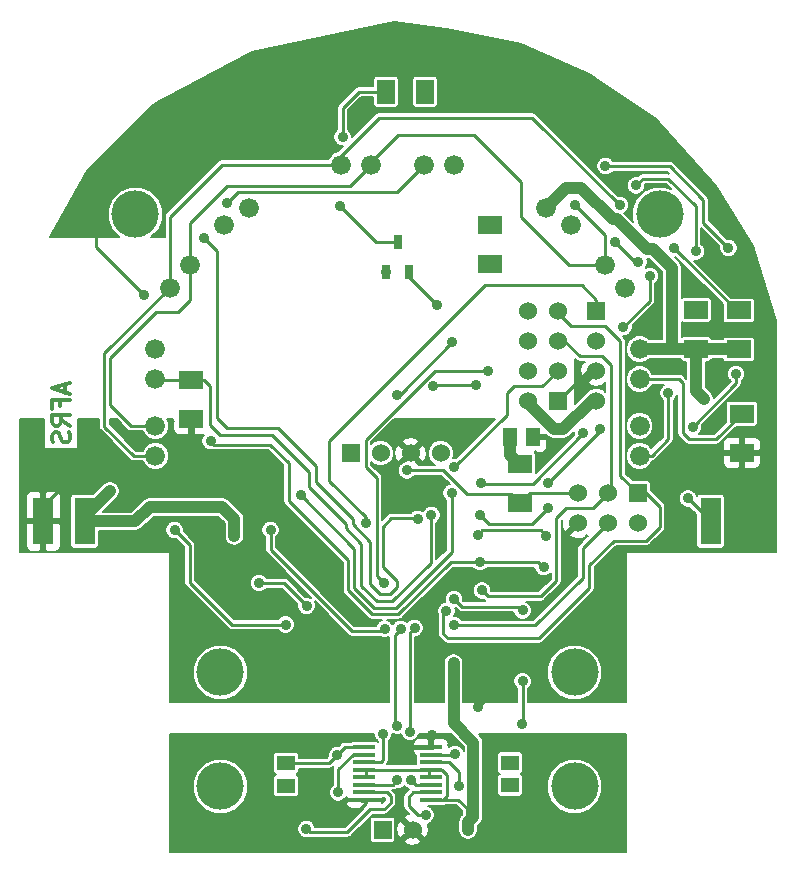
<source format=gbl>
G04 (created by PCBNEW (2013-07-07 BZR 4022)-stable) date 23/08/2016 11:16:44 p. m.*
%MOIN*%
G04 Gerber Fmt 3.4, Leading zero omitted, Abs format*
%FSLAX34Y34*%
G01*
G70*
G90*
G04 APERTURE LIST*
%ADD10C,0.00590551*%
%ADD11C,0.011811*%
%ADD12C,0.066*%
%ADD13C,0.15748*%
%ADD14R,0.0748031X0.016*%
%ADD15R,0.08X0.06*%
%ADD16R,0.06X0.06*%
%ADD17C,0.06*%
%ADD18R,0.06X0.08*%
%ADD19R,0.0708661X0.15748*%
%ADD20R,0.059X0.0512*%
%ADD21R,0.0512X0.059*%
%ADD22R,0.0315X0.051211*%
%ADD23C,0.035*%
%ADD24C,0.01*%
%ADD25C,0.0393701*%
%ADD26C,0.00606299*%
G04 APERTURE END LIST*
G54D10*
G54D11*
X23545Y46137D02*
X23545Y45856D01*
X23714Y46194D02*
X23123Y45997D01*
X23714Y45800D01*
X23404Y45406D02*
X23404Y45603D01*
X23714Y45603D02*
X23123Y45603D01*
X23123Y45322D01*
X23714Y44759D02*
X23432Y44956D01*
X23714Y45097D02*
X23123Y45097D01*
X23123Y44872D01*
X23151Y44816D01*
X23179Y44788D01*
X23235Y44759D01*
X23320Y44759D01*
X23376Y44788D01*
X23404Y44816D01*
X23432Y44872D01*
X23432Y45097D01*
X23685Y44534D02*
X23714Y44450D01*
X23714Y44309D01*
X23685Y44253D01*
X23657Y44225D01*
X23601Y44197D01*
X23545Y44197D01*
X23489Y44225D01*
X23460Y44253D01*
X23432Y44309D01*
X23404Y44422D01*
X23376Y44478D01*
X23348Y44506D01*
X23292Y44534D01*
X23235Y44534D01*
X23179Y44506D01*
X23151Y44478D01*
X23123Y44422D01*
X23123Y44281D01*
X23151Y44197D01*
X23545Y46137D02*
X23545Y45856D01*
X23714Y46194D02*
X23123Y45997D01*
X23714Y45800D01*
X23404Y45406D02*
X23404Y45603D01*
X23714Y45603D02*
X23123Y45603D01*
X23123Y45322D01*
X23714Y44759D02*
X23432Y44956D01*
X23714Y45097D02*
X23123Y45097D01*
X23123Y44872D01*
X23151Y44816D01*
X23179Y44788D01*
X23235Y44759D01*
X23320Y44759D01*
X23376Y44788D01*
X23404Y44816D01*
X23432Y44872D01*
X23432Y45097D01*
X23685Y44534D02*
X23714Y44450D01*
X23714Y44309D01*
X23685Y44253D01*
X23657Y44225D01*
X23601Y44197D01*
X23545Y44197D01*
X23489Y44225D01*
X23460Y44253D01*
X23432Y44309D01*
X23404Y44422D01*
X23376Y44478D01*
X23348Y44506D01*
X23292Y44534D01*
X23235Y44534D01*
X23179Y44506D01*
X23151Y44478D01*
X23123Y44422D01*
X23123Y44281D01*
X23151Y44197D01*
G54D12*
X42715Y43743D03*
X42715Y44743D03*
X42715Y47302D03*
X42715Y46302D03*
X26574Y44743D03*
X26574Y43743D03*
X26574Y46302D03*
X26574Y47302D03*
X32767Y53456D03*
X33767Y53456D03*
X35523Y53456D03*
X36523Y53456D03*
X27071Y49359D03*
X27737Y50105D03*
X28873Y51444D03*
X29689Y52027D03*
X39601Y52027D03*
X40416Y51444D03*
X41552Y50105D03*
X42219Y49359D03*
G54D13*
X43387Y51802D03*
X25902Y51802D03*
G54D14*
X33536Y33036D03*
X33536Y33286D03*
X33536Y33536D03*
X33536Y33786D03*
X35753Y32286D03*
X33536Y32286D03*
X33536Y32536D03*
X33536Y32786D03*
X35753Y34036D03*
X35753Y33786D03*
X35753Y33536D03*
X35753Y33286D03*
X35753Y33036D03*
X35753Y32786D03*
X33536Y34036D03*
X35753Y32536D03*
G54D15*
X46015Y48597D03*
X46015Y47297D03*
X27775Y46277D03*
X27775Y44977D03*
G54D16*
X41275Y48587D03*
G54D17*
X41275Y47587D03*
X41275Y46587D03*
X41275Y45587D03*
G54D16*
X39995Y45587D03*
G54D17*
X38995Y45587D03*
X39995Y46587D03*
X38995Y46587D03*
X39995Y47587D03*
X38995Y47587D03*
X39995Y48587D03*
X38995Y48587D03*
G54D13*
X40550Y32737D03*
X40550Y36540D03*
G54D18*
X35565Y55887D03*
X34265Y55887D03*
G54D15*
X46115Y45157D03*
X46115Y43857D03*
X37735Y51437D03*
X37735Y50137D03*
X44595Y48617D03*
X44595Y47317D03*
G54D16*
X33081Y43837D03*
G54D17*
X34081Y43837D03*
X35081Y43837D03*
X36081Y43837D03*
G54D16*
X42655Y42507D03*
G54D17*
X42655Y41507D03*
X41655Y42507D03*
X41655Y41507D03*
X40655Y42507D03*
X40655Y41507D03*
G54D16*
X34145Y31291D03*
G54D17*
X35145Y31291D03*
G54D13*
X28739Y32736D03*
X28739Y36539D03*
G54D19*
X45078Y41566D03*
G54D20*
X30931Y32756D03*
X30931Y33506D03*
G54D21*
X38400Y44367D03*
X39150Y44367D03*
G54D20*
X38401Y32772D03*
X38401Y33522D03*
G54D15*
X38715Y43477D03*
X38715Y42177D03*
G54D22*
X34645Y50877D03*
X34270Y49893D03*
X35020Y49893D03*
G54D19*
X24212Y41566D03*
X22834Y41566D03*
G54D23*
X36990Y31287D03*
X36511Y36846D03*
X38400Y44367D03*
X44857Y45649D03*
X29208Y41066D03*
X35566Y55877D03*
X35566Y55877D03*
X29208Y41066D03*
X44857Y45649D03*
X38400Y44367D03*
X36511Y36846D03*
X36990Y31287D03*
X25054Y42578D03*
X25054Y42578D03*
X37755Y51487D03*
X37755Y51487D03*
X37395Y41787D03*
X39655Y42007D03*
X39675Y42847D03*
X41395Y44647D03*
X41395Y44647D03*
X39675Y42847D03*
X39655Y42007D03*
X37395Y41787D03*
X35775Y41787D03*
X35775Y41787D03*
X39515Y40047D03*
X37395Y40207D03*
X28415Y44247D03*
X28415Y44247D03*
X37395Y40207D03*
X39515Y40047D03*
X28195Y51027D03*
X28955Y52187D03*
X28955Y52187D03*
X28195Y51027D03*
X37315Y41107D03*
X39595Y41087D03*
X39595Y41087D03*
X37315Y41107D03*
X35315Y41647D03*
X35315Y41647D03*
X30931Y32756D03*
X30931Y32756D03*
X32671Y32531D03*
X32671Y32531D03*
X32643Y33783D03*
X32643Y33783D03*
X34215Y37987D03*
X34215Y37987D03*
X30415Y41287D03*
X30415Y41287D03*
X36701Y32735D03*
X38401Y32772D03*
X38401Y32772D03*
X36701Y32735D03*
X36562Y33811D03*
X38401Y33522D03*
X38401Y33522D03*
X36562Y33811D03*
X36535Y43367D03*
X36535Y43367D03*
X30915Y38127D03*
X27215Y41287D03*
X27215Y41287D03*
X30915Y38127D03*
X31605Y31307D03*
X31605Y31307D03*
X35582Y31779D03*
X38790Y34810D03*
X38814Y36236D03*
X38814Y38598D03*
X36534Y38980D03*
X36534Y38980D03*
X38814Y38598D03*
X38814Y36236D03*
X38790Y34810D03*
X35582Y31779D03*
X36275Y38587D03*
X36275Y38587D03*
X36535Y38107D03*
X36535Y38107D03*
X34747Y37984D03*
X34747Y37984D03*
X34637Y34755D03*
X34637Y34755D03*
X34641Y32944D03*
X34641Y32944D03*
X35212Y38019D03*
X35058Y34554D03*
X35101Y32948D03*
X35101Y32948D03*
X35058Y34554D03*
X35212Y38019D03*
X31412Y42432D03*
X36444Y42507D03*
X37432Y42830D03*
X40841Y44511D03*
X44318Y42334D03*
X44318Y42334D03*
X40841Y44511D03*
X37432Y42830D03*
X36444Y42507D03*
X31412Y42432D03*
X35955Y48767D03*
X35955Y48767D03*
X36475Y47547D03*
X34615Y45787D03*
X34615Y45787D03*
X36475Y47547D03*
X31615Y38747D03*
X30035Y39507D03*
X30035Y39507D03*
X31615Y38747D03*
X34955Y43267D03*
X34955Y43267D03*
X37455Y39267D03*
X37455Y39267D03*
X42175Y48047D03*
X43055Y49747D03*
X43055Y49747D03*
X42175Y48047D03*
X44615Y48647D03*
X44615Y48647D03*
X42595Y52767D03*
X44595Y50567D03*
X44595Y50567D03*
X42595Y52767D03*
X33601Y41519D03*
X33601Y41519D03*
X43855Y50687D03*
X42675Y50207D03*
X41889Y50873D03*
X41889Y50873D03*
X42675Y50207D03*
X43855Y50687D03*
X34195Y39507D03*
X34195Y39507D03*
X37655Y46587D03*
X37655Y46587D03*
X35835Y46067D03*
X37255Y46107D03*
X37255Y46107D03*
X35835Y46067D03*
X35799Y34457D03*
X35799Y34457D03*
X32285Y31573D03*
X41455Y39227D03*
X37335Y35364D03*
X39150Y44367D03*
X43975Y41087D03*
X46455Y41587D03*
X34255Y49887D03*
X37735Y50137D03*
X26195Y49127D03*
X31575Y54047D03*
X27775Y44977D03*
X31415Y40967D03*
X31415Y40967D03*
X27775Y44977D03*
X31575Y54047D03*
X26195Y49127D03*
X37735Y50137D03*
X34255Y49887D03*
X46455Y41587D03*
X43975Y41087D03*
X39150Y44367D03*
X37335Y35364D03*
X41455Y39227D03*
X32285Y31573D03*
X42055Y52107D03*
X43675Y45847D03*
X32735Y52067D03*
X32735Y52067D03*
X43675Y45847D03*
X42055Y52107D03*
X32815Y54387D03*
X32815Y54387D03*
X44495Y44727D03*
X45935Y46487D03*
X45675Y50687D03*
X41575Y53407D03*
X40555Y52127D03*
X40555Y52127D03*
X41575Y53407D03*
X45675Y50687D03*
X45935Y46487D03*
X44495Y44727D03*
X34168Y34484D03*
X34168Y34484D03*
G54D24*
X35695Y33286D02*
X35695Y33036D01*
X33595Y33286D02*
X33595Y33036D01*
X35695Y33286D02*
X33595Y33286D01*
X36175Y32286D02*
X36303Y32413D01*
X36303Y32413D02*
X36303Y33099D01*
X36303Y33099D02*
X36116Y33286D01*
X35695Y33286D02*
X36116Y33286D01*
X35695Y32286D02*
X36175Y32286D01*
X36959Y31318D02*
X36990Y31287D01*
X36959Y31318D02*
X36959Y31999D01*
X36959Y31999D02*
X36672Y32286D01*
X35695Y32286D02*
X36672Y32286D01*
G54D25*
X36511Y34858D02*
X36511Y36846D01*
X37176Y34192D02*
X36511Y34858D01*
X37176Y31724D02*
X37176Y34192D01*
X36990Y31537D02*
X37176Y31724D01*
X36990Y31287D02*
X36990Y31537D01*
X38400Y43792D02*
X38715Y43477D01*
X38400Y44367D02*
X38400Y43792D01*
X38995Y45508D02*
X39857Y44645D01*
X41110Y45587D02*
X41275Y45587D01*
X38995Y45587D02*
X38995Y45508D01*
X43786Y47302D02*
X44580Y47302D01*
X42715Y47302D02*
X43786Y47302D01*
X44580Y47302D02*
X44595Y47317D01*
X44595Y47317D02*
X45995Y47317D01*
X45995Y47317D02*
X46015Y47297D01*
X44857Y45649D02*
X44595Y45912D01*
X44595Y45912D02*
X44595Y47317D01*
X25904Y41566D02*
X26385Y42047D01*
X26385Y42047D02*
X28806Y42047D01*
X28806Y42047D02*
X29208Y41645D01*
X29208Y41645D02*
X29208Y41066D01*
X24212Y41566D02*
X25904Y41566D01*
X24212Y41736D02*
X25054Y42578D01*
X24212Y41566D02*
X24212Y41736D01*
X35566Y55877D02*
X35565Y55879D01*
X35565Y55879D02*
X35565Y55887D01*
X43786Y50023D02*
X43176Y50633D01*
X43176Y50633D02*
X42952Y50633D01*
X42952Y50633D02*
X41948Y51637D01*
X41948Y51637D02*
X41822Y51637D01*
X41822Y51637D02*
X40767Y52692D01*
X40767Y52692D02*
X40266Y52692D01*
X40266Y52692D02*
X39601Y52027D01*
X43786Y47302D02*
X43786Y50023D01*
X43786Y47302D02*
X43786Y50023D01*
X40266Y52692D02*
X39601Y52027D01*
X40767Y52692D02*
X40266Y52692D01*
X41822Y51637D02*
X40767Y52692D01*
X41948Y51637D02*
X41822Y51637D01*
X42952Y50633D02*
X41948Y51637D01*
X43176Y50633D02*
X42952Y50633D01*
X43786Y50023D02*
X43176Y50633D01*
X35565Y55879D02*
X35565Y55887D01*
X35566Y55877D02*
X35565Y55879D01*
X24212Y41566D02*
X24212Y41736D01*
X24212Y41736D02*
X25054Y42578D01*
X24212Y41566D02*
X25904Y41566D01*
X29208Y41645D02*
X29208Y41066D01*
X28806Y42047D02*
X29208Y41645D01*
X26385Y42047D02*
X28806Y42047D01*
X25904Y41566D02*
X26385Y42047D01*
X44595Y45912D02*
X44595Y47317D01*
X44857Y45649D02*
X44595Y45912D01*
X45995Y47317D02*
X46015Y47297D01*
X44595Y47317D02*
X45995Y47317D01*
X44580Y47302D02*
X44595Y47317D01*
X42715Y47302D02*
X43786Y47302D01*
X43786Y47302D02*
X44580Y47302D01*
X38995Y45587D02*
X38995Y45508D01*
X41110Y45587D02*
X41275Y45587D01*
X38995Y45508D02*
X39857Y44645D01*
X38400Y44367D02*
X38400Y43792D01*
X38400Y43792D02*
X38715Y43477D01*
X36990Y31287D02*
X36990Y31537D01*
X36990Y31537D02*
X37176Y31724D01*
X37176Y31724D02*
X37176Y34192D01*
X37176Y34192D02*
X36511Y34858D01*
X36511Y34858D02*
X36511Y36846D01*
G54D24*
X35695Y32286D02*
X36672Y32286D01*
X36959Y31999D02*
X36672Y32286D01*
X36959Y31318D02*
X36959Y31999D01*
X36959Y31318D02*
X36990Y31287D01*
X35695Y32286D02*
X36175Y32286D01*
X35695Y33286D02*
X36116Y33286D01*
X36303Y33099D02*
X36116Y33286D01*
X36303Y32413D02*
X36303Y33099D01*
X36175Y32286D02*
X36303Y32413D01*
X35695Y33286D02*
X33595Y33286D01*
X33595Y33286D02*
X33595Y33036D01*
X35695Y33286D02*
X35695Y33036D01*
G54D25*
X39857Y44645D02*
X40168Y44645D01*
X40168Y44645D02*
X41110Y45587D01*
X40168Y44645D02*
X41110Y45587D01*
X39857Y44645D02*
X40168Y44645D01*
G54D24*
X37755Y51487D02*
X37735Y51467D01*
X37735Y51467D02*
X37735Y51437D01*
X37735Y51467D02*
X37735Y51437D01*
X37755Y51487D02*
X37735Y51467D01*
X37395Y41787D02*
X37695Y41487D01*
X37695Y41487D02*
X39135Y41487D01*
X39135Y41487D02*
X39655Y42007D01*
X39675Y42847D02*
X41395Y44567D01*
X41395Y44567D02*
X41395Y44647D01*
X41395Y44567D02*
X41395Y44647D01*
X39675Y42847D02*
X41395Y44567D01*
X39135Y41487D02*
X39655Y42007D01*
X37695Y41487D02*
X39135Y41487D01*
X37395Y41787D02*
X37695Y41487D01*
X44030Y46302D02*
X44156Y46176D01*
X44156Y46176D02*
X44156Y44507D01*
X44156Y44507D02*
X44357Y44306D01*
X44357Y44306D02*
X45264Y44306D01*
X45264Y44306D02*
X46115Y45157D01*
X42715Y46302D02*
X44030Y46302D01*
X42715Y46302D02*
X44030Y46302D01*
X45264Y44306D02*
X46115Y45157D01*
X44357Y44306D02*
X45264Y44306D01*
X44156Y44507D02*
X44357Y44306D01*
X44156Y46176D02*
X44156Y44507D01*
X44030Y46302D02*
X44156Y46176D01*
X26599Y46277D02*
X26574Y46302D01*
X27775Y46277D02*
X26599Y46277D01*
X35775Y41787D02*
X35755Y41767D01*
X35755Y41767D02*
X35755Y40187D01*
X35755Y40187D02*
X34475Y38907D01*
X34475Y38907D02*
X33955Y38907D01*
X33955Y38907D02*
X33435Y39427D01*
X33435Y39427D02*
X33435Y40827D01*
X33435Y40827D02*
X32915Y41347D01*
X32915Y41347D02*
X32915Y41487D01*
X32915Y41487D02*
X31695Y42707D01*
X31695Y42707D02*
X31695Y43227D01*
X31695Y43227D02*
X30475Y44447D01*
X30475Y44447D02*
X28715Y44447D01*
X28715Y44447D02*
X28395Y44767D01*
X28395Y44767D02*
X28395Y46087D01*
X28395Y46087D02*
X28205Y46277D01*
X28205Y46277D02*
X27775Y46277D01*
X28205Y46277D02*
X27775Y46277D01*
X28395Y46087D02*
X28205Y46277D01*
X28395Y44767D02*
X28395Y46087D01*
X28715Y44447D02*
X28395Y44767D01*
X30475Y44447D02*
X28715Y44447D01*
X31695Y43227D02*
X30475Y44447D01*
X31695Y42707D02*
X31695Y43227D01*
X32915Y41487D02*
X31695Y42707D01*
X32915Y41347D02*
X32915Y41487D01*
X33435Y40827D02*
X32915Y41347D01*
X33435Y39427D02*
X33435Y40827D01*
X33955Y38907D02*
X33435Y39427D01*
X34475Y38907D02*
X33955Y38907D01*
X35755Y40187D02*
X34475Y38907D01*
X35755Y41767D02*
X35755Y40187D01*
X35775Y41787D02*
X35755Y41767D01*
X27775Y46277D02*
X26599Y46277D01*
X26599Y46277D02*
X26574Y46302D01*
X39515Y40047D02*
X39515Y40027D01*
X39515Y40027D02*
X39335Y40207D01*
X39335Y40207D02*
X37395Y40207D01*
X36415Y40207D02*
X34675Y38467D01*
X34675Y38467D02*
X33795Y38467D01*
X33795Y38467D02*
X32994Y39267D01*
X32994Y39267D02*
X32994Y40267D01*
X32994Y40267D02*
X31015Y42247D01*
X31015Y42247D02*
X31015Y43507D01*
X31015Y43507D02*
X30395Y44127D01*
X30395Y44127D02*
X28535Y44127D01*
X28535Y44127D02*
X28415Y44247D01*
X37395Y40207D02*
X36415Y40207D01*
X37395Y40207D02*
X36415Y40207D01*
X28535Y44127D02*
X28415Y44247D01*
X30395Y44127D02*
X28535Y44127D01*
X31015Y43507D02*
X30395Y44127D01*
X31015Y42247D02*
X31015Y43507D01*
X32994Y40267D02*
X31015Y42247D01*
X32994Y39267D02*
X32994Y40267D01*
X33795Y38467D02*
X32994Y39267D01*
X34675Y38467D02*
X33795Y38467D01*
X36415Y40207D02*
X34675Y38467D01*
X39335Y40207D02*
X37395Y40207D01*
X39515Y40027D02*
X39335Y40207D01*
X39515Y40047D02*
X39515Y40027D01*
X34614Y52547D02*
X35523Y53456D01*
X34614Y52547D02*
X35523Y53456D01*
X31915Y43427D02*
X30655Y44687D01*
X30655Y44687D02*
X28955Y44687D01*
X28955Y44687D02*
X28635Y45007D01*
X28635Y45007D02*
X28635Y50587D01*
X28635Y50587D02*
X28195Y51027D01*
X28955Y52187D02*
X29314Y52547D01*
X29314Y52547D02*
X34614Y52547D01*
X29314Y52547D02*
X34614Y52547D01*
X28955Y52187D02*
X29314Y52547D01*
X28635Y50587D02*
X28195Y51027D01*
X28635Y45007D02*
X28635Y50587D01*
X28955Y44687D02*
X28635Y45007D01*
X30655Y44687D02*
X28955Y44687D01*
X31915Y43427D02*
X30655Y44687D01*
X37315Y41107D02*
X37475Y41267D01*
X37475Y41267D02*
X39415Y41267D01*
X39415Y41267D02*
X39595Y41087D01*
X39415Y41267D02*
X39595Y41087D01*
X37475Y41267D02*
X39415Y41267D01*
X37315Y41107D02*
X37475Y41267D01*
X35315Y41647D02*
X35295Y41667D01*
X35295Y41667D02*
X34435Y41667D01*
X34435Y41667D02*
X34155Y41387D01*
X34155Y41387D02*
X34155Y40047D01*
X34155Y40047D02*
X34615Y39587D01*
X34615Y39587D02*
X34615Y39367D01*
X34615Y39367D02*
X34395Y39147D01*
X34395Y39147D02*
X34055Y39147D01*
X34055Y39147D02*
X33735Y39467D01*
X33735Y39467D02*
X33735Y40887D01*
X33735Y40887D02*
X33155Y41467D01*
X33155Y41467D02*
X33155Y41647D01*
X33155Y41647D02*
X31915Y42887D01*
X31915Y42887D02*
X31915Y43427D01*
X31915Y42887D02*
X31915Y43427D01*
X33155Y41647D02*
X31915Y42887D01*
X33155Y41467D02*
X33155Y41647D01*
X33735Y40887D02*
X33155Y41467D01*
X33735Y39467D02*
X33735Y40887D01*
X34055Y39147D02*
X33735Y39467D01*
X34395Y39147D02*
X34055Y39147D01*
X34615Y39367D02*
X34395Y39147D01*
X34615Y39587D02*
X34615Y39367D01*
X34155Y40047D02*
X34615Y39587D01*
X34155Y41387D02*
X34155Y40047D01*
X34435Y41667D02*
X34155Y41387D01*
X35295Y41667D02*
X34435Y41667D01*
X35315Y41647D02*
X35295Y41667D01*
X33147Y33786D02*
X32671Y33309D01*
X33595Y33786D02*
X33147Y33786D01*
X33595Y33786D02*
X33147Y33786D01*
X33147Y33786D02*
X32671Y33309D01*
X32671Y33309D02*
X32671Y32531D01*
X32671Y33309D02*
X32671Y32531D01*
X32895Y34036D02*
X32643Y33783D01*
X33595Y34036D02*
X32895Y34036D01*
X32366Y33506D02*
X32643Y33783D01*
X32366Y33506D02*
X32643Y33783D01*
X33595Y34036D02*
X32895Y34036D01*
X32895Y34036D02*
X32643Y33783D01*
X30931Y33506D02*
X32366Y33506D01*
X30931Y33506D02*
X32366Y33506D01*
X34215Y37987D02*
X34135Y37907D01*
X34135Y37907D02*
X33135Y37907D01*
X33135Y37907D02*
X30415Y40627D01*
X30415Y40627D02*
X30415Y41287D01*
X30415Y40627D02*
X30415Y41287D01*
X33135Y37907D02*
X30415Y40627D01*
X34135Y37907D02*
X33135Y37907D01*
X34215Y37987D02*
X34135Y37907D01*
X36376Y33536D02*
X36701Y33211D01*
X36701Y33211D02*
X36701Y32735D01*
X35695Y33536D02*
X36376Y33536D01*
X35695Y33536D02*
X36376Y33536D01*
X36701Y33211D02*
X36701Y32735D01*
X36376Y33536D02*
X36701Y33211D01*
X36536Y33786D02*
X36562Y33811D01*
X35695Y33786D02*
X36536Y33786D01*
X35695Y33786D02*
X36536Y33786D01*
X36536Y33786D02*
X36562Y33811D01*
X39475Y46067D02*
X39995Y46587D01*
X39475Y46067D02*
X39995Y46587D01*
X36535Y43367D02*
X38295Y45127D01*
X38295Y45127D02*
X38295Y45847D01*
X38295Y45847D02*
X38515Y46067D01*
X38515Y46067D02*
X39475Y46067D01*
X38515Y46067D02*
X39475Y46067D01*
X38295Y45847D02*
X38515Y46067D01*
X38295Y45127D02*
X38295Y45847D01*
X36535Y43367D02*
X38295Y45127D01*
X30915Y38127D02*
X29115Y38127D01*
X29115Y38127D02*
X27715Y39527D01*
X27715Y39527D02*
X27715Y40787D01*
X27715Y40787D02*
X27215Y41287D01*
X27715Y40787D02*
X27215Y41287D01*
X27715Y39527D02*
X27715Y40787D01*
X29115Y38127D02*
X27715Y39527D01*
X30915Y38127D02*
X29115Y38127D01*
X34189Y31965D02*
X34413Y32189D01*
X34413Y32189D02*
X34413Y32413D01*
X34413Y32413D02*
X34290Y32536D01*
X34413Y32413D02*
X34290Y32536D01*
X34413Y32189D02*
X34413Y32413D01*
X34189Y31965D02*
X34413Y32189D01*
X34290Y32536D02*
X33595Y32536D01*
X34290Y32536D02*
X33595Y32536D01*
X31605Y31307D02*
X31713Y31199D01*
X31713Y31199D02*
X32975Y31199D01*
X32975Y31199D02*
X33741Y31965D01*
X33741Y31965D02*
X34189Y31965D01*
X33741Y31965D02*
X34189Y31965D01*
X32975Y31199D02*
X33741Y31965D01*
X31713Y31199D02*
X32975Y31199D01*
X31605Y31307D02*
X31713Y31199D01*
X35165Y32536D02*
X35011Y32381D01*
X35011Y32381D02*
X35011Y32078D01*
X35011Y32078D02*
X35310Y31779D01*
X35310Y31779D02*
X35582Y31779D01*
X38790Y34810D02*
X38814Y34834D01*
X38814Y34834D02*
X38814Y36236D01*
X38814Y38598D02*
X38684Y38728D01*
X38684Y38728D02*
X36786Y38728D01*
X36786Y38728D02*
X36534Y38980D01*
X35753Y32536D02*
X35165Y32536D01*
X35753Y32536D02*
X35165Y32536D01*
X36786Y38728D02*
X36534Y38980D01*
X38684Y38728D02*
X36786Y38728D01*
X38814Y38598D02*
X38684Y38728D01*
X38814Y34834D02*
X38814Y36236D01*
X38790Y34810D02*
X38814Y34834D01*
X35310Y31779D02*
X35582Y31779D01*
X35011Y32078D02*
X35310Y31779D01*
X35011Y32381D02*
X35011Y32078D01*
X35165Y32536D02*
X35011Y32381D01*
X40435Y48067D02*
X41575Y48067D01*
X41575Y48067D02*
X42075Y47567D01*
X42075Y47567D02*
X42075Y43087D01*
X42075Y47567D02*
X42075Y43087D01*
X41575Y48067D02*
X42075Y47567D01*
X40435Y48067D02*
X41575Y48067D01*
X42935Y42507D02*
X43395Y42047D01*
X43395Y42047D02*
X43395Y41387D01*
X43395Y41387D02*
X42935Y40927D01*
X42935Y40927D02*
X41855Y40927D01*
X41855Y40927D02*
X41035Y40107D01*
X41035Y40107D02*
X41035Y39347D01*
X41035Y39347D02*
X39355Y37667D01*
X39355Y37667D02*
X36315Y37667D01*
X36315Y37667D02*
X36175Y37807D01*
X36175Y37807D02*
X36175Y38487D01*
X36175Y38487D02*
X36275Y38587D01*
X39995Y48507D02*
X40435Y48067D01*
X39995Y48587D02*
X39995Y48507D01*
X39995Y48587D02*
X39995Y48507D01*
X39995Y48507D02*
X40435Y48067D01*
X36175Y38487D02*
X36275Y38587D01*
X36175Y37807D02*
X36175Y38487D01*
X36315Y37667D02*
X36175Y37807D01*
X39355Y37667D02*
X36315Y37667D01*
X41035Y39347D02*
X39355Y37667D01*
X41035Y40107D02*
X41035Y39347D01*
X41855Y40927D02*
X41035Y40107D01*
X42935Y40927D02*
X41855Y40927D01*
X43395Y41387D02*
X42935Y40927D01*
X43395Y42047D02*
X43395Y41387D01*
X42935Y42507D02*
X43395Y42047D01*
X42655Y42507D02*
X42935Y42507D01*
X42075Y43087D02*
X42655Y42507D01*
X42075Y43087D02*
X42655Y42507D01*
X42655Y42507D02*
X42935Y42507D01*
X40815Y40667D02*
X40815Y39687D01*
X40815Y39687D02*
X39235Y38107D01*
X39235Y38107D02*
X36535Y38107D01*
X41655Y41507D02*
X40815Y40667D01*
X41655Y41507D02*
X40815Y40667D01*
X39235Y38107D02*
X36535Y38107D01*
X40815Y39687D02*
X39235Y38107D01*
X40815Y40667D02*
X40815Y39687D01*
X34637Y34755D02*
X34546Y34846D01*
X34546Y34846D02*
X34546Y37783D01*
X34546Y37783D02*
X34747Y37984D01*
X34546Y37783D02*
X34747Y37984D01*
X34546Y34846D02*
X34546Y37783D01*
X34637Y34755D02*
X34546Y34846D01*
X34482Y32786D02*
X34641Y32944D01*
X33536Y32786D02*
X34482Y32786D01*
X33536Y32786D02*
X34482Y32786D01*
X34482Y32786D02*
X34641Y32944D01*
X35212Y38019D02*
X35058Y37865D01*
X35058Y37865D02*
X35058Y34554D01*
X35101Y32948D02*
X35264Y32786D01*
X35264Y32786D02*
X35753Y32786D01*
X35264Y32786D02*
X35753Y32786D01*
X35101Y32948D02*
X35264Y32786D01*
X35058Y37865D02*
X35058Y34554D01*
X35212Y38019D02*
X35058Y37865D01*
X31412Y42432D02*
X33204Y40641D01*
X33204Y40641D02*
X33204Y39354D01*
X33204Y39354D02*
X33865Y38692D01*
X33865Y38692D02*
X34586Y38692D01*
X34586Y38692D02*
X36444Y40550D01*
X36444Y40550D02*
X36444Y42507D01*
X37432Y42830D02*
X37448Y42814D01*
X37448Y42814D02*
X39145Y42814D01*
X39145Y42814D02*
X40841Y44511D01*
X44318Y42334D02*
X45078Y41574D01*
X45078Y41574D02*
X45078Y41566D01*
X45078Y41574D02*
X45078Y41566D01*
X44318Y42334D02*
X45078Y41574D01*
X39145Y42814D02*
X40841Y44511D01*
X37448Y42814D02*
X39145Y42814D01*
X37432Y42830D02*
X37448Y42814D01*
X36444Y40550D02*
X36444Y42507D01*
X34586Y38692D02*
X36444Y40550D01*
X33865Y38692D02*
X34586Y38692D01*
X33204Y39354D02*
X33865Y38692D01*
X33204Y40641D02*
X33204Y39354D01*
X31412Y42432D02*
X33204Y40641D01*
X35020Y49702D02*
X35955Y48767D01*
X35020Y49893D02*
X35020Y49702D01*
X35020Y49893D02*
X35020Y49702D01*
X35020Y49702D02*
X35955Y48767D01*
X36475Y47547D02*
X34715Y45787D01*
X34715Y45787D02*
X34615Y45787D01*
X34715Y45787D02*
X34615Y45787D01*
X36475Y47547D02*
X34715Y45787D01*
X31615Y38747D02*
X30855Y39507D01*
X30855Y39507D02*
X30035Y39507D01*
X30855Y39507D02*
X30035Y39507D01*
X31615Y38747D02*
X30855Y39507D01*
X40655Y42507D02*
X39045Y42507D01*
X40655Y42507D02*
X39045Y42507D01*
X39045Y42507D02*
X38715Y42177D01*
X34955Y43267D02*
X36175Y43267D01*
X36175Y43267D02*
X36535Y42907D01*
X36535Y42907D02*
X36715Y42727D01*
X36715Y42727D02*
X36975Y42467D01*
X36715Y42727D02*
X36975Y42467D01*
X36535Y42907D02*
X36715Y42727D01*
X36175Y43267D02*
X36535Y42907D01*
X34955Y43267D02*
X36175Y43267D01*
X39045Y42507D02*
X38715Y42177D01*
X36975Y42467D02*
X38425Y42467D01*
X38425Y42467D02*
X38715Y42177D01*
X38425Y42467D02*
X38715Y42177D01*
X36975Y42467D02*
X38425Y42467D01*
X37455Y39267D02*
X37655Y39067D01*
X37655Y39067D02*
X39415Y39067D01*
X39415Y39067D02*
X39935Y39587D01*
X39935Y39587D02*
X39935Y41667D01*
X39935Y41667D02*
X40275Y42007D01*
X40275Y42007D02*
X41155Y42007D01*
X41155Y42007D02*
X41655Y42507D01*
X40195Y47587D02*
X40715Y47067D01*
X40715Y47067D02*
X41475Y47067D01*
X41475Y47067D02*
X41755Y46787D01*
X41755Y46787D02*
X41755Y42607D01*
X41755Y42607D02*
X41655Y42507D01*
X39995Y47587D02*
X40195Y47587D01*
X39995Y47587D02*
X40195Y47587D01*
X41755Y42607D02*
X41655Y42507D01*
X41755Y46787D02*
X41755Y42607D01*
X41475Y47067D02*
X41755Y46787D01*
X40715Y47067D02*
X41475Y47067D01*
X40195Y47587D02*
X40715Y47067D01*
X41155Y42007D02*
X41655Y42507D01*
X40275Y42007D02*
X41155Y42007D01*
X39935Y41667D02*
X40275Y42007D01*
X39935Y39587D02*
X39935Y41667D01*
X39415Y39067D02*
X39935Y39587D01*
X37655Y39067D02*
X39415Y39067D01*
X37455Y39267D02*
X37655Y39067D01*
X42175Y48047D02*
X43055Y48927D01*
X43055Y48927D02*
X43055Y49747D01*
X43055Y48927D02*
X43055Y49747D01*
X42175Y48047D02*
X43055Y48927D01*
X44615Y48647D02*
X44595Y48627D01*
X44595Y48627D02*
X44595Y48617D01*
X44595Y48627D02*
X44595Y48617D01*
X44615Y48647D02*
X44595Y48627D01*
X42595Y52767D02*
X42815Y52987D01*
X42815Y52987D02*
X43675Y52987D01*
X43675Y52987D02*
X44595Y52067D01*
X44595Y52067D02*
X44595Y50567D01*
X44595Y52067D02*
X44595Y50567D01*
X43675Y52987D02*
X44595Y52067D01*
X42815Y52987D02*
X43675Y52987D01*
X42595Y52767D02*
X42815Y52987D01*
X40790Y49436D02*
X37562Y49436D01*
X37562Y49436D02*
X32373Y44247D01*
X37562Y49436D02*
X32373Y44247D01*
X40790Y49436D02*
X37562Y49436D01*
X32373Y44247D02*
X32373Y42928D01*
X32373Y42928D02*
X33601Y41700D01*
X33601Y41700D02*
X33601Y41519D01*
X33601Y41700D02*
X33601Y41519D01*
X32373Y42928D02*
X33601Y41700D01*
X32373Y44247D02*
X32373Y42928D01*
X45945Y48597D02*
X43963Y50579D01*
X43963Y50579D02*
X43855Y50687D01*
X46015Y48597D02*
X45945Y48597D01*
X42555Y50207D02*
X41889Y50873D01*
X42675Y50207D02*
X42555Y50207D01*
X41275Y48952D02*
X40790Y49436D01*
X41275Y48587D02*
X41275Y48952D01*
X41275Y48587D02*
X41275Y48952D01*
X41275Y48952D02*
X40790Y49436D01*
X42675Y50207D02*
X42555Y50207D01*
X42555Y50207D02*
X41889Y50873D01*
X46015Y48597D02*
X45945Y48597D01*
X43963Y50579D02*
X43855Y50687D01*
X45945Y48597D02*
X43963Y50579D01*
X34195Y39507D02*
X33955Y39747D01*
X33955Y39747D02*
X33955Y43007D01*
X33955Y43007D02*
X33595Y43367D01*
X33595Y43367D02*
X33595Y44287D01*
X33595Y44287D02*
X35895Y46587D01*
X33595Y44287D02*
X35895Y46587D01*
X33595Y43367D02*
X33595Y44287D01*
X33955Y43007D02*
X33595Y43367D01*
X33955Y39747D02*
X33955Y43007D01*
X34195Y39507D02*
X33955Y39747D01*
X35895Y46587D02*
X37655Y46587D01*
X35895Y46587D02*
X37655Y46587D01*
X35835Y46067D02*
X35875Y46107D01*
X35875Y46107D02*
X37255Y46107D01*
X23775Y43027D02*
X27055Y43027D01*
X27055Y43027D02*
X27775Y43747D01*
X27775Y43747D02*
X27775Y43787D01*
X27775Y43767D02*
X29715Y41827D01*
X27775Y43787D02*
X27775Y43767D01*
X27775Y43787D02*
X27775Y43767D01*
X27775Y43767D02*
X29715Y41827D01*
X27775Y43747D02*
X27775Y43787D01*
X27055Y43027D02*
X27775Y43747D01*
X23775Y43027D02*
X27055Y43027D01*
X35875Y46107D02*
X37255Y46107D01*
X35835Y46067D02*
X35875Y46107D01*
X29715Y41827D02*
X30975Y41827D01*
X30975Y41827D02*
X31415Y41387D01*
X31415Y41387D02*
X31415Y40967D01*
X31415Y41387D02*
X31415Y40967D01*
X30975Y41827D02*
X31415Y41387D01*
X29715Y41827D02*
X30975Y41827D01*
X35695Y34353D02*
X35799Y34457D01*
X35695Y34353D02*
X35799Y34457D01*
X33595Y32177D02*
X32991Y31573D01*
X32991Y31573D02*
X32285Y31573D01*
X33595Y32286D02*
X33595Y32177D01*
X35695Y34036D02*
X35695Y34353D01*
X41198Y39227D02*
X41455Y39227D01*
X41198Y39227D02*
X37335Y35364D01*
X40995Y46587D02*
X39995Y45587D01*
X41275Y46587D02*
X40995Y46587D01*
X43975Y41087D02*
X43915Y41147D01*
X43915Y41147D02*
X43915Y42607D01*
X43915Y42607D02*
X44375Y43067D01*
X44375Y43067D02*
X46235Y43067D01*
X46195Y43107D02*
X46455Y42847D01*
X46235Y43067D02*
X46195Y43107D01*
X46455Y42847D02*
X46455Y41587D01*
X34255Y49887D02*
X34260Y49893D01*
X34270Y49893D02*
X34260Y49893D01*
X46115Y43147D02*
X46195Y43067D01*
X46195Y43067D02*
X46195Y43107D01*
X46115Y43857D02*
X46115Y43147D01*
X26195Y49127D02*
X24595Y50727D01*
X24595Y50727D02*
X24595Y52367D01*
X24595Y52367D02*
X26275Y54047D01*
X26275Y54047D02*
X31575Y54047D01*
X27775Y44977D02*
X27775Y44107D01*
X22834Y42086D02*
X23775Y43027D01*
X27775Y43787D02*
X27775Y44107D01*
X22834Y41566D02*
X22834Y42086D01*
X22834Y41566D02*
X22834Y42086D01*
X27775Y43787D02*
X27775Y44107D01*
X22834Y42086D02*
X23775Y43027D01*
X27775Y44977D02*
X27775Y44107D01*
X26275Y54047D02*
X31575Y54047D01*
X24595Y52367D02*
X26275Y54047D01*
X24595Y50727D02*
X24595Y52367D01*
X26195Y49127D02*
X24595Y50727D01*
X46115Y43857D02*
X46115Y43147D01*
X46195Y43067D02*
X46195Y43107D01*
X46115Y43147D02*
X46195Y43067D01*
X34270Y49893D02*
X34260Y49893D01*
X34255Y49887D02*
X34260Y49893D01*
X46455Y42847D02*
X46455Y41587D01*
X46235Y43067D02*
X46195Y43107D01*
X46195Y43107D02*
X46455Y42847D01*
X44375Y43067D02*
X46235Y43067D01*
X43915Y42607D02*
X44375Y43067D01*
X43915Y41147D02*
X43915Y42607D01*
X43975Y41087D02*
X43915Y41147D01*
X41275Y46587D02*
X40995Y46587D01*
X40995Y46587D02*
X39995Y45587D01*
X41198Y39227D02*
X37335Y35364D01*
X41198Y39227D02*
X41455Y39227D01*
X35695Y34036D02*
X35695Y34353D01*
X33595Y32286D02*
X33595Y32177D01*
X32991Y31573D02*
X32285Y31573D01*
X33595Y32177D02*
X32991Y31573D01*
X24875Y44727D02*
X24875Y47163D01*
X24875Y47163D02*
X27071Y49359D01*
X24875Y47163D02*
X27071Y49359D01*
X24875Y44727D02*
X24875Y47163D01*
X25858Y43743D02*
X24875Y44727D01*
X26574Y43743D02*
X25858Y43743D01*
X27071Y51723D02*
X28803Y53456D01*
X28803Y53456D02*
X32767Y53456D01*
X27071Y49359D02*
X27071Y51723D01*
X32767Y53759D02*
X34035Y55027D01*
X34035Y55027D02*
X39135Y55027D01*
X39135Y55027D02*
X42055Y52107D01*
X32767Y53456D02*
X32767Y53759D01*
X43111Y43743D02*
X43675Y44307D01*
X43675Y44307D02*
X43675Y45847D01*
X42715Y43743D02*
X43111Y43743D01*
X33924Y50877D02*
X32735Y52067D01*
X34645Y50877D02*
X33924Y50877D01*
X34645Y50877D02*
X33924Y50877D01*
X33924Y50877D02*
X32735Y52067D01*
X42715Y43743D02*
X43111Y43743D01*
X43675Y44307D02*
X43675Y45847D01*
X43111Y43743D02*
X43675Y44307D01*
X32767Y53456D02*
X32767Y53759D01*
X39135Y55027D02*
X42055Y52107D01*
X34035Y55027D02*
X39135Y55027D01*
X32767Y53759D02*
X34035Y55027D01*
X27071Y49359D02*
X27071Y51723D01*
X28803Y53456D02*
X32767Y53456D01*
X27071Y51723D02*
X28803Y53456D01*
X26574Y43743D02*
X25858Y43743D01*
X25858Y43743D02*
X24875Y44727D01*
X26586Y48539D02*
X25075Y47027D01*
X25075Y47027D02*
X25075Y45439D01*
X25075Y45439D02*
X25771Y44743D01*
X25075Y45439D02*
X25771Y44743D01*
X25075Y47027D02*
X25075Y45439D01*
X26586Y48539D02*
X25075Y47027D01*
X32815Y54387D02*
X32815Y55347D01*
X32815Y55347D02*
X33355Y55887D01*
X32815Y55347D02*
X33355Y55887D01*
X32815Y54387D02*
X32815Y55347D01*
X27737Y51509D02*
X28975Y52747D01*
X28975Y52747D02*
X33058Y52747D01*
X33058Y52747D02*
X33767Y53456D01*
X27737Y50105D02*
X27737Y51509D01*
X33767Y53559D02*
X34655Y54447D01*
X34655Y54447D02*
X37195Y54447D01*
X37195Y54447D02*
X38755Y52887D01*
X38755Y52887D02*
X38755Y51707D01*
X38755Y51707D02*
X40357Y50105D01*
X40357Y50105D02*
X41552Y50105D01*
X33767Y53456D02*
X33767Y53559D01*
X44495Y44727D02*
X45935Y46167D01*
X45935Y46167D02*
X45935Y46487D01*
X45675Y50687D02*
X44835Y51527D01*
X44835Y51527D02*
X44835Y52287D01*
X44835Y52287D02*
X43715Y53407D01*
X43715Y53407D02*
X41575Y53407D01*
X40555Y52127D02*
X41552Y51129D01*
X41552Y51129D02*
X41552Y50105D01*
X33355Y55887D02*
X34265Y55887D01*
X27737Y48962D02*
X27314Y48539D01*
X27314Y48539D02*
X26586Y48539D01*
X25771Y44743D02*
X26574Y44743D01*
X27737Y50105D02*
X27737Y48962D01*
X27737Y50105D02*
X27737Y48962D01*
X25771Y44743D02*
X26574Y44743D01*
X27314Y48539D02*
X26586Y48539D01*
X27737Y48962D02*
X27314Y48539D01*
X33355Y55887D02*
X34265Y55887D01*
X41552Y51129D02*
X41552Y50105D01*
X40555Y52127D02*
X41552Y51129D01*
X43715Y53407D02*
X41575Y53407D01*
X44835Y52287D02*
X43715Y53407D01*
X44835Y51527D02*
X44835Y52287D01*
X45675Y50687D02*
X44835Y51527D01*
X45935Y46167D02*
X45935Y46487D01*
X44495Y44727D02*
X45935Y46167D01*
X33767Y53456D02*
X33767Y53559D01*
X40357Y50105D02*
X41552Y50105D01*
X38755Y51707D02*
X40357Y50105D01*
X38755Y52887D02*
X38755Y51707D01*
X37195Y54447D02*
X38755Y52887D01*
X34655Y54447D02*
X37195Y54447D01*
X33767Y53559D02*
X34655Y54447D01*
X27737Y50105D02*
X27737Y51509D01*
X33058Y52747D02*
X33767Y53456D01*
X28975Y52747D02*
X33058Y52747D01*
X27737Y51509D02*
X28975Y52747D01*
X34168Y33598D02*
X34168Y34484D01*
X34106Y33536D02*
X34168Y33598D01*
X34106Y33536D02*
X34168Y33598D01*
X34168Y33598D02*
X34168Y34484D01*
X33536Y33536D02*
X34106Y33536D01*
X33536Y33536D02*
X34106Y33536D01*
G54D10*
G36*
X34366Y35537D02*
X31220Y35537D01*
X31220Y38188D01*
X31173Y38300D01*
X31088Y38386D01*
X30975Y38432D01*
X30854Y38433D01*
X30742Y38386D01*
X30663Y38307D01*
X29535Y38307D01*
X29535Y41066D01*
X29535Y41645D01*
X29535Y41645D01*
X29535Y41645D01*
X29530Y41670D01*
X29510Y41770D01*
X29510Y41770D01*
X29439Y41876D01*
X29439Y41876D01*
X29037Y42278D01*
X28931Y42349D01*
X28806Y42374D01*
X27705Y42374D01*
X26385Y42374D01*
X26260Y42349D01*
X26153Y42278D01*
X26153Y42278D01*
X25769Y41893D01*
X24832Y41893D01*
X25285Y42347D01*
X25356Y42453D01*
X25381Y42578D01*
X25356Y42703D01*
X25285Y42809D01*
X25179Y42880D01*
X25054Y42905D01*
X24929Y42880D01*
X24823Y42809D01*
X24497Y42484D01*
X23831Y42484D01*
X23783Y42464D01*
X23747Y42428D01*
X23727Y42380D01*
X23727Y42328D01*
X23727Y40753D01*
X23747Y40705D01*
X23783Y40668D01*
X23831Y40649D01*
X23883Y40648D01*
X24592Y40648D01*
X24640Y40668D01*
X24676Y40705D01*
X24696Y40753D01*
X24696Y40805D01*
X24696Y41239D01*
X25904Y41239D01*
X26030Y41264D01*
X26136Y41335D01*
X26520Y41719D01*
X28670Y41719D01*
X28880Y41509D01*
X28880Y41066D01*
X28905Y40941D01*
X28976Y40835D01*
X29082Y40764D01*
X29208Y40739D01*
X29333Y40764D01*
X29439Y40835D01*
X29510Y40941D01*
X29535Y41066D01*
X29535Y38307D01*
X29189Y38307D01*
X27895Y39602D01*
X27895Y40787D01*
X27881Y40856D01*
X27842Y40915D01*
X27520Y41237D01*
X27520Y41348D01*
X27473Y41460D01*
X27388Y41546D01*
X27275Y41592D01*
X27154Y41593D01*
X27042Y41546D01*
X26956Y41460D01*
X26909Y41348D01*
X26909Y41227D01*
X26956Y41114D01*
X27041Y41028D01*
X27154Y40982D01*
X27265Y40982D01*
X27534Y40712D01*
X27534Y39527D01*
X27548Y39458D01*
X27587Y39400D01*
X28987Y38000D01*
X29045Y37961D01*
X29115Y37947D01*
X30663Y37947D01*
X30741Y37868D01*
X30854Y37822D01*
X30975Y37822D01*
X31087Y37868D01*
X31173Y37954D01*
X31220Y38066D01*
X31220Y38188D01*
X31220Y35537D01*
X29657Y35537D01*
X29657Y36720D01*
X29518Y37058D01*
X29260Y37316D01*
X28922Y37456D01*
X28557Y37457D01*
X28220Y37317D01*
X27962Y37059D01*
X27822Y36722D01*
X27821Y36357D01*
X27961Y36020D01*
X28219Y35761D01*
X28556Y35621D01*
X28921Y35621D01*
X29258Y35760D01*
X29517Y36018D01*
X29657Y36355D01*
X29657Y36720D01*
X29657Y35537D01*
X27055Y35537D01*
X27055Y40537D01*
X23418Y40537D01*
X23418Y40824D01*
X23418Y42308D01*
X23418Y42400D01*
X23383Y42484D01*
X23318Y42549D01*
X23233Y42584D01*
X22961Y42584D01*
X22903Y42526D01*
X22903Y41636D01*
X23361Y41636D01*
X23418Y41693D01*
X23418Y42308D01*
X23418Y40824D01*
X23418Y41439D01*
X23361Y41497D01*
X22903Y41497D01*
X22903Y40606D01*
X22961Y40549D01*
X23233Y40548D01*
X23318Y40583D01*
X23383Y40648D01*
X23418Y40733D01*
X23418Y40824D01*
X23418Y40537D01*
X22764Y40537D01*
X22764Y40606D01*
X22764Y41497D01*
X22764Y41636D01*
X22764Y42526D01*
X22706Y42584D01*
X22434Y42584D01*
X22349Y42549D01*
X22284Y42484D01*
X22249Y42400D01*
X22249Y42308D01*
X22249Y41693D01*
X22306Y41636D01*
X22764Y41636D01*
X22764Y41497D01*
X22306Y41497D01*
X22249Y41439D01*
X22249Y40824D01*
X22249Y40733D01*
X22284Y40648D01*
X22349Y40583D01*
X22434Y40548D01*
X22706Y40549D01*
X22764Y40606D01*
X22764Y40537D01*
X22275Y40537D01*
X22055Y40537D01*
X22055Y44977D01*
X22854Y44977D01*
X22854Y43995D01*
X23977Y43995D01*
X23977Y44977D01*
X24694Y44977D01*
X24694Y44727D01*
X24708Y44658D01*
X24747Y44600D01*
X25731Y43616D01*
X25731Y43616D01*
X25789Y43577D01*
X25789Y43577D01*
X25845Y43566D01*
X25858Y43563D01*
X25858Y43563D01*
X25858Y43563D01*
X26150Y43563D01*
X26183Y43483D01*
X26313Y43353D01*
X26482Y43283D01*
X26665Y43283D01*
X26834Y43353D01*
X26964Y43482D01*
X27034Y43651D01*
X27034Y43835D01*
X26964Y44004D01*
X26835Y44133D01*
X26666Y44204D01*
X26483Y44204D01*
X26313Y44134D01*
X26184Y44004D01*
X26150Y43924D01*
X25933Y43924D01*
X25055Y44802D01*
X25055Y44977D01*
X25282Y44977D01*
X25643Y44616D01*
X25643Y44616D01*
X25702Y44577D01*
X25702Y44577D01*
X25757Y44566D01*
X25771Y44563D01*
X25771Y44563D01*
X25771Y44563D01*
X26150Y44563D01*
X26183Y44483D01*
X26313Y44353D01*
X26482Y44283D01*
X26665Y44283D01*
X26834Y44353D01*
X26964Y44482D01*
X27034Y44651D01*
X27034Y44835D01*
X26975Y44977D01*
X27144Y44977D01*
X27144Y44907D01*
X27202Y44907D01*
X27144Y44850D01*
X27144Y44632D01*
X27179Y44547D01*
X27244Y44482D01*
X27328Y44447D01*
X27420Y44447D01*
X27647Y44447D01*
X27705Y44504D01*
X27705Y44907D01*
X27697Y44907D01*
X27697Y44977D01*
X27852Y44977D01*
X27852Y44907D01*
X27844Y44907D01*
X27844Y44504D01*
X27902Y44447D01*
X28129Y44447D01*
X28182Y44447D01*
X28156Y44420D01*
X28109Y44308D01*
X28109Y44187D01*
X28156Y44074D01*
X28241Y43988D01*
X28354Y43942D01*
X28475Y43942D01*
X28503Y43953D01*
X28535Y43947D01*
X30320Y43947D01*
X30834Y43432D01*
X30834Y42247D01*
X30848Y42178D01*
X30887Y42120D01*
X32814Y40192D01*
X32814Y39267D01*
X32828Y39198D01*
X32867Y39140D01*
X33667Y38340D01*
X33667Y38340D01*
X33725Y38301D01*
X33725Y38301D01*
X33781Y38290D01*
X33794Y38287D01*
X33794Y38287D01*
X33795Y38287D01*
X34140Y38287D01*
X34042Y38246D01*
X33956Y38160D01*
X33926Y38087D01*
X33209Y38087D01*
X30595Y40702D01*
X30595Y41036D01*
X30673Y41114D01*
X30720Y41226D01*
X30720Y41348D01*
X30673Y41460D01*
X30588Y41546D01*
X30475Y41592D01*
X30354Y41593D01*
X30242Y41546D01*
X30156Y41460D01*
X30109Y41348D01*
X30109Y41227D01*
X30156Y41114D01*
X30234Y41036D01*
X30234Y40627D01*
X30248Y40558D01*
X30287Y40500D01*
X31776Y39011D01*
X31675Y39052D01*
X31564Y39053D01*
X30982Y39635D01*
X30924Y39674D01*
X30855Y39687D01*
X30286Y39687D01*
X30208Y39766D01*
X30095Y39812D01*
X29974Y39813D01*
X29862Y39766D01*
X29776Y39680D01*
X29729Y39568D01*
X29729Y39447D01*
X29776Y39334D01*
X29861Y39248D01*
X29974Y39202D01*
X30095Y39202D01*
X30207Y39248D01*
X30286Y39327D01*
X30780Y39327D01*
X31309Y38797D01*
X31309Y38687D01*
X31356Y38574D01*
X31441Y38488D01*
X31554Y38442D01*
X31675Y38442D01*
X31787Y38488D01*
X31873Y38574D01*
X31920Y38686D01*
X31920Y38808D01*
X31878Y38908D01*
X33007Y37780D01*
X33007Y37780D01*
X33065Y37741D01*
X33065Y37741D01*
X33135Y37727D01*
X34045Y37727D01*
X34154Y37682D01*
X34275Y37682D01*
X34366Y37719D01*
X34366Y35537D01*
X34366Y35537D01*
G37*
G54D26*
X34366Y35537D02*
X31220Y35537D01*
X31220Y38188D01*
X31173Y38300D01*
X31088Y38386D01*
X30975Y38432D01*
X30854Y38433D01*
X30742Y38386D01*
X30663Y38307D01*
X29535Y38307D01*
X29535Y41066D01*
X29535Y41645D01*
X29535Y41645D01*
X29535Y41645D01*
X29530Y41670D01*
X29510Y41770D01*
X29510Y41770D01*
X29439Y41876D01*
X29439Y41876D01*
X29037Y42278D01*
X28931Y42349D01*
X28806Y42374D01*
X27705Y42374D01*
X26385Y42374D01*
X26260Y42349D01*
X26153Y42278D01*
X26153Y42278D01*
X25769Y41893D01*
X24832Y41893D01*
X25285Y42347D01*
X25356Y42453D01*
X25381Y42578D01*
X25356Y42703D01*
X25285Y42809D01*
X25179Y42880D01*
X25054Y42905D01*
X24929Y42880D01*
X24823Y42809D01*
X24497Y42484D01*
X23831Y42484D01*
X23783Y42464D01*
X23747Y42428D01*
X23727Y42380D01*
X23727Y42328D01*
X23727Y40753D01*
X23747Y40705D01*
X23783Y40668D01*
X23831Y40649D01*
X23883Y40648D01*
X24592Y40648D01*
X24640Y40668D01*
X24676Y40705D01*
X24696Y40753D01*
X24696Y40805D01*
X24696Y41239D01*
X25904Y41239D01*
X26030Y41264D01*
X26136Y41335D01*
X26520Y41719D01*
X28670Y41719D01*
X28880Y41509D01*
X28880Y41066D01*
X28905Y40941D01*
X28976Y40835D01*
X29082Y40764D01*
X29208Y40739D01*
X29333Y40764D01*
X29439Y40835D01*
X29510Y40941D01*
X29535Y41066D01*
X29535Y38307D01*
X29189Y38307D01*
X27895Y39602D01*
X27895Y40787D01*
X27881Y40856D01*
X27842Y40915D01*
X27520Y41237D01*
X27520Y41348D01*
X27473Y41460D01*
X27388Y41546D01*
X27275Y41592D01*
X27154Y41593D01*
X27042Y41546D01*
X26956Y41460D01*
X26909Y41348D01*
X26909Y41227D01*
X26956Y41114D01*
X27041Y41028D01*
X27154Y40982D01*
X27265Y40982D01*
X27534Y40712D01*
X27534Y39527D01*
X27548Y39458D01*
X27587Y39400D01*
X28987Y38000D01*
X29045Y37961D01*
X29115Y37947D01*
X30663Y37947D01*
X30741Y37868D01*
X30854Y37822D01*
X30975Y37822D01*
X31087Y37868D01*
X31173Y37954D01*
X31220Y38066D01*
X31220Y38188D01*
X31220Y35537D01*
X29657Y35537D01*
X29657Y36720D01*
X29518Y37058D01*
X29260Y37316D01*
X28922Y37456D01*
X28557Y37457D01*
X28220Y37317D01*
X27962Y37059D01*
X27822Y36722D01*
X27821Y36357D01*
X27961Y36020D01*
X28219Y35761D01*
X28556Y35621D01*
X28921Y35621D01*
X29258Y35760D01*
X29517Y36018D01*
X29657Y36355D01*
X29657Y36720D01*
X29657Y35537D01*
X27055Y35537D01*
X27055Y40537D01*
X23418Y40537D01*
X23418Y40824D01*
X23418Y42308D01*
X23418Y42400D01*
X23383Y42484D01*
X23318Y42549D01*
X23233Y42584D01*
X22961Y42584D01*
X22903Y42526D01*
X22903Y41636D01*
X23361Y41636D01*
X23418Y41693D01*
X23418Y42308D01*
X23418Y40824D01*
X23418Y41439D01*
X23361Y41497D01*
X22903Y41497D01*
X22903Y40606D01*
X22961Y40549D01*
X23233Y40548D01*
X23318Y40583D01*
X23383Y40648D01*
X23418Y40733D01*
X23418Y40824D01*
X23418Y40537D01*
X22764Y40537D01*
X22764Y40606D01*
X22764Y41497D01*
X22764Y41636D01*
X22764Y42526D01*
X22706Y42584D01*
X22434Y42584D01*
X22349Y42549D01*
X22284Y42484D01*
X22249Y42400D01*
X22249Y42308D01*
X22249Y41693D01*
X22306Y41636D01*
X22764Y41636D01*
X22764Y41497D01*
X22306Y41497D01*
X22249Y41439D01*
X22249Y40824D01*
X22249Y40733D01*
X22284Y40648D01*
X22349Y40583D01*
X22434Y40548D01*
X22706Y40549D01*
X22764Y40606D01*
X22764Y40537D01*
X22275Y40537D01*
X22055Y40537D01*
X22055Y44977D01*
X22854Y44977D01*
X22854Y43995D01*
X23977Y43995D01*
X23977Y44977D01*
X24694Y44977D01*
X24694Y44727D01*
X24708Y44658D01*
X24747Y44600D01*
X25731Y43616D01*
X25731Y43616D01*
X25789Y43577D01*
X25789Y43577D01*
X25845Y43566D01*
X25858Y43563D01*
X25858Y43563D01*
X25858Y43563D01*
X26150Y43563D01*
X26183Y43483D01*
X26313Y43353D01*
X26482Y43283D01*
X26665Y43283D01*
X26834Y43353D01*
X26964Y43482D01*
X27034Y43651D01*
X27034Y43835D01*
X26964Y44004D01*
X26835Y44133D01*
X26666Y44204D01*
X26483Y44204D01*
X26313Y44134D01*
X26184Y44004D01*
X26150Y43924D01*
X25933Y43924D01*
X25055Y44802D01*
X25055Y44977D01*
X25282Y44977D01*
X25643Y44616D01*
X25643Y44616D01*
X25702Y44577D01*
X25702Y44577D01*
X25757Y44566D01*
X25771Y44563D01*
X25771Y44563D01*
X25771Y44563D01*
X26150Y44563D01*
X26183Y44483D01*
X26313Y44353D01*
X26482Y44283D01*
X26665Y44283D01*
X26834Y44353D01*
X26964Y44482D01*
X27034Y44651D01*
X27034Y44835D01*
X26975Y44977D01*
X27144Y44977D01*
X27144Y44907D01*
X27202Y44907D01*
X27144Y44850D01*
X27144Y44632D01*
X27179Y44547D01*
X27244Y44482D01*
X27328Y44447D01*
X27420Y44447D01*
X27647Y44447D01*
X27705Y44504D01*
X27705Y44907D01*
X27697Y44907D01*
X27697Y44977D01*
X27852Y44977D01*
X27852Y44907D01*
X27844Y44907D01*
X27844Y44504D01*
X27902Y44447D01*
X28129Y44447D01*
X28182Y44447D01*
X28156Y44420D01*
X28109Y44308D01*
X28109Y44187D01*
X28156Y44074D01*
X28241Y43988D01*
X28354Y43942D01*
X28475Y43942D01*
X28503Y43953D01*
X28535Y43947D01*
X30320Y43947D01*
X30834Y43432D01*
X30834Y42247D01*
X30848Y42178D01*
X30887Y42120D01*
X32814Y40192D01*
X32814Y39267D01*
X32828Y39198D01*
X32867Y39140D01*
X33667Y38340D01*
X33667Y38340D01*
X33725Y38301D01*
X33725Y38301D01*
X33781Y38290D01*
X33794Y38287D01*
X33794Y38287D01*
X33795Y38287D01*
X34140Y38287D01*
X34042Y38246D01*
X33956Y38160D01*
X33926Y38087D01*
X33209Y38087D01*
X30595Y40702D01*
X30595Y41036D01*
X30673Y41114D01*
X30720Y41226D01*
X30720Y41348D01*
X30673Y41460D01*
X30588Y41546D01*
X30475Y41592D01*
X30354Y41593D01*
X30242Y41546D01*
X30156Y41460D01*
X30109Y41348D01*
X30109Y41227D01*
X30156Y41114D01*
X30234Y41036D01*
X30234Y40627D01*
X30248Y40558D01*
X30287Y40500D01*
X31776Y39011D01*
X31675Y39052D01*
X31564Y39053D01*
X30982Y39635D01*
X30924Y39674D01*
X30855Y39687D01*
X30286Y39687D01*
X30208Y39766D01*
X30095Y39812D01*
X29974Y39813D01*
X29862Y39766D01*
X29776Y39680D01*
X29729Y39568D01*
X29729Y39447D01*
X29776Y39334D01*
X29861Y39248D01*
X29974Y39202D01*
X30095Y39202D01*
X30207Y39248D01*
X30286Y39327D01*
X30780Y39327D01*
X31309Y38797D01*
X31309Y38687D01*
X31356Y38574D01*
X31441Y38488D01*
X31554Y38442D01*
X31675Y38442D01*
X31787Y38488D01*
X31873Y38574D01*
X31920Y38686D01*
X31920Y38808D01*
X31878Y38908D01*
X33007Y37780D01*
X33007Y37780D01*
X33065Y37741D01*
X33065Y37741D01*
X33135Y37727D01*
X34045Y37727D01*
X34154Y37682D01*
X34275Y37682D01*
X34366Y37719D01*
X34366Y35537D01*
G54D10*
G36*
X37889Y44977D02*
X36585Y43672D01*
X36478Y43673D01*
X36511Y43751D01*
X36511Y43922D01*
X36446Y44081D01*
X36325Y44202D01*
X36166Y44267D01*
X35995Y44268D01*
X35837Y44202D01*
X35716Y44081D01*
X35650Y43923D01*
X35650Y43752D01*
X35715Y43594D01*
X35836Y43473D01*
X35897Y43447D01*
X35618Y43447D01*
X35618Y43780D01*
X35599Y43990D01*
X35555Y44096D01*
X35468Y44126D01*
X35369Y44027D01*
X35369Y44225D01*
X35339Y44312D01*
X35138Y44375D01*
X34928Y44356D01*
X34822Y44312D01*
X34792Y44225D01*
X35081Y43936D01*
X35369Y44225D01*
X35369Y44027D01*
X35179Y43837D01*
X35468Y43548D01*
X35555Y43578D01*
X35618Y43780D01*
X35618Y43447D01*
X35368Y43447D01*
X35369Y43450D01*
X35081Y43739D01*
X34982Y43640D01*
X34982Y43837D01*
X34693Y44126D01*
X34606Y44096D01*
X34543Y43895D01*
X34562Y43684D01*
X34606Y43578D01*
X34693Y43548D01*
X34982Y43837D01*
X34982Y43640D01*
X34914Y43573D01*
X34894Y43573D01*
X34782Y43526D01*
X34696Y43440D01*
X34649Y43328D01*
X34649Y43207D01*
X34696Y43094D01*
X34781Y43008D01*
X34894Y42962D01*
X35015Y42962D01*
X35127Y43008D01*
X35206Y43087D01*
X36100Y43087D01*
X36377Y42810D01*
X36271Y42766D01*
X36185Y42680D01*
X36139Y42568D01*
X36138Y42447D01*
X36185Y42334D01*
X36263Y42256D01*
X36263Y40625D01*
X35935Y40297D01*
X35935Y41523D01*
X35947Y41528D01*
X36033Y41614D01*
X36080Y41726D01*
X36080Y41848D01*
X36033Y41960D01*
X35948Y42046D01*
X35835Y42092D01*
X35714Y42093D01*
X35602Y42046D01*
X35516Y41960D01*
X35492Y41902D01*
X35488Y41906D01*
X35375Y41952D01*
X35254Y41953D01*
X35142Y41906D01*
X35083Y41847D01*
X34435Y41847D01*
X34434Y41847D01*
X34421Y41845D01*
X34365Y41834D01*
X34307Y41795D01*
X34307Y41795D01*
X34307Y41795D01*
X34135Y41622D01*
X34135Y43007D01*
X34135Y43007D01*
X34135Y43007D01*
X34132Y43021D01*
X34121Y43076D01*
X34121Y43076D01*
X34082Y43135D01*
X34082Y43135D01*
X33775Y43442D01*
X33775Y43534D01*
X33836Y43473D01*
X33995Y43407D01*
X34166Y43407D01*
X34324Y43472D01*
X34445Y43593D01*
X34511Y43751D01*
X34511Y43922D01*
X34446Y44081D01*
X34325Y44202D01*
X34166Y44267D01*
X33995Y44268D01*
X33837Y44202D01*
X33775Y44140D01*
X33775Y44212D01*
X34539Y44977D01*
X37889Y44977D01*
X37889Y44977D01*
G37*
G54D26*
X37889Y44977D02*
X36585Y43672D01*
X36478Y43673D01*
X36511Y43751D01*
X36511Y43922D01*
X36446Y44081D01*
X36325Y44202D01*
X36166Y44267D01*
X35995Y44268D01*
X35837Y44202D01*
X35716Y44081D01*
X35650Y43923D01*
X35650Y43752D01*
X35715Y43594D01*
X35836Y43473D01*
X35897Y43447D01*
X35618Y43447D01*
X35618Y43780D01*
X35599Y43990D01*
X35555Y44096D01*
X35468Y44126D01*
X35369Y44027D01*
X35369Y44225D01*
X35339Y44312D01*
X35138Y44375D01*
X34928Y44356D01*
X34822Y44312D01*
X34792Y44225D01*
X35081Y43936D01*
X35369Y44225D01*
X35369Y44027D01*
X35179Y43837D01*
X35468Y43548D01*
X35555Y43578D01*
X35618Y43780D01*
X35618Y43447D01*
X35368Y43447D01*
X35369Y43450D01*
X35081Y43739D01*
X34982Y43640D01*
X34982Y43837D01*
X34693Y44126D01*
X34606Y44096D01*
X34543Y43895D01*
X34562Y43684D01*
X34606Y43578D01*
X34693Y43548D01*
X34982Y43837D01*
X34982Y43640D01*
X34914Y43573D01*
X34894Y43573D01*
X34782Y43526D01*
X34696Y43440D01*
X34649Y43328D01*
X34649Y43207D01*
X34696Y43094D01*
X34781Y43008D01*
X34894Y42962D01*
X35015Y42962D01*
X35127Y43008D01*
X35206Y43087D01*
X36100Y43087D01*
X36377Y42810D01*
X36271Y42766D01*
X36185Y42680D01*
X36139Y42568D01*
X36138Y42447D01*
X36185Y42334D01*
X36263Y42256D01*
X36263Y40625D01*
X35935Y40297D01*
X35935Y41523D01*
X35947Y41528D01*
X36033Y41614D01*
X36080Y41726D01*
X36080Y41848D01*
X36033Y41960D01*
X35948Y42046D01*
X35835Y42092D01*
X35714Y42093D01*
X35602Y42046D01*
X35516Y41960D01*
X35492Y41902D01*
X35488Y41906D01*
X35375Y41952D01*
X35254Y41953D01*
X35142Y41906D01*
X35083Y41847D01*
X34435Y41847D01*
X34434Y41847D01*
X34421Y41845D01*
X34365Y41834D01*
X34307Y41795D01*
X34307Y41795D01*
X34307Y41795D01*
X34135Y41622D01*
X34135Y43007D01*
X34135Y43007D01*
X34135Y43007D01*
X34132Y43021D01*
X34121Y43076D01*
X34121Y43076D01*
X34082Y43135D01*
X34082Y43135D01*
X33775Y43442D01*
X33775Y43534D01*
X33836Y43473D01*
X33995Y43407D01*
X34166Y43407D01*
X34324Y43472D01*
X34445Y43593D01*
X34511Y43751D01*
X34511Y43922D01*
X34446Y44081D01*
X34325Y44202D01*
X34166Y44267D01*
X33995Y44268D01*
X33837Y44202D01*
X33775Y44140D01*
X33775Y44212D01*
X34539Y44977D01*
X37889Y44977D01*
G54D10*
G36*
X40536Y44550D02*
X40536Y44461D01*
X39636Y43561D01*
X39245Y43169D01*
X39245Y43203D01*
X39245Y43803D01*
X39225Y43851D01*
X39219Y43857D01*
X39219Y43899D01*
X39277Y43842D01*
X39451Y43842D01*
X39536Y43877D01*
X39601Y43942D01*
X39636Y44026D01*
X39636Y44118D01*
X39636Y44240D01*
X39578Y44297D01*
X39219Y44297D01*
X39219Y44290D01*
X39080Y44290D01*
X39080Y44297D01*
X39072Y44297D01*
X39072Y44437D01*
X39080Y44437D01*
X39080Y44445D01*
X39219Y44445D01*
X39219Y44437D01*
X39578Y44437D01*
X39590Y44449D01*
X39626Y44414D01*
X39626Y44414D01*
X39732Y44343D01*
X39836Y44322D01*
X39857Y44318D01*
X39857Y44318D01*
X39857Y44318D01*
X40168Y44318D01*
X40293Y44343D01*
X40400Y44414D01*
X40536Y44550D01*
X40536Y44550D01*
G37*
G54D26*
X40536Y44550D02*
X40536Y44461D01*
X39636Y43561D01*
X39245Y43169D01*
X39245Y43203D01*
X39245Y43803D01*
X39225Y43851D01*
X39219Y43857D01*
X39219Y43899D01*
X39277Y43842D01*
X39451Y43842D01*
X39536Y43877D01*
X39601Y43942D01*
X39636Y44026D01*
X39636Y44118D01*
X39636Y44240D01*
X39578Y44297D01*
X39219Y44297D01*
X39219Y44290D01*
X39080Y44290D01*
X39080Y44297D01*
X39072Y44297D01*
X39072Y44437D01*
X39080Y44437D01*
X39080Y44445D01*
X39219Y44445D01*
X39219Y44437D01*
X39578Y44437D01*
X39590Y44449D01*
X39626Y44414D01*
X39626Y44414D01*
X39732Y44343D01*
X39836Y44322D01*
X39857Y44318D01*
X39857Y44318D01*
X39857Y44318D01*
X40168Y44318D01*
X40293Y44343D01*
X40400Y44414D01*
X40536Y44550D01*
G54D10*
G36*
X40978Y41085D02*
X40943Y41051D01*
X40687Y40795D01*
X40648Y40736D01*
X40634Y40667D01*
X40634Y39762D01*
X39160Y38287D01*
X36786Y38287D01*
X36708Y38366D01*
X36595Y38412D01*
X36532Y38412D01*
X36533Y38414D01*
X36580Y38526D01*
X36580Y38648D01*
X36569Y38674D01*
X36585Y38674D01*
X36659Y38600D01*
X36659Y38600D01*
X36717Y38561D01*
X36717Y38561D01*
X36786Y38547D01*
X38509Y38547D01*
X38509Y38537D01*
X38555Y38425D01*
X38641Y38339D01*
X38753Y38292D01*
X38874Y38292D01*
X38987Y38339D01*
X39073Y38425D01*
X39119Y38537D01*
X39119Y38658D01*
X39073Y38770D01*
X38987Y38856D01*
X38914Y38887D01*
X39415Y38887D01*
X39484Y38901D01*
X39542Y38940D01*
X40062Y39460D01*
X40101Y39518D01*
X40115Y39587D01*
X40115Y41592D01*
X40130Y41608D01*
X40117Y41565D01*
X40136Y41354D01*
X40180Y41248D01*
X40267Y41218D01*
X40556Y41507D01*
X40550Y41513D01*
X40649Y41611D01*
X40655Y41606D01*
X40660Y41611D01*
X40759Y41513D01*
X40753Y41507D01*
X40759Y41502D01*
X40660Y41403D01*
X40655Y41409D01*
X40366Y41120D01*
X40396Y41032D01*
X40597Y40970D01*
X40807Y40988D01*
X40913Y41032D01*
X40943Y41120D01*
X40943Y41120D01*
X40978Y41085D01*
X40978Y41085D01*
G37*
G54D26*
X40978Y41085D02*
X40943Y41051D01*
X40687Y40795D01*
X40648Y40736D01*
X40634Y40667D01*
X40634Y39762D01*
X39160Y38287D01*
X36786Y38287D01*
X36708Y38366D01*
X36595Y38412D01*
X36532Y38412D01*
X36533Y38414D01*
X36580Y38526D01*
X36580Y38648D01*
X36569Y38674D01*
X36585Y38674D01*
X36659Y38600D01*
X36659Y38600D01*
X36717Y38561D01*
X36717Y38561D01*
X36786Y38547D01*
X38509Y38547D01*
X38509Y38537D01*
X38555Y38425D01*
X38641Y38339D01*
X38753Y38292D01*
X38874Y38292D01*
X38987Y38339D01*
X39073Y38425D01*
X39119Y38537D01*
X39119Y38658D01*
X39073Y38770D01*
X38987Y38856D01*
X38914Y38887D01*
X39415Y38887D01*
X39484Y38901D01*
X39542Y38940D01*
X40062Y39460D01*
X40101Y39518D01*
X40115Y39587D01*
X40115Y41592D01*
X40130Y41608D01*
X40117Y41565D01*
X40136Y41354D01*
X40180Y41248D01*
X40267Y41218D01*
X40556Y41507D01*
X40550Y41513D01*
X40649Y41611D01*
X40655Y41606D01*
X40660Y41611D01*
X40759Y41513D01*
X40753Y41507D01*
X40759Y41502D01*
X40660Y41403D01*
X40655Y41409D01*
X40366Y41120D01*
X40396Y41032D01*
X40597Y40970D01*
X40807Y40988D01*
X40913Y41032D01*
X40943Y41120D01*
X40943Y41120D01*
X40978Y41085D01*
G54D10*
G36*
X41574Y45896D02*
X41563Y45907D01*
X41519Y45952D01*
X41360Y46017D01*
X41189Y46018D01*
X41031Y45952D01*
X40934Y45855D01*
X40934Y45855D01*
X40879Y45819D01*
X40879Y45819D01*
X40555Y45494D01*
X40555Y46972D01*
X40587Y46940D01*
X40645Y46901D01*
X40715Y46887D01*
X40876Y46887D01*
X40887Y46876D01*
X40800Y46846D01*
X40737Y46645D01*
X40756Y46434D01*
X40800Y46328D01*
X40887Y46298D01*
X41176Y46587D01*
X41170Y46593D01*
X41269Y46691D01*
X41275Y46686D01*
X41280Y46691D01*
X41379Y46593D01*
X41373Y46587D01*
X41379Y46582D01*
X41280Y46483D01*
X41275Y46489D01*
X41176Y46390D01*
X40986Y46200D01*
X41016Y46112D01*
X41217Y46050D01*
X41427Y46068D01*
X41533Y46112D01*
X41563Y46200D01*
X41563Y46200D01*
X41574Y46189D01*
X41574Y45896D01*
X41574Y45896D01*
G37*
G54D26*
X41574Y45896D02*
X41563Y45907D01*
X41519Y45952D01*
X41360Y46017D01*
X41189Y46018D01*
X41031Y45952D01*
X40934Y45855D01*
X40934Y45855D01*
X40879Y45819D01*
X40879Y45819D01*
X40555Y45494D01*
X40555Y46972D01*
X40587Y46940D01*
X40645Y46901D01*
X40715Y46887D01*
X40876Y46887D01*
X40887Y46876D01*
X40800Y46846D01*
X40737Y46645D01*
X40756Y46434D01*
X40800Y46328D01*
X40887Y46298D01*
X41176Y46587D01*
X41170Y46593D01*
X41269Y46691D01*
X41275Y46686D01*
X41280Y46691D01*
X41379Y46593D01*
X41373Y46587D01*
X41379Y46582D01*
X41280Y46483D01*
X41275Y46489D01*
X41176Y46390D01*
X40986Y46200D01*
X41016Y46112D01*
X41217Y46050D01*
X41427Y46068D01*
X41533Y46112D01*
X41563Y46200D01*
X41563Y46200D01*
X41574Y46189D01*
X41574Y45896D01*
G54D10*
G36*
X47244Y40537D02*
X46745Y40537D01*
X46745Y43512D01*
X46745Y44203D01*
X46710Y44287D01*
X46645Y44352D01*
X46561Y44387D01*
X46469Y44388D01*
X46242Y44387D01*
X46184Y44330D01*
X46184Y43927D01*
X46687Y43927D01*
X46745Y43984D01*
X46745Y44203D01*
X46745Y43512D01*
X46745Y43730D01*
X46687Y43787D01*
X46184Y43787D01*
X46184Y43384D01*
X46242Y43327D01*
X46469Y43327D01*
X46561Y43327D01*
X46645Y43362D01*
X46710Y43427D01*
X46745Y43512D01*
X46745Y40537D01*
X46045Y40537D01*
X46045Y43384D01*
X46045Y43787D01*
X46045Y43927D01*
X46045Y44330D01*
X45987Y44387D01*
X45760Y44388D01*
X45668Y44387D01*
X45584Y44352D01*
X45519Y44287D01*
X45484Y44203D01*
X45484Y43984D01*
X45542Y43927D01*
X46045Y43927D01*
X46045Y43787D01*
X45542Y43787D01*
X45484Y43730D01*
X45484Y43512D01*
X45519Y43427D01*
X45584Y43362D01*
X45668Y43327D01*
X45760Y43327D01*
X45987Y43327D01*
X46045Y43384D01*
X46045Y40537D01*
X45562Y40537D01*
X45562Y40805D01*
X45562Y42379D01*
X45543Y42427D01*
X45506Y42464D01*
X45458Y42484D01*
X45406Y42484D01*
X44698Y42484D01*
X44650Y42464D01*
X44613Y42428D01*
X44611Y42423D01*
X44577Y42507D01*
X44491Y42593D01*
X44379Y42639D01*
X44257Y42639D01*
X44145Y42593D01*
X44059Y42507D01*
X44013Y42395D01*
X44012Y42273D01*
X44059Y42161D01*
X44145Y42075D01*
X44257Y42029D01*
X44368Y42029D01*
X44593Y41804D01*
X44593Y40753D01*
X44613Y40705D01*
X44649Y40668D01*
X44697Y40649D01*
X44749Y40648D01*
X45458Y40648D01*
X45506Y40668D01*
X45542Y40705D01*
X45562Y40753D01*
X45562Y40805D01*
X45562Y40537D01*
X42244Y40537D01*
X42244Y35537D01*
X41468Y35537D01*
X41468Y36721D01*
X41329Y37059D01*
X41071Y37317D01*
X40733Y37457D01*
X40368Y37458D01*
X40031Y37318D01*
X39773Y37060D01*
X39633Y36723D01*
X39632Y36358D01*
X39772Y36021D01*
X40030Y35762D01*
X40367Y35622D01*
X40732Y35622D01*
X41069Y35761D01*
X41328Y36019D01*
X41468Y36356D01*
X41468Y36721D01*
X41468Y35537D01*
X38994Y35537D01*
X38994Y35984D01*
X39073Y36062D01*
X39119Y36175D01*
X39119Y36296D01*
X39073Y36408D01*
X38987Y36494D01*
X38875Y36541D01*
X38753Y36541D01*
X38641Y36495D01*
X38555Y36409D01*
X38509Y36297D01*
X38509Y36175D01*
X38555Y36063D01*
X38634Y35984D01*
X38634Y35537D01*
X36838Y35537D01*
X36838Y36846D01*
X36813Y36971D01*
X36742Y37077D01*
X36636Y37148D01*
X36511Y37173D01*
X36386Y37148D01*
X36279Y37077D01*
X36208Y36971D01*
X36184Y36846D01*
X36184Y35537D01*
X35238Y35537D01*
X35238Y37714D01*
X35272Y37714D01*
X35384Y37760D01*
X35470Y37846D01*
X35517Y37958D01*
X35517Y38079D01*
X35470Y38192D01*
X35385Y38278D01*
X35273Y38324D01*
X35151Y38324D01*
X35039Y38278D01*
X34961Y38201D01*
X34920Y38242D01*
X34808Y38289D01*
X34686Y38289D01*
X34574Y38243D01*
X34488Y38157D01*
X34482Y38140D01*
X34473Y38160D01*
X34388Y38246D01*
X34289Y38287D01*
X34675Y38287D01*
X34744Y38301D01*
X34802Y38340D01*
X36489Y40027D01*
X37143Y40027D01*
X37221Y39948D01*
X37334Y39902D01*
X37455Y39902D01*
X37567Y39948D01*
X37646Y40027D01*
X39209Y40027D01*
X39209Y39987D01*
X39256Y39874D01*
X39341Y39788D01*
X39454Y39742D01*
X39575Y39742D01*
X39687Y39788D01*
X39754Y39855D01*
X39754Y39662D01*
X39340Y39247D01*
X37760Y39247D01*
X37760Y39328D01*
X37713Y39440D01*
X37628Y39526D01*
X37515Y39572D01*
X37394Y39573D01*
X37282Y39526D01*
X37196Y39440D01*
X37149Y39328D01*
X37149Y39207D01*
X37196Y39094D01*
X37281Y39008D01*
X37394Y38962D01*
X37505Y38962D01*
X37527Y38940D01*
X37574Y38908D01*
X36861Y38908D01*
X36840Y38929D01*
X36840Y39040D01*
X36793Y39152D01*
X36708Y39238D01*
X36595Y39285D01*
X36474Y39285D01*
X36362Y39239D01*
X36276Y39153D01*
X36229Y39041D01*
X36229Y38919D01*
X36240Y38893D01*
X36214Y38893D01*
X36102Y38846D01*
X36016Y38760D01*
X35969Y38648D01*
X35969Y38527D01*
X35994Y38466D01*
X35994Y37807D01*
X36008Y37738D01*
X36047Y37680D01*
X36187Y37540D01*
X36245Y37501D01*
X36315Y37487D01*
X39355Y37487D01*
X39424Y37501D01*
X39482Y37540D01*
X41162Y39220D01*
X41201Y39278D01*
X41215Y39347D01*
X41215Y40032D01*
X41929Y40747D01*
X42935Y40747D01*
X43004Y40761D01*
X43062Y40800D01*
X43522Y41260D01*
X43561Y41318D01*
X43575Y41387D01*
X43575Y42047D01*
X43561Y42116D01*
X43522Y42175D01*
X43085Y42612D01*
X43085Y42833D01*
X43065Y42881D01*
X43028Y42918D01*
X42981Y42937D01*
X42929Y42938D01*
X42479Y42938D01*
X42255Y43162D01*
X42255Y47567D01*
X42241Y47636D01*
X42202Y47695D01*
X42155Y47742D01*
X42235Y47742D01*
X42347Y47788D01*
X42433Y47874D01*
X42480Y47986D01*
X42480Y48098D01*
X43182Y48800D01*
X43221Y48858D01*
X43235Y48927D01*
X43235Y49496D01*
X43313Y49574D01*
X43360Y49686D01*
X43360Y49808D01*
X43313Y49920D01*
X43228Y50006D01*
X43115Y50052D01*
X42994Y50053D01*
X42922Y50023D01*
X42933Y50034D01*
X42980Y50146D01*
X42980Y50268D01*
X42964Y50306D01*
X43041Y50306D01*
X43459Y49887D01*
X43459Y47630D01*
X43039Y47630D01*
X42977Y47692D01*
X42807Y47763D01*
X42624Y47763D01*
X42455Y47693D01*
X42325Y47564D01*
X42255Y47394D01*
X42255Y47211D01*
X42325Y47042D01*
X42454Y46912D01*
X42623Y46842D01*
X42807Y46842D01*
X42976Y46912D01*
X43039Y46975D01*
X43786Y46975D01*
X44071Y46975D01*
X44084Y46943D01*
X44121Y46907D01*
X44168Y46887D01*
X44220Y46887D01*
X44267Y46887D01*
X44267Y46321D01*
X44158Y46430D01*
X44099Y46469D01*
X44030Y46483D01*
X43139Y46483D01*
X43106Y46563D01*
X42977Y46692D01*
X42807Y46763D01*
X42624Y46763D01*
X42455Y46693D01*
X42325Y46564D01*
X42255Y46394D01*
X42255Y46211D01*
X42325Y46042D01*
X42454Y45912D01*
X42623Y45842D01*
X42807Y45842D01*
X42976Y45912D01*
X43105Y46041D01*
X43139Y46122D01*
X43540Y46122D01*
X43502Y46106D01*
X43416Y46020D01*
X43369Y45908D01*
X43369Y45787D01*
X43416Y45674D01*
X43494Y45596D01*
X43494Y44382D01*
X43176Y44064D01*
X43176Y44835D01*
X43106Y45004D01*
X42977Y45133D01*
X42807Y45204D01*
X42624Y45204D01*
X42455Y45134D01*
X42325Y45004D01*
X42255Y44835D01*
X42255Y44652D01*
X42325Y44483D01*
X42454Y44353D01*
X42623Y44283D01*
X42807Y44283D01*
X42976Y44353D01*
X43105Y44482D01*
X43176Y44651D01*
X43176Y44835D01*
X43176Y44064D01*
X43109Y43997D01*
X43106Y44004D01*
X42977Y44133D01*
X42807Y44204D01*
X42624Y44204D01*
X42455Y44134D01*
X42325Y44004D01*
X42255Y43835D01*
X42255Y43652D01*
X42325Y43483D01*
X42454Y43353D01*
X42623Y43283D01*
X42807Y43283D01*
X42976Y43353D01*
X43105Y43482D01*
X43142Y43569D01*
X43180Y43577D01*
X43238Y43616D01*
X43802Y44180D01*
X43802Y44180D01*
X43802Y44180D01*
X43841Y44238D01*
X43841Y44238D01*
X43852Y44293D01*
X43855Y44307D01*
X43855Y44307D01*
X43855Y44307D01*
X43855Y45596D01*
X43933Y45674D01*
X43976Y45777D01*
X43976Y44507D01*
X43990Y44438D01*
X44029Y44380D01*
X44230Y44179D01*
X44230Y44179D01*
X44288Y44140D01*
X44288Y44140D01*
X44357Y44126D01*
X44357Y44126D01*
X45264Y44126D01*
X45333Y44140D01*
X45391Y44179D01*
X45939Y44727D01*
X46540Y44727D01*
X46588Y44747D01*
X46625Y44783D01*
X46645Y44831D01*
X46645Y44883D01*
X46645Y45483D01*
X46625Y45531D01*
X46588Y45568D01*
X46541Y45587D01*
X46489Y45588D01*
X45689Y45588D01*
X45641Y45568D01*
X45604Y45531D01*
X45584Y45483D01*
X45584Y45431D01*
X45584Y44882D01*
X45189Y44487D01*
X44686Y44487D01*
X44753Y44554D01*
X44800Y44666D01*
X44800Y44778D01*
X46062Y46040D01*
X46101Y46098D01*
X46101Y46098D01*
X46115Y46167D01*
X46115Y46236D01*
X46193Y46314D01*
X46240Y46426D01*
X46240Y46548D01*
X46193Y46660D01*
X46108Y46746D01*
X45995Y46792D01*
X45874Y46793D01*
X45762Y46746D01*
X45676Y46660D01*
X45629Y46548D01*
X45629Y46427D01*
X45676Y46314D01*
X45751Y46239D01*
X45181Y45668D01*
X45159Y45774D01*
X45089Y45880D01*
X44922Y46047D01*
X44922Y46887D01*
X45020Y46887D01*
X45068Y46907D01*
X45105Y46943D01*
X45124Y46990D01*
X45484Y46990D01*
X45484Y46971D01*
X45504Y46923D01*
X45541Y46887D01*
X45588Y46867D01*
X45640Y46867D01*
X46440Y46867D01*
X46488Y46887D01*
X46525Y46923D01*
X46545Y46971D01*
X46545Y47023D01*
X46545Y47623D01*
X46525Y47671D01*
X46488Y47708D01*
X46441Y47727D01*
X46389Y47728D01*
X45589Y47728D01*
X45541Y47708D01*
X45504Y47671D01*
X45493Y47644D01*
X45124Y47644D01*
X45105Y47691D01*
X45068Y47728D01*
X45021Y47747D01*
X44969Y47748D01*
X44169Y47748D01*
X44121Y47728D01*
X44113Y47720D01*
X44113Y48214D01*
X44121Y48207D01*
X44168Y48187D01*
X44220Y48187D01*
X45020Y48187D01*
X45068Y48207D01*
X45105Y48243D01*
X45125Y48291D01*
X45125Y48343D01*
X45125Y48943D01*
X45105Y48991D01*
X45068Y49028D01*
X45021Y49047D01*
X44969Y49048D01*
X44169Y49048D01*
X44121Y49028D01*
X44113Y49020D01*
X44113Y50023D01*
X44089Y50148D01*
X44018Y50254D01*
X43890Y50382D01*
X43905Y50382D01*
X45484Y48803D01*
X45484Y48271D01*
X45504Y48223D01*
X45541Y48187D01*
X45588Y48167D01*
X45640Y48167D01*
X46440Y48167D01*
X46488Y48187D01*
X46525Y48223D01*
X46545Y48271D01*
X46545Y48323D01*
X46545Y48923D01*
X46525Y48971D01*
X46488Y49008D01*
X46441Y49027D01*
X46389Y49028D01*
X45769Y49028D01*
X44535Y50262D01*
X44655Y50262D01*
X44767Y50308D01*
X44853Y50394D01*
X44900Y50506D01*
X44900Y50628D01*
X44853Y50740D01*
X44775Y50819D01*
X44775Y51332D01*
X45369Y50737D01*
X45369Y50627D01*
X45416Y50514D01*
X45501Y50428D01*
X45614Y50382D01*
X45735Y50382D01*
X45847Y50428D01*
X45933Y50514D01*
X45980Y50626D01*
X45980Y50748D01*
X45933Y50860D01*
X45848Y50946D01*
X45735Y50992D01*
X45624Y50993D01*
X45015Y51602D01*
X45015Y52287D01*
X45015Y52287D01*
X45015Y52287D01*
X45012Y52301D01*
X45001Y52356D01*
X45001Y52356D01*
X44962Y52415D01*
X44962Y52415D01*
X43842Y53535D01*
X43784Y53574D01*
X43715Y53587D01*
X41826Y53587D01*
X41748Y53666D01*
X41635Y53712D01*
X41514Y53713D01*
X41402Y53666D01*
X41316Y53580D01*
X41269Y53468D01*
X41269Y53347D01*
X41316Y53234D01*
X41401Y53148D01*
X41514Y53102D01*
X41635Y53102D01*
X41747Y53148D01*
X41826Y53227D01*
X43640Y53227D01*
X43705Y53161D01*
X43675Y53167D01*
X42815Y53167D01*
X42745Y53154D01*
X42687Y53115D01*
X42645Y53072D01*
X42534Y53073D01*
X42422Y53026D01*
X42336Y52940D01*
X42289Y52828D01*
X42289Y52707D01*
X42336Y52594D01*
X42421Y52508D01*
X42534Y52462D01*
X42655Y52462D01*
X42767Y52508D01*
X42853Y52594D01*
X42900Y52706D01*
X42900Y52807D01*
X43600Y52807D01*
X43769Y52637D01*
X43570Y52720D01*
X43205Y52720D01*
X42868Y52581D01*
X42609Y52323D01*
X42469Y51986D01*
X42469Y51621D01*
X42499Y51549D01*
X42207Y51840D01*
X42227Y51848D01*
X42313Y51934D01*
X42360Y52046D01*
X42360Y52168D01*
X42313Y52280D01*
X42228Y52366D01*
X42115Y52412D01*
X42004Y52413D01*
X39262Y55155D01*
X39204Y55194D01*
X39135Y55207D01*
X35995Y55207D01*
X35995Y55513D01*
X35995Y56313D01*
X35975Y56361D01*
X35938Y56398D01*
X35891Y56417D01*
X35839Y56418D01*
X35239Y56418D01*
X35191Y56398D01*
X35154Y56361D01*
X35134Y56313D01*
X35134Y56261D01*
X35134Y55461D01*
X35154Y55413D01*
X35191Y55377D01*
X35238Y55357D01*
X35290Y55357D01*
X35890Y55357D01*
X35938Y55377D01*
X35975Y55413D01*
X35995Y55461D01*
X35995Y55513D01*
X35995Y55207D01*
X34035Y55207D01*
X33965Y55194D01*
X33907Y55155D01*
X33120Y54367D01*
X33120Y54448D01*
X33073Y54560D01*
X32995Y54639D01*
X32995Y55272D01*
X33429Y55707D01*
X33834Y55707D01*
X33834Y55461D01*
X33854Y55413D01*
X33891Y55377D01*
X33938Y55357D01*
X33990Y55357D01*
X34590Y55357D01*
X34638Y55377D01*
X34675Y55413D01*
X34695Y55461D01*
X34695Y55513D01*
X34695Y56313D01*
X34675Y56361D01*
X34638Y56398D01*
X34591Y56417D01*
X34539Y56418D01*
X33939Y56418D01*
X33891Y56398D01*
X33854Y56361D01*
X33834Y56313D01*
X33834Y56261D01*
X33834Y56067D01*
X33355Y56067D01*
X33285Y56054D01*
X33227Y56015D01*
X32687Y55475D01*
X32648Y55416D01*
X32634Y55347D01*
X32634Y54639D01*
X32556Y54560D01*
X32509Y54448D01*
X32509Y54327D01*
X32556Y54214D01*
X32641Y54128D01*
X32754Y54082D01*
X32834Y54082D01*
X32664Y53912D01*
X32506Y53846D01*
X32377Y53717D01*
X32343Y53636D01*
X28803Y53636D01*
X28734Y53623D01*
X28676Y53583D01*
X26943Y51851D01*
X26904Y51792D01*
X26890Y51723D01*
X26890Y51037D01*
X26435Y51037D01*
X26680Y51282D01*
X26820Y51619D01*
X26820Y51984D01*
X26681Y52322D01*
X26423Y52580D01*
X26086Y52720D01*
X25720Y52720D01*
X25383Y52581D01*
X25125Y52323D01*
X24985Y51986D01*
X24984Y51621D01*
X25124Y51283D01*
X25369Y51037D01*
X23076Y51037D01*
X24299Y53239D01*
X26543Y55483D01*
X29785Y57228D01*
X34526Y58226D01*
X36269Y57977D01*
X38765Y57478D01*
X41010Y56481D01*
X43254Y54984D01*
X45250Y52739D01*
X46497Y50745D01*
X47244Y48253D01*
X47244Y40537D01*
X47244Y40537D01*
G37*
G54D26*
X47244Y40537D02*
X46745Y40537D01*
X46745Y43512D01*
X46745Y44203D01*
X46710Y44287D01*
X46645Y44352D01*
X46561Y44387D01*
X46469Y44388D01*
X46242Y44387D01*
X46184Y44330D01*
X46184Y43927D01*
X46687Y43927D01*
X46745Y43984D01*
X46745Y44203D01*
X46745Y43512D01*
X46745Y43730D01*
X46687Y43787D01*
X46184Y43787D01*
X46184Y43384D01*
X46242Y43327D01*
X46469Y43327D01*
X46561Y43327D01*
X46645Y43362D01*
X46710Y43427D01*
X46745Y43512D01*
X46745Y40537D01*
X46045Y40537D01*
X46045Y43384D01*
X46045Y43787D01*
X46045Y43927D01*
X46045Y44330D01*
X45987Y44387D01*
X45760Y44388D01*
X45668Y44387D01*
X45584Y44352D01*
X45519Y44287D01*
X45484Y44203D01*
X45484Y43984D01*
X45542Y43927D01*
X46045Y43927D01*
X46045Y43787D01*
X45542Y43787D01*
X45484Y43730D01*
X45484Y43512D01*
X45519Y43427D01*
X45584Y43362D01*
X45668Y43327D01*
X45760Y43327D01*
X45987Y43327D01*
X46045Y43384D01*
X46045Y40537D01*
X45562Y40537D01*
X45562Y40805D01*
X45562Y42379D01*
X45543Y42427D01*
X45506Y42464D01*
X45458Y42484D01*
X45406Y42484D01*
X44698Y42484D01*
X44650Y42464D01*
X44613Y42428D01*
X44611Y42423D01*
X44577Y42507D01*
X44491Y42593D01*
X44379Y42639D01*
X44257Y42639D01*
X44145Y42593D01*
X44059Y42507D01*
X44013Y42395D01*
X44012Y42273D01*
X44059Y42161D01*
X44145Y42075D01*
X44257Y42029D01*
X44368Y42029D01*
X44593Y41804D01*
X44593Y40753D01*
X44613Y40705D01*
X44649Y40668D01*
X44697Y40649D01*
X44749Y40648D01*
X45458Y40648D01*
X45506Y40668D01*
X45542Y40705D01*
X45562Y40753D01*
X45562Y40805D01*
X45562Y40537D01*
X42244Y40537D01*
X42244Y35537D01*
X41468Y35537D01*
X41468Y36721D01*
X41329Y37059D01*
X41071Y37317D01*
X40733Y37457D01*
X40368Y37458D01*
X40031Y37318D01*
X39773Y37060D01*
X39633Y36723D01*
X39632Y36358D01*
X39772Y36021D01*
X40030Y35762D01*
X40367Y35622D01*
X40732Y35622D01*
X41069Y35761D01*
X41328Y36019D01*
X41468Y36356D01*
X41468Y36721D01*
X41468Y35537D01*
X38994Y35537D01*
X38994Y35984D01*
X39073Y36062D01*
X39119Y36175D01*
X39119Y36296D01*
X39073Y36408D01*
X38987Y36494D01*
X38875Y36541D01*
X38753Y36541D01*
X38641Y36495D01*
X38555Y36409D01*
X38509Y36297D01*
X38509Y36175D01*
X38555Y36063D01*
X38634Y35984D01*
X38634Y35537D01*
X36838Y35537D01*
X36838Y36846D01*
X36813Y36971D01*
X36742Y37077D01*
X36636Y37148D01*
X36511Y37173D01*
X36386Y37148D01*
X36279Y37077D01*
X36208Y36971D01*
X36184Y36846D01*
X36184Y35537D01*
X35238Y35537D01*
X35238Y37714D01*
X35272Y37714D01*
X35384Y37760D01*
X35470Y37846D01*
X35517Y37958D01*
X35517Y38079D01*
X35470Y38192D01*
X35385Y38278D01*
X35273Y38324D01*
X35151Y38324D01*
X35039Y38278D01*
X34961Y38201D01*
X34920Y38242D01*
X34808Y38289D01*
X34686Y38289D01*
X34574Y38243D01*
X34488Y38157D01*
X34482Y38140D01*
X34473Y38160D01*
X34388Y38246D01*
X34289Y38287D01*
X34675Y38287D01*
X34744Y38301D01*
X34802Y38340D01*
X36489Y40027D01*
X37143Y40027D01*
X37221Y39948D01*
X37334Y39902D01*
X37455Y39902D01*
X37567Y39948D01*
X37646Y40027D01*
X39209Y40027D01*
X39209Y39987D01*
X39256Y39874D01*
X39341Y39788D01*
X39454Y39742D01*
X39575Y39742D01*
X39687Y39788D01*
X39754Y39855D01*
X39754Y39662D01*
X39340Y39247D01*
X37760Y39247D01*
X37760Y39328D01*
X37713Y39440D01*
X37628Y39526D01*
X37515Y39572D01*
X37394Y39573D01*
X37282Y39526D01*
X37196Y39440D01*
X37149Y39328D01*
X37149Y39207D01*
X37196Y39094D01*
X37281Y39008D01*
X37394Y38962D01*
X37505Y38962D01*
X37527Y38940D01*
X37574Y38908D01*
X36861Y38908D01*
X36840Y38929D01*
X36840Y39040D01*
X36793Y39152D01*
X36708Y39238D01*
X36595Y39285D01*
X36474Y39285D01*
X36362Y39239D01*
X36276Y39153D01*
X36229Y39041D01*
X36229Y38919D01*
X36240Y38893D01*
X36214Y38893D01*
X36102Y38846D01*
X36016Y38760D01*
X35969Y38648D01*
X35969Y38527D01*
X35994Y38466D01*
X35994Y37807D01*
X36008Y37738D01*
X36047Y37680D01*
X36187Y37540D01*
X36245Y37501D01*
X36315Y37487D01*
X39355Y37487D01*
X39424Y37501D01*
X39482Y37540D01*
X41162Y39220D01*
X41201Y39278D01*
X41215Y39347D01*
X41215Y40032D01*
X41929Y40747D01*
X42935Y40747D01*
X43004Y40761D01*
X43062Y40800D01*
X43522Y41260D01*
X43561Y41318D01*
X43575Y41387D01*
X43575Y42047D01*
X43561Y42116D01*
X43522Y42175D01*
X43085Y42612D01*
X43085Y42833D01*
X43065Y42881D01*
X43028Y42918D01*
X42981Y42937D01*
X42929Y42938D01*
X42479Y42938D01*
X42255Y43162D01*
X42255Y47567D01*
X42241Y47636D01*
X42202Y47695D01*
X42155Y47742D01*
X42235Y47742D01*
X42347Y47788D01*
X42433Y47874D01*
X42480Y47986D01*
X42480Y48098D01*
X43182Y48800D01*
X43221Y48858D01*
X43235Y48927D01*
X43235Y49496D01*
X43313Y49574D01*
X43360Y49686D01*
X43360Y49808D01*
X43313Y49920D01*
X43228Y50006D01*
X43115Y50052D01*
X42994Y50053D01*
X42922Y50023D01*
X42933Y50034D01*
X42980Y50146D01*
X42980Y50268D01*
X42964Y50306D01*
X43041Y50306D01*
X43459Y49887D01*
X43459Y47630D01*
X43039Y47630D01*
X42977Y47692D01*
X42807Y47763D01*
X42624Y47763D01*
X42455Y47693D01*
X42325Y47564D01*
X42255Y47394D01*
X42255Y47211D01*
X42325Y47042D01*
X42454Y46912D01*
X42623Y46842D01*
X42807Y46842D01*
X42976Y46912D01*
X43039Y46975D01*
X43786Y46975D01*
X44071Y46975D01*
X44084Y46943D01*
X44121Y46907D01*
X44168Y46887D01*
X44220Y46887D01*
X44267Y46887D01*
X44267Y46321D01*
X44158Y46430D01*
X44099Y46469D01*
X44030Y46483D01*
X43139Y46483D01*
X43106Y46563D01*
X42977Y46692D01*
X42807Y46763D01*
X42624Y46763D01*
X42455Y46693D01*
X42325Y46564D01*
X42255Y46394D01*
X42255Y46211D01*
X42325Y46042D01*
X42454Y45912D01*
X42623Y45842D01*
X42807Y45842D01*
X42976Y45912D01*
X43105Y46041D01*
X43139Y46122D01*
X43540Y46122D01*
X43502Y46106D01*
X43416Y46020D01*
X43369Y45908D01*
X43369Y45787D01*
X43416Y45674D01*
X43494Y45596D01*
X43494Y44382D01*
X43176Y44064D01*
X43176Y44835D01*
X43106Y45004D01*
X42977Y45133D01*
X42807Y45204D01*
X42624Y45204D01*
X42455Y45134D01*
X42325Y45004D01*
X42255Y44835D01*
X42255Y44652D01*
X42325Y44483D01*
X42454Y44353D01*
X42623Y44283D01*
X42807Y44283D01*
X42976Y44353D01*
X43105Y44482D01*
X43176Y44651D01*
X43176Y44835D01*
X43176Y44064D01*
X43109Y43997D01*
X43106Y44004D01*
X42977Y44133D01*
X42807Y44204D01*
X42624Y44204D01*
X42455Y44134D01*
X42325Y44004D01*
X42255Y43835D01*
X42255Y43652D01*
X42325Y43483D01*
X42454Y43353D01*
X42623Y43283D01*
X42807Y43283D01*
X42976Y43353D01*
X43105Y43482D01*
X43142Y43569D01*
X43180Y43577D01*
X43238Y43616D01*
X43802Y44180D01*
X43802Y44180D01*
X43802Y44180D01*
X43841Y44238D01*
X43841Y44238D01*
X43852Y44293D01*
X43855Y44307D01*
X43855Y44307D01*
X43855Y44307D01*
X43855Y45596D01*
X43933Y45674D01*
X43976Y45777D01*
X43976Y44507D01*
X43990Y44438D01*
X44029Y44380D01*
X44230Y44179D01*
X44230Y44179D01*
X44288Y44140D01*
X44288Y44140D01*
X44357Y44126D01*
X44357Y44126D01*
X45264Y44126D01*
X45333Y44140D01*
X45391Y44179D01*
X45939Y44727D01*
X46540Y44727D01*
X46588Y44747D01*
X46625Y44783D01*
X46645Y44831D01*
X46645Y44883D01*
X46645Y45483D01*
X46625Y45531D01*
X46588Y45568D01*
X46541Y45587D01*
X46489Y45588D01*
X45689Y45588D01*
X45641Y45568D01*
X45604Y45531D01*
X45584Y45483D01*
X45584Y45431D01*
X45584Y44882D01*
X45189Y44487D01*
X44686Y44487D01*
X44753Y44554D01*
X44800Y44666D01*
X44800Y44778D01*
X46062Y46040D01*
X46101Y46098D01*
X46101Y46098D01*
X46115Y46167D01*
X46115Y46236D01*
X46193Y46314D01*
X46240Y46426D01*
X46240Y46548D01*
X46193Y46660D01*
X46108Y46746D01*
X45995Y46792D01*
X45874Y46793D01*
X45762Y46746D01*
X45676Y46660D01*
X45629Y46548D01*
X45629Y46427D01*
X45676Y46314D01*
X45751Y46239D01*
X45181Y45668D01*
X45159Y45774D01*
X45089Y45880D01*
X44922Y46047D01*
X44922Y46887D01*
X45020Y46887D01*
X45068Y46907D01*
X45105Y46943D01*
X45124Y46990D01*
X45484Y46990D01*
X45484Y46971D01*
X45504Y46923D01*
X45541Y46887D01*
X45588Y46867D01*
X45640Y46867D01*
X46440Y46867D01*
X46488Y46887D01*
X46525Y46923D01*
X46545Y46971D01*
X46545Y47023D01*
X46545Y47623D01*
X46525Y47671D01*
X46488Y47708D01*
X46441Y47727D01*
X46389Y47728D01*
X45589Y47728D01*
X45541Y47708D01*
X45504Y47671D01*
X45493Y47644D01*
X45124Y47644D01*
X45105Y47691D01*
X45068Y47728D01*
X45021Y47747D01*
X44969Y47748D01*
X44169Y47748D01*
X44121Y47728D01*
X44113Y47720D01*
X44113Y48214D01*
X44121Y48207D01*
X44168Y48187D01*
X44220Y48187D01*
X45020Y48187D01*
X45068Y48207D01*
X45105Y48243D01*
X45125Y48291D01*
X45125Y48343D01*
X45125Y48943D01*
X45105Y48991D01*
X45068Y49028D01*
X45021Y49047D01*
X44969Y49048D01*
X44169Y49048D01*
X44121Y49028D01*
X44113Y49020D01*
X44113Y50023D01*
X44089Y50148D01*
X44018Y50254D01*
X43890Y50382D01*
X43905Y50382D01*
X45484Y48803D01*
X45484Y48271D01*
X45504Y48223D01*
X45541Y48187D01*
X45588Y48167D01*
X45640Y48167D01*
X46440Y48167D01*
X46488Y48187D01*
X46525Y48223D01*
X46545Y48271D01*
X46545Y48323D01*
X46545Y48923D01*
X46525Y48971D01*
X46488Y49008D01*
X46441Y49027D01*
X46389Y49028D01*
X45769Y49028D01*
X44535Y50262D01*
X44655Y50262D01*
X44767Y50308D01*
X44853Y50394D01*
X44900Y50506D01*
X44900Y50628D01*
X44853Y50740D01*
X44775Y50819D01*
X44775Y51332D01*
X45369Y50737D01*
X45369Y50627D01*
X45416Y50514D01*
X45501Y50428D01*
X45614Y50382D01*
X45735Y50382D01*
X45847Y50428D01*
X45933Y50514D01*
X45980Y50626D01*
X45980Y50748D01*
X45933Y50860D01*
X45848Y50946D01*
X45735Y50992D01*
X45624Y50993D01*
X45015Y51602D01*
X45015Y52287D01*
X45015Y52287D01*
X45015Y52287D01*
X45012Y52301D01*
X45001Y52356D01*
X45001Y52356D01*
X44962Y52415D01*
X44962Y52415D01*
X43842Y53535D01*
X43784Y53574D01*
X43715Y53587D01*
X41826Y53587D01*
X41748Y53666D01*
X41635Y53712D01*
X41514Y53713D01*
X41402Y53666D01*
X41316Y53580D01*
X41269Y53468D01*
X41269Y53347D01*
X41316Y53234D01*
X41401Y53148D01*
X41514Y53102D01*
X41635Y53102D01*
X41747Y53148D01*
X41826Y53227D01*
X43640Y53227D01*
X43705Y53161D01*
X43675Y53167D01*
X42815Y53167D01*
X42745Y53154D01*
X42687Y53115D01*
X42645Y53072D01*
X42534Y53073D01*
X42422Y53026D01*
X42336Y52940D01*
X42289Y52828D01*
X42289Y52707D01*
X42336Y52594D01*
X42421Y52508D01*
X42534Y52462D01*
X42655Y52462D01*
X42767Y52508D01*
X42853Y52594D01*
X42900Y52706D01*
X42900Y52807D01*
X43600Y52807D01*
X43769Y52637D01*
X43570Y52720D01*
X43205Y52720D01*
X42868Y52581D01*
X42609Y52323D01*
X42469Y51986D01*
X42469Y51621D01*
X42499Y51549D01*
X42207Y51840D01*
X42227Y51848D01*
X42313Y51934D01*
X42360Y52046D01*
X42360Y52168D01*
X42313Y52280D01*
X42228Y52366D01*
X42115Y52412D01*
X42004Y52413D01*
X39262Y55155D01*
X39204Y55194D01*
X39135Y55207D01*
X35995Y55207D01*
X35995Y55513D01*
X35995Y56313D01*
X35975Y56361D01*
X35938Y56398D01*
X35891Y56417D01*
X35839Y56418D01*
X35239Y56418D01*
X35191Y56398D01*
X35154Y56361D01*
X35134Y56313D01*
X35134Y56261D01*
X35134Y55461D01*
X35154Y55413D01*
X35191Y55377D01*
X35238Y55357D01*
X35290Y55357D01*
X35890Y55357D01*
X35938Y55377D01*
X35975Y55413D01*
X35995Y55461D01*
X35995Y55513D01*
X35995Y55207D01*
X34035Y55207D01*
X33965Y55194D01*
X33907Y55155D01*
X33120Y54367D01*
X33120Y54448D01*
X33073Y54560D01*
X32995Y54639D01*
X32995Y55272D01*
X33429Y55707D01*
X33834Y55707D01*
X33834Y55461D01*
X33854Y55413D01*
X33891Y55377D01*
X33938Y55357D01*
X33990Y55357D01*
X34590Y55357D01*
X34638Y55377D01*
X34675Y55413D01*
X34695Y55461D01*
X34695Y55513D01*
X34695Y56313D01*
X34675Y56361D01*
X34638Y56398D01*
X34591Y56417D01*
X34539Y56418D01*
X33939Y56418D01*
X33891Y56398D01*
X33854Y56361D01*
X33834Y56313D01*
X33834Y56261D01*
X33834Y56067D01*
X33355Y56067D01*
X33285Y56054D01*
X33227Y56015D01*
X32687Y55475D01*
X32648Y55416D01*
X32634Y55347D01*
X32634Y54639D01*
X32556Y54560D01*
X32509Y54448D01*
X32509Y54327D01*
X32556Y54214D01*
X32641Y54128D01*
X32754Y54082D01*
X32834Y54082D01*
X32664Y53912D01*
X32506Y53846D01*
X32377Y53717D01*
X32343Y53636D01*
X28803Y53636D01*
X28734Y53623D01*
X28676Y53583D01*
X26943Y51851D01*
X26904Y51792D01*
X26890Y51723D01*
X26890Y51037D01*
X26435Y51037D01*
X26680Y51282D01*
X26820Y51619D01*
X26820Y51984D01*
X26681Y52322D01*
X26423Y52580D01*
X26086Y52720D01*
X25720Y52720D01*
X25383Y52581D01*
X25125Y52323D01*
X24985Y51986D01*
X24984Y51621D01*
X25124Y51283D01*
X25369Y51037D01*
X23076Y51037D01*
X24299Y53239D01*
X26543Y55483D01*
X29785Y57228D01*
X34526Y58226D01*
X36269Y57977D01*
X38765Y57478D01*
X41010Y56481D01*
X43254Y54984D01*
X45250Y52739D01*
X46497Y50745D01*
X47244Y48253D01*
X47244Y40537D01*
G54D10*
G36*
X36849Y33916D02*
X36821Y33984D01*
X36735Y34070D01*
X36623Y34117D01*
X36501Y34117D01*
X36389Y34070D01*
X36358Y34039D01*
X36358Y34039D01*
X36358Y34105D01*
X36330Y34105D01*
X36358Y34133D01*
X36358Y34161D01*
X36323Y34246D01*
X36258Y34311D01*
X36173Y34346D01*
X36082Y34346D01*
X35881Y34346D01*
X35823Y34288D01*
X35823Y34076D01*
X35831Y34076D01*
X35831Y33996D01*
X35684Y33996D01*
X35684Y34076D01*
X35684Y34288D01*
X35626Y34346D01*
X35425Y34346D01*
X35333Y34346D01*
X35249Y34311D01*
X35184Y34246D01*
X35149Y34161D01*
X35149Y34133D01*
X35206Y34076D01*
X35684Y34076D01*
X35684Y33996D01*
X35353Y33996D01*
X35353Y33996D01*
X35206Y33996D01*
X35149Y33938D01*
X35149Y33910D01*
X35184Y33825D01*
X35249Y33761D01*
X35249Y33760D01*
X35249Y33680D01*
X35257Y33661D01*
X35249Y33642D01*
X35249Y33590D01*
X35249Y33466D01*
X34292Y33466D01*
X34296Y33470D01*
X34296Y33470D01*
X34296Y33470D01*
X34335Y33529D01*
X34335Y33529D01*
X34349Y33598D01*
X34349Y34232D01*
X34427Y34310D01*
X34473Y34423D01*
X34474Y34477D01*
X34511Y34477D01*
X34576Y34450D01*
X34697Y34450D01*
X34760Y34476D01*
X34799Y34382D01*
X34885Y34296D01*
X34997Y34249D01*
X35118Y34249D01*
X35231Y34295D01*
X35317Y34381D01*
X35356Y34477D01*
X36429Y34477D01*
X36849Y34057D01*
X36849Y33916D01*
X36849Y33916D01*
G37*
G54D26*
X36849Y33916D02*
X36821Y33984D01*
X36735Y34070D01*
X36623Y34117D01*
X36501Y34117D01*
X36389Y34070D01*
X36358Y34039D01*
X36358Y34039D01*
X36358Y34105D01*
X36330Y34105D01*
X36358Y34133D01*
X36358Y34161D01*
X36323Y34246D01*
X36258Y34311D01*
X36173Y34346D01*
X36082Y34346D01*
X35881Y34346D01*
X35823Y34288D01*
X35823Y34076D01*
X35831Y34076D01*
X35831Y33996D01*
X35684Y33996D01*
X35684Y34076D01*
X35684Y34288D01*
X35626Y34346D01*
X35425Y34346D01*
X35333Y34346D01*
X35249Y34311D01*
X35184Y34246D01*
X35149Y34161D01*
X35149Y34133D01*
X35206Y34076D01*
X35684Y34076D01*
X35684Y33996D01*
X35353Y33996D01*
X35353Y33996D01*
X35206Y33996D01*
X35149Y33938D01*
X35149Y33910D01*
X35184Y33825D01*
X35249Y33761D01*
X35249Y33760D01*
X35249Y33680D01*
X35257Y33661D01*
X35249Y33642D01*
X35249Y33590D01*
X35249Y33466D01*
X34292Y33466D01*
X34296Y33470D01*
X34296Y33470D01*
X34296Y33470D01*
X34335Y33529D01*
X34335Y33529D01*
X34349Y33598D01*
X34349Y34232D01*
X34427Y34310D01*
X34473Y34423D01*
X34474Y34477D01*
X34511Y34477D01*
X34576Y34450D01*
X34697Y34450D01*
X34760Y34476D01*
X34799Y34382D01*
X34885Y34296D01*
X34997Y34249D01*
X35118Y34249D01*
X35231Y34295D01*
X35317Y34381D01*
X35356Y34477D01*
X36429Y34477D01*
X36849Y34057D01*
X36849Y33916D01*
G54D10*
G36*
X42244Y30537D02*
X41468Y30537D01*
X41468Y32918D01*
X41329Y33256D01*
X41071Y33514D01*
X40733Y33654D01*
X40368Y33654D01*
X40031Y33515D01*
X39773Y33257D01*
X39633Y32920D01*
X39632Y32555D01*
X39772Y32217D01*
X40030Y31959D01*
X40367Y31819D01*
X40732Y31819D01*
X41069Y31958D01*
X41328Y32216D01*
X41468Y32553D01*
X41468Y32918D01*
X41468Y30537D01*
X38826Y30537D01*
X38826Y32542D01*
X38826Y33054D01*
X38806Y33102D01*
X38769Y33139D01*
X38749Y33147D01*
X38769Y33156D01*
X38806Y33192D01*
X38826Y33240D01*
X38826Y33292D01*
X38826Y33804D01*
X38806Y33852D01*
X38769Y33889D01*
X38722Y33908D01*
X38670Y33909D01*
X38080Y33909D01*
X38032Y33889D01*
X37995Y33852D01*
X37975Y33804D01*
X37975Y33752D01*
X37975Y33240D01*
X37995Y33192D01*
X38032Y33156D01*
X38052Y33147D01*
X38032Y33139D01*
X37995Y33102D01*
X37975Y33054D01*
X37975Y33002D01*
X37975Y32490D01*
X37995Y32442D01*
X38032Y32406D01*
X38079Y32386D01*
X38131Y32386D01*
X38721Y32386D01*
X38769Y32406D01*
X38806Y32442D01*
X38826Y32490D01*
X38826Y32542D01*
X38826Y30537D01*
X35433Y30537D01*
X35433Y30903D01*
X35145Y31192D01*
X35046Y31094D01*
X35046Y31291D01*
X34757Y31579D01*
X34670Y31549D01*
X34607Y31348D01*
X34626Y31138D01*
X34670Y31032D01*
X34757Y31002D01*
X35046Y31291D01*
X35046Y31094D01*
X34856Y30903D01*
X34886Y30816D01*
X35087Y30753D01*
X35297Y30772D01*
X35403Y30816D01*
X35433Y30903D01*
X35433Y30537D01*
X34575Y30537D01*
X34575Y31016D01*
X34575Y31616D01*
X34555Y31664D01*
X34518Y31701D01*
X34471Y31721D01*
X34419Y31721D01*
X33819Y31721D01*
X33771Y31701D01*
X33734Y31665D01*
X33714Y31617D01*
X33714Y31565D01*
X33714Y30965D01*
X33734Y30917D01*
X33771Y30880D01*
X33819Y30860D01*
X33870Y30860D01*
X34470Y30860D01*
X34518Y30880D01*
X34555Y30917D01*
X34575Y30965D01*
X34575Y31016D01*
X34575Y30537D01*
X29657Y30537D01*
X29657Y32917D01*
X29518Y33255D01*
X29260Y33513D01*
X28922Y33653D01*
X28557Y33653D01*
X28220Y33514D01*
X27962Y33256D01*
X27822Y32919D01*
X27821Y32554D01*
X27961Y32216D01*
X28219Y31958D01*
X28556Y31818D01*
X28921Y31818D01*
X29258Y31957D01*
X29517Y32215D01*
X29657Y32552D01*
X29657Y32917D01*
X29657Y30537D01*
X27055Y30537D01*
X27055Y34477D01*
X33863Y34477D01*
X33863Y34423D01*
X33909Y34311D01*
X33988Y34232D01*
X33988Y34222D01*
X33984Y34226D01*
X33936Y34246D01*
X33884Y34246D01*
X33136Y34246D01*
X33088Y34226D01*
X33078Y34216D01*
X32895Y34216D01*
X32826Y34202D01*
X32768Y34163D01*
X32693Y34088D01*
X32582Y34089D01*
X32470Y34042D01*
X32384Y33956D01*
X32337Y33844D01*
X32337Y33733D01*
X32291Y33686D01*
X31356Y33686D01*
X31356Y33788D01*
X31336Y33836D01*
X31299Y33873D01*
X31252Y33892D01*
X31200Y33893D01*
X30610Y33893D01*
X30562Y33873D01*
X30525Y33836D01*
X30505Y33788D01*
X30505Y33736D01*
X30505Y33224D01*
X30525Y33176D01*
X30562Y33140D01*
X30582Y33131D01*
X30562Y33123D01*
X30525Y33086D01*
X30505Y33038D01*
X30505Y32986D01*
X30505Y32474D01*
X30525Y32426D01*
X30562Y32390D01*
X30609Y32370D01*
X30661Y32370D01*
X31251Y32370D01*
X31299Y32390D01*
X31336Y32426D01*
X31356Y32474D01*
X31356Y32526D01*
X31356Y33038D01*
X31336Y33086D01*
X31299Y33123D01*
X31279Y33131D01*
X31299Y33140D01*
X31336Y33176D01*
X31356Y33224D01*
X31356Y33276D01*
X31356Y33326D01*
X32366Y33326D01*
X32435Y33340D01*
X32493Y33379D01*
X32527Y33413D01*
X32504Y33378D01*
X32490Y33309D01*
X32490Y32783D01*
X32412Y32704D01*
X32365Y32592D01*
X32365Y32471D01*
X32412Y32358D01*
X32497Y32272D01*
X32610Y32226D01*
X32731Y32226D01*
X32843Y32272D01*
X32929Y32358D01*
X32937Y32378D01*
X32989Y32326D01*
X33135Y32326D01*
X33136Y32325D01*
X33188Y32325D01*
X33936Y32325D01*
X33937Y32326D01*
X34083Y32326D01*
X34112Y32355D01*
X34215Y32355D01*
X34232Y32338D01*
X34232Y32264D01*
X34140Y32172D01*
X34140Y32188D01*
X34083Y32246D01*
X33606Y32246D01*
X33606Y32208D01*
X33466Y32208D01*
X33466Y32246D01*
X32989Y32246D01*
X32932Y32188D01*
X32932Y32160D01*
X32967Y32075D01*
X33031Y32011D01*
X33116Y31975D01*
X33208Y31975D01*
X33409Y31975D01*
X33466Y32033D01*
X33466Y31975D01*
X33466Y31975D01*
X33496Y31975D01*
X33466Y31946D01*
X32900Y31379D01*
X31905Y31379D01*
X31863Y31480D01*
X31778Y31566D01*
X31665Y31612D01*
X31544Y31613D01*
X31432Y31566D01*
X31346Y31480D01*
X31299Y31368D01*
X31299Y31247D01*
X31346Y31134D01*
X31431Y31048D01*
X31544Y31002D01*
X31665Y31002D01*
X31708Y31020D01*
X31713Y31019D01*
X32975Y31019D01*
X33044Y31033D01*
X33102Y31072D01*
X33815Y31785D01*
X34189Y31785D01*
X34258Y31799D01*
X34316Y31838D01*
X34540Y32062D01*
X34540Y32062D01*
X34540Y32062D01*
X34579Y32120D01*
X34579Y32120D01*
X34593Y32189D01*
X34593Y32189D01*
X34593Y32413D01*
X34579Y32482D01*
X34540Y32541D01*
X34475Y32605D01*
X34482Y32605D01*
X34551Y32619D01*
X34581Y32639D01*
X34701Y32639D01*
X34813Y32685D01*
X34873Y32745D01*
X34928Y32689D01*
X35024Y32650D01*
X34883Y32509D01*
X34844Y32450D01*
X34830Y32381D01*
X34830Y32078D01*
X34844Y32009D01*
X34883Y31951D01*
X35022Y31812D01*
X34992Y31809D01*
X34886Y31765D01*
X34856Y31678D01*
X35145Y31389D01*
X35150Y31395D01*
X35249Y31296D01*
X35243Y31291D01*
X35532Y31002D01*
X35619Y31032D01*
X35682Y31233D01*
X35663Y31443D01*
X35650Y31477D01*
X35754Y31520D01*
X35840Y31606D01*
X35887Y31718D01*
X35887Y31839D01*
X35841Y31952D01*
X35755Y32038D01*
X35664Y32075D01*
X36153Y32075D01*
X36201Y32095D01*
X36211Y32105D01*
X36597Y32105D01*
X36778Y31924D01*
X36778Y31789D01*
X36758Y31768D01*
X36687Y31662D01*
X36662Y31537D01*
X36662Y31287D01*
X36687Y31162D01*
X36758Y31056D01*
X36864Y30985D01*
X36990Y30960D01*
X37115Y30985D01*
X37221Y31056D01*
X37292Y31162D01*
X37317Y31287D01*
X37317Y31402D01*
X37407Y31492D01*
X37407Y31492D01*
X37407Y31492D01*
X37478Y31599D01*
X37478Y31599D01*
X37498Y31699D01*
X37503Y31724D01*
X37503Y31724D01*
X37503Y31724D01*
X37503Y34192D01*
X37503Y34192D01*
X37503Y34192D01*
X37498Y34217D01*
X37478Y34317D01*
X37478Y34317D01*
X37407Y34424D01*
X37407Y34424D01*
X37354Y34477D01*
X42244Y34477D01*
X42244Y30537D01*
X42244Y30537D01*
G37*
G54D26*
X42244Y30537D02*
X41468Y30537D01*
X41468Y32918D01*
X41329Y33256D01*
X41071Y33514D01*
X40733Y33654D01*
X40368Y33654D01*
X40031Y33515D01*
X39773Y33257D01*
X39633Y32920D01*
X39632Y32555D01*
X39772Y32217D01*
X40030Y31959D01*
X40367Y31819D01*
X40732Y31819D01*
X41069Y31958D01*
X41328Y32216D01*
X41468Y32553D01*
X41468Y32918D01*
X41468Y30537D01*
X38826Y30537D01*
X38826Y32542D01*
X38826Y33054D01*
X38806Y33102D01*
X38769Y33139D01*
X38749Y33147D01*
X38769Y33156D01*
X38806Y33192D01*
X38826Y33240D01*
X38826Y33292D01*
X38826Y33804D01*
X38806Y33852D01*
X38769Y33889D01*
X38722Y33908D01*
X38670Y33909D01*
X38080Y33909D01*
X38032Y33889D01*
X37995Y33852D01*
X37975Y33804D01*
X37975Y33752D01*
X37975Y33240D01*
X37995Y33192D01*
X38032Y33156D01*
X38052Y33147D01*
X38032Y33139D01*
X37995Y33102D01*
X37975Y33054D01*
X37975Y33002D01*
X37975Y32490D01*
X37995Y32442D01*
X38032Y32406D01*
X38079Y32386D01*
X38131Y32386D01*
X38721Y32386D01*
X38769Y32406D01*
X38806Y32442D01*
X38826Y32490D01*
X38826Y32542D01*
X38826Y30537D01*
X35433Y30537D01*
X35433Y30903D01*
X35145Y31192D01*
X35046Y31094D01*
X35046Y31291D01*
X34757Y31579D01*
X34670Y31549D01*
X34607Y31348D01*
X34626Y31138D01*
X34670Y31032D01*
X34757Y31002D01*
X35046Y31291D01*
X35046Y31094D01*
X34856Y30903D01*
X34886Y30816D01*
X35087Y30753D01*
X35297Y30772D01*
X35403Y30816D01*
X35433Y30903D01*
X35433Y30537D01*
X34575Y30537D01*
X34575Y31016D01*
X34575Y31616D01*
X34555Y31664D01*
X34518Y31701D01*
X34471Y31721D01*
X34419Y31721D01*
X33819Y31721D01*
X33771Y31701D01*
X33734Y31665D01*
X33714Y31617D01*
X33714Y31565D01*
X33714Y30965D01*
X33734Y30917D01*
X33771Y30880D01*
X33819Y30860D01*
X33870Y30860D01*
X34470Y30860D01*
X34518Y30880D01*
X34555Y30917D01*
X34575Y30965D01*
X34575Y31016D01*
X34575Y30537D01*
X29657Y30537D01*
X29657Y32917D01*
X29518Y33255D01*
X29260Y33513D01*
X28922Y33653D01*
X28557Y33653D01*
X28220Y33514D01*
X27962Y33256D01*
X27822Y32919D01*
X27821Y32554D01*
X27961Y32216D01*
X28219Y31958D01*
X28556Y31818D01*
X28921Y31818D01*
X29258Y31957D01*
X29517Y32215D01*
X29657Y32552D01*
X29657Y32917D01*
X29657Y30537D01*
X27055Y30537D01*
X27055Y34477D01*
X33863Y34477D01*
X33863Y34423D01*
X33909Y34311D01*
X33988Y34232D01*
X33988Y34222D01*
X33984Y34226D01*
X33936Y34246D01*
X33884Y34246D01*
X33136Y34246D01*
X33088Y34226D01*
X33078Y34216D01*
X32895Y34216D01*
X32826Y34202D01*
X32768Y34163D01*
X32693Y34088D01*
X32582Y34089D01*
X32470Y34042D01*
X32384Y33956D01*
X32337Y33844D01*
X32337Y33733D01*
X32291Y33686D01*
X31356Y33686D01*
X31356Y33788D01*
X31336Y33836D01*
X31299Y33873D01*
X31252Y33892D01*
X31200Y33893D01*
X30610Y33893D01*
X30562Y33873D01*
X30525Y33836D01*
X30505Y33788D01*
X30505Y33736D01*
X30505Y33224D01*
X30525Y33176D01*
X30562Y33140D01*
X30582Y33131D01*
X30562Y33123D01*
X30525Y33086D01*
X30505Y33038D01*
X30505Y32986D01*
X30505Y32474D01*
X30525Y32426D01*
X30562Y32390D01*
X30609Y32370D01*
X30661Y32370D01*
X31251Y32370D01*
X31299Y32390D01*
X31336Y32426D01*
X31356Y32474D01*
X31356Y32526D01*
X31356Y33038D01*
X31336Y33086D01*
X31299Y33123D01*
X31279Y33131D01*
X31299Y33140D01*
X31336Y33176D01*
X31356Y33224D01*
X31356Y33276D01*
X31356Y33326D01*
X32366Y33326D01*
X32435Y33340D01*
X32493Y33379D01*
X32527Y33413D01*
X32504Y33378D01*
X32490Y33309D01*
X32490Y32783D01*
X32412Y32704D01*
X32365Y32592D01*
X32365Y32471D01*
X32412Y32358D01*
X32497Y32272D01*
X32610Y32226D01*
X32731Y32226D01*
X32843Y32272D01*
X32929Y32358D01*
X32937Y32378D01*
X32989Y32326D01*
X33135Y32326D01*
X33136Y32325D01*
X33188Y32325D01*
X33936Y32325D01*
X33937Y32326D01*
X34083Y32326D01*
X34112Y32355D01*
X34215Y32355D01*
X34232Y32338D01*
X34232Y32264D01*
X34140Y32172D01*
X34140Y32188D01*
X34083Y32246D01*
X33606Y32246D01*
X33606Y32208D01*
X33466Y32208D01*
X33466Y32246D01*
X32989Y32246D01*
X32932Y32188D01*
X32932Y32160D01*
X32967Y32075D01*
X33031Y32011D01*
X33116Y31975D01*
X33208Y31975D01*
X33409Y31975D01*
X33466Y32033D01*
X33466Y31975D01*
X33466Y31975D01*
X33496Y31975D01*
X33466Y31946D01*
X32900Y31379D01*
X31905Y31379D01*
X31863Y31480D01*
X31778Y31566D01*
X31665Y31612D01*
X31544Y31613D01*
X31432Y31566D01*
X31346Y31480D01*
X31299Y31368D01*
X31299Y31247D01*
X31346Y31134D01*
X31431Y31048D01*
X31544Y31002D01*
X31665Y31002D01*
X31708Y31020D01*
X31713Y31019D01*
X32975Y31019D01*
X33044Y31033D01*
X33102Y31072D01*
X33815Y31785D01*
X34189Y31785D01*
X34258Y31799D01*
X34316Y31838D01*
X34540Y32062D01*
X34540Y32062D01*
X34540Y32062D01*
X34579Y32120D01*
X34579Y32120D01*
X34593Y32189D01*
X34593Y32189D01*
X34593Y32413D01*
X34579Y32482D01*
X34540Y32541D01*
X34475Y32605D01*
X34482Y32605D01*
X34551Y32619D01*
X34581Y32639D01*
X34701Y32639D01*
X34813Y32685D01*
X34873Y32745D01*
X34928Y32689D01*
X35024Y32650D01*
X34883Y32509D01*
X34844Y32450D01*
X34830Y32381D01*
X34830Y32078D01*
X34844Y32009D01*
X34883Y31951D01*
X35022Y31812D01*
X34992Y31809D01*
X34886Y31765D01*
X34856Y31678D01*
X35145Y31389D01*
X35150Y31395D01*
X35249Y31296D01*
X35243Y31291D01*
X35532Y31002D01*
X35619Y31032D01*
X35682Y31233D01*
X35663Y31443D01*
X35650Y31477D01*
X35754Y31520D01*
X35840Y31606D01*
X35887Y31718D01*
X35887Y31839D01*
X35841Y31952D01*
X35755Y32038D01*
X35664Y32075D01*
X36153Y32075D01*
X36201Y32095D01*
X36211Y32105D01*
X36597Y32105D01*
X36778Y31924D01*
X36778Y31789D01*
X36758Y31768D01*
X36687Y31662D01*
X36662Y31537D01*
X36662Y31287D01*
X36687Y31162D01*
X36758Y31056D01*
X36864Y30985D01*
X36990Y30960D01*
X37115Y30985D01*
X37221Y31056D01*
X37292Y31162D01*
X37317Y31287D01*
X37317Y31402D01*
X37407Y31492D01*
X37407Y31492D01*
X37407Y31492D01*
X37478Y31599D01*
X37478Y31599D01*
X37498Y31699D01*
X37503Y31724D01*
X37503Y31724D01*
X37503Y31724D01*
X37503Y34192D01*
X37503Y34192D01*
X37503Y34192D01*
X37498Y34217D01*
X37478Y34317D01*
X37478Y34317D01*
X37407Y34424D01*
X37407Y34424D01*
X37354Y34477D01*
X42244Y34477D01*
X42244Y30537D01*
G54D10*
G36*
X34366Y35537D02*
X31220Y35537D01*
X31220Y38188D01*
X31173Y38300D01*
X31088Y38386D01*
X30975Y38432D01*
X30854Y38433D01*
X30742Y38386D01*
X30663Y38307D01*
X29535Y38307D01*
X29535Y41066D01*
X29535Y41645D01*
X29535Y41645D01*
X29535Y41645D01*
X29530Y41670D01*
X29510Y41770D01*
X29510Y41770D01*
X29439Y41876D01*
X29439Y41876D01*
X29037Y42278D01*
X28931Y42349D01*
X28806Y42374D01*
X27705Y42374D01*
X26385Y42374D01*
X26260Y42349D01*
X26153Y42278D01*
X26153Y42278D01*
X25769Y41893D01*
X24832Y41893D01*
X25285Y42347D01*
X25356Y42453D01*
X25381Y42578D01*
X25356Y42703D01*
X25285Y42809D01*
X25179Y42880D01*
X25054Y42905D01*
X24929Y42880D01*
X24823Y42809D01*
X24497Y42484D01*
X23831Y42484D01*
X23783Y42464D01*
X23747Y42428D01*
X23727Y42380D01*
X23727Y42328D01*
X23727Y40753D01*
X23747Y40705D01*
X23783Y40668D01*
X23831Y40649D01*
X23883Y40648D01*
X24592Y40648D01*
X24640Y40668D01*
X24676Y40705D01*
X24696Y40753D01*
X24696Y40805D01*
X24696Y41239D01*
X25904Y41239D01*
X26030Y41264D01*
X26136Y41335D01*
X26520Y41719D01*
X28670Y41719D01*
X28880Y41509D01*
X28880Y41066D01*
X28905Y40941D01*
X28976Y40835D01*
X29082Y40764D01*
X29208Y40739D01*
X29333Y40764D01*
X29439Y40835D01*
X29510Y40941D01*
X29535Y41066D01*
X29535Y38307D01*
X29189Y38307D01*
X27895Y39602D01*
X27895Y40787D01*
X27881Y40856D01*
X27842Y40915D01*
X27520Y41237D01*
X27520Y41348D01*
X27473Y41460D01*
X27388Y41546D01*
X27275Y41592D01*
X27154Y41593D01*
X27042Y41546D01*
X26956Y41460D01*
X26909Y41348D01*
X26909Y41227D01*
X26956Y41114D01*
X27041Y41028D01*
X27154Y40982D01*
X27265Y40982D01*
X27534Y40712D01*
X27534Y39527D01*
X27548Y39458D01*
X27587Y39400D01*
X28987Y38000D01*
X29045Y37961D01*
X29115Y37947D01*
X30663Y37947D01*
X30741Y37868D01*
X30854Y37822D01*
X30975Y37822D01*
X31087Y37868D01*
X31173Y37954D01*
X31220Y38066D01*
X31220Y38188D01*
X31220Y35537D01*
X29657Y35537D01*
X29657Y36720D01*
X29518Y37058D01*
X29260Y37316D01*
X28922Y37456D01*
X28557Y37457D01*
X28220Y37317D01*
X27962Y37059D01*
X27822Y36722D01*
X27821Y36357D01*
X27961Y36020D01*
X28219Y35761D01*
X28556Y35621D01*
X28921Y35621D01*
X29258Y35760D01*
X29517Y36018D01*
X29657Y36355D01*
X29657Y36720D01*
X29657Y35537D01*
X27055Y35537D01*
X27055Y40537D01*
X23418Y40537D01*
X23418Y40824D01*
X23418Y42308D01*
X23418Y42400D01*
X23383Y42484D01*
X23318Y42549D01*
X23233Y42584D01*
X22961Y42584D01*
X22903Y42526D01*
X22903Y41636D01*
X23361Y41636D01*
X23418Y41693D01*
X23418Y42308D01*
X23418Y40824D01*
X23418Y41439D01*
X23361Y41497D01*
X22903Y41497D01*
X22903Y40606D01*
X22961Y40549D01*
X23233Y40548D01*
X23318Y40583D01*
X23383Y40648D01*
X23418Y40733D01*
X23418Y40824D01*
X23418Y40537D01*
X22764Y40537D01*
X22764Y40606D01*
X22764Y41497D01*
X22764Y41636D01*
X22764Y42526D01*
X22706Y42584D01*
X22434Y42584D01*
X22349Y42549D01*
X22284Y42484D01*
X22249Y42400D01*
X22249Y42308D01*
X22249Y41693D01*
X22306Y41636D01*
X22764Y41636D01*
X22764Y41497D01*
X22306Y41497D01*
X22249Y41439D01*
X22249Y40824D01*
X22249Y40733D01*
X22284Y40648D01*
X22349Y40583D01*
X22434Y40548D01*
X22706Y40549D01*
X22764Y40606D01*
X22764Y40537D01*
X22275Y40537D01*
X22055Y40537D01*
X22055Y44977D01*
X22854Y44977D01*
X22854Y43995D01*
X23977Y43995D01*
X23977Y44977D01*
X24694Y44977D01*
X24694Y44727D01*
X24708Y44658D01*
X24747Y44600D01*
X25731Y43616D01*
X25731Y43616D01*
X25789Y43577D01*
X25789Y43577D01*
X25845Y43566D01*
X25858Y43563D01*
X25858Y43563D01*
X25858Y43563D01*
X26150Y43563D01*
X26183Y43483D01*
X26313Y43353D01*
X26482Y43283D01*
X26665Y43283D01*
X26834Y43353D01*
X26964Y43482D01*
X27034Y43651D01*
X27034Y43835D01*
X26964Y44004D01*
X26835Y44133D01*
X26666Y44204D01*
X26483Y44204D01*
X26313Y44134D01*
X26184Y44004D01*
X26150Y43924D01*
X25933Y43924D01*
X25055Y44802D01*
X25055Y44977D01*
X25282Y44977D01*
X25643Y44616D01*
X25643Y44616D01*
X25702Y44577D01*
X25702Y44577D01*
X25757Y44566D01*
X25771Y44563D01*
X25771Y44563D01*
X25771Y44563D01*
X26150Y44563D01*
X26183Y44483D01*
X26313Y44353D01*
X26482Y44283D01*
X26665Y44283D01*
X26834Y44353D01*
X26964Y44482D01*
X27034Y44651D01*
X27034Y44835D01*
X26975Y44977D01*
X27144Y44977D01*
X27144Y44907D01*
X27202Y44907D01*
X27144Y44850D01*
X27144Y44632D01*
X27179Y44547D01*
X27244Y44482D01*
X27328Y44447D01*
X27420Y44447D01*
X27647Y44447D01*
X27705Y44504D01*
X27705Y44907D01*
X27697Y44907D01*
X27697Y44977D01*
X27852Y44977D01*
X27852Y44907D01*
X27844Y44907D01*
X27844Y44504D01*
X27902Y44447D01*
X28129Y44447D01*
X28182Y44447D01*
X28156Y44420D01*
X28109Y44308D01*
X28109Y44187D01*
X28156Y44074D01*
X28241Y43988D01*
X28354Y43942D01*
X28475Y43942D01*
X28503Y43953D01*
X28535Y43947D01*
X30320Y43947D01*
X30834Y43432D01*
X30834Y42247D01*
X30848Y42178D01*
X30887Y42120D01*
X32814Y40192D01*
X32814Y39267D01*
X32828Y39198D01*
X32867Y39140D01*
X33667Y38340D01*
X33667Y38340D01*
X33725Y38301D01*
X33725Y38301D01*
X33781Y38290D01*
X33794Y38287D01*
X33794Y38287D01*
X33795Y38287D01*
X34140Y38287D01*
X34042Y38246D01*
X33956Y38160D01*
X33926Y38087D01*
X33209Y38087D01*
X30595Y40702D01*
X30595Y41036D01*
X30673Y41114D01*
X30720Y41226D01*
X30720Y41348D01*
X30673Y41460D01*
X30588Y41546D01*
X30475Y41592D01*
X30354Y41593D01*
X30242Y41546D01*
X30156Y41460D01*
X30109Y41348D01*
X30109Y41227D01*
X30156Y41114D01*
X30234Y41036D01*
X30234Y40627D01*
X30248Y40558D01*
X30287Y40500D01*
X31776Y39011D01*
X31675Y39052D01*
X31564Y39053D01*
X30982Y39635D01*
X30924Y39674D01*
X30855Y39687D01*
X30286Y39687D01*
X30208Y39766D01*
X30095Y39812D01*
X29974Y39813D01*
X29862Y39766D01*
X29776Y39680D01*
X29729Y39568D01*
X29729Y39447D01*
X29776Y39334D01*
X29861Y39248D01*
X29974Y39202D01*
X30095Y39202D01*
X30207Y39248D01*
X30286Y39327D01*
X30780Y39327D01*
X31309Y38797D01*
X31309Y38687D01*
X31356Y38574D01*
X31441Y38488D01*
X31554Y38442D01*
X31675Y38442D01*
X31787Y38488D01*
X31873Y38574D01*
X31920Y38686D01*
X31920Y38808D01*
X31878Y38908D01*
X33007Y37780D01*
X33007Y37780D01*
X33065Y37741D01*
X33065Y37741D01*
X33135Y37727D01*
X34045Y37727D01*
X34154Y37682D01*
X34275Y37682D01*
X34366Y37719D01*
X34366Y35537D01*
X34366Y35537D01*
G37*
G54D26*
X34366Y35537D02*
X31220Y35537D01*
X31220Y38188D01*
X31173Y38300D01*
X31088Y38386D01*
X30975Y38432D01*
X30854Y38433D01*
X30742Y38386D01*
X30663Y38307D01*
X29535Y38307D01*
X29535Y41066D01*
X29535Y41645D01*
X29535Y41645D01*
X29535Y41645D01*
X29530Y41670D01*
X29510Y41770D01*
X29510Y41770D01*
X29439Y41876D01*
X29439Y41876D01*
X29037Y42278D01*
X28931Y42349D01*
X28806Y42374D01*
X27705Y42374D01*
X26385Y42374D01*
X26260Y42349D01*
X26153Y42278D01*
X26153Y42278D01*
X25769Y41893D01*
X24832Y41893D01*
X25285Y42347D01*
X25356Y42453D01*
X25381Y42578D01*
X25356Y42703D01*
X25285Y42809D01*
X25179Y42880D01*
X25054Y42905D01*
X24929Y42880D01*
X24823Y42809D01*
X24497Y42484D01*
X23831Y42484D01*
X23783Y42464D01*
X23747Y42428D01*
X23727Y42380D01*
X23727Y42328D01*
X23727Y40753D01*
X23747Y40705D01*
X23783Y40668D01*
X23831Y40649D01*
X23883Y40648D01*
X24592Y40648D01*
X24640Y40668D01*
X24676Y40705D01*
X24696Y40753D01*
X24696Y40805D01*
X24696Y41239D01*
X25904Y41239D01*
X26030Y41264D01*
X26136Y41335D01*
X26520Y41719D01*
X28670Y41719D01*
X28880Y41509D01*
X28880Y41066D01*
X28905Y40941D01*
X28976Y40835D01*
X29082Y40764D01*
X29208Y40739D01*
X29333Y40764D01*
X29439Y40835D01*
X29510Y40941D01*
X29535Y41066D01*
X29535Y38307D01*
X29189Y38307D01*
X27895Y39602D01*
X27895Y40787D01*
X27881Y40856D01*
X27842Y40915D01*
X27520Y41237D01*
X27520Y41348D01*
X27473Y41460D01*
X27388Y41546D01*
X27275Y41592D01*
X27154Y41593D01*
X27042Y41546D01*
X26956Y41460D01*
X26909Y41348D01*
X26909Y41227D01*
X26956Y41114D01*
X27041Y41028D01*
X27154Y40982D01*
X27265Y40982D01*
X27534Y40712D01*
X27534Y39527D01*
X27548Y39458D01*
X27587Y39400D01*
X28987Y38000D01*
X29045Y37961D01*
X29115Y37947D01*
X30663Y37947D01*
X30741Y37868D01*
X30854Y37822D01*
X30975Y37822D01*
X31087Y37868D01*
X31173Y37954D01*
X31220Y38066D01*
X31220Y38188D01*
X31220Y35537D01*
X29657Y35537D01*
X29657Y36720D01*
X29518Y37058D01*
X29260Y37316D01*
X28922Y37456D01*
X28557Y37457D01*
X28220Y37317D01*
X27962Y37059D01*
X27822Y36722D01*
X27821Y36357D01*
X27961Y36020D01*
X28219Y35761D01*
X28556Y35621D01*
X28921Y35621D01*
X29258Y35760D01*
X29517Y36018D01*
X29657Y36355D01*
X29657Y36720D01*
X29657Y35537D01*
X27055Y35537D01*
X27055Y40537D01*
X23418Y40537D01*
X23418Y40824D01*
X23418Y42308D01*
X23418Y42400D01*
X23383Y42484D01*
X23318Y42549D01*
X23233Y42584D01*
X22961Y42584D01*
X22903Y42526D01*
X22903Y41636D01*
X23361Y41636D01*
X23418Y41693D01*
X23418Y42308D01*
X23418Y40824D01*
X23418Y41439D01*
X23361Y41497D01*
X22903Y41497D01*
X22903Y40606D01*
X22961Y40549D01*
X23233Y40548D01*
X23318Y40583D01*
X23383Y40648D01*
X23418Y40733D01*
X23418Y40824D01*
X23418Y40537D01*
X22764Y40537D01*
X22764Y40606D01*
X22764Y41497D01*
X22764Y41636D01*
X22764Y42526D01*
X22706Y42584D01*
X22434Y42584D01*
X22349Y42549D01*
X22284Y42484D01*
X22249Y42400D01*
X22249Y42308D01*
X22249Y41693D01*
X22306Y41636D01*
X22764Y41636D01*
X22764Y41497D01*
X22306Y41497D01*
X22249Y41439D01*
X22249Y40824D01*
X22249Y40733D01*
X22284Y40648D01*
X22349Y40583D01*
X22434Y40548D01*
X22706Y40549D01*
X22764Y40606D01*
X22764Y40537D01*
X22275Y40537D01*
X22055Y40537D01*
X22055Y44977D01*
X22854Y44977D01*
X22854Y43995D01*
X23977Y43995D01*
X23977Y44977D01*
X24694Y44977D01*
X24694Y44727D01*
X24708Y44658D01*
X24747Y44600D01*
X25731Y43616D01*
X25731Y43616D01*
X25789Y43577D01*
X25789Y43577D01*
X25845Y43566D01*
X25858Y43563D01*
X25858Y43563D01*
X25858Y43563D01*
X26150Y43563D01*
X26183Y43483D01*
X26313Y43353D01*
X26482Y43283D01*
X26665Y43283D01*
X26834Y43353D01*
X26964Y43482D01*
X27034Y43651D01*
X27034Y43835D01*
X26964Y44004D01*
X26835Y44133D01*
X26666Y44204D01*
X26483Y44204D01*
X26313Y44134D01*
X26184Y44004D01*
X26150Y43924D01*
X25933Y43924D01*
X25055Y44802D01*
X25055Y44977D01*
X25282Y44977D01*
X25643Y44616D01*
X25643Y44616D01*
X25702Y44577D01*
X25702Y44577D01*
X25757Y44566D01*
X25771Y44563D01*
X25771Y44563D01*
X25771Y44563D01*
X26150Y44563D01*
X26183Y44483D01*
X26313Y44353D01*
X26482Y44283D01*
X26665Y44283D01*
X26834Y44353D01*
X26964Y44482D01*
X27034Y44651D01*
X27034Y44835D01*
X26975Y44977D01*
X27144Y44977D01*
X27144Y44907D01*
X27202Y44907D01*
X27144Y44850D01*
X27144Y44632D01*
X27179Y44547D01*
X27244Y44482D01*
X27328Y44447D01*
X27420Y44447D01*
X27647Y44447D01*
X27705Y44504D01*
X27705Y44907D01*
X27697Y44907D01*
X27697Y44977D01*
X27852Y44977D01*
X27852Y44907D01*
X27844Y44907D01*
X27844Y44504D01*
X27902Y44447D01*
X28129Y44447D01*
X28182Y44447D01*
X28156Y44420D01*
X28109Y44308D01*
X28109Y44187D01*
X28156Y44074D01*
X28241Y43988D01*
X28354Y43942D01*
X28475Y43942D01*
X28503Y43953D01*
X28535Y43947D01*
X30320Y43947D01*
X30834Y43432D01*
X30834Y42247D01*
X30848Y42178D01*
X30887Y42120D01*
X32814Y40192D01*
X32814Y39267D01*
X32828Y39198D01*
X32867Y39140D01*
X33667Y38340D01*
X33667Y38340D01*
X33725Y38301D01*
X33725Y38301D01*
X33781Y38290D01*
X33794Y38287D01*
X33794Y38287D01*
X33795Y38287D01*
X34140Y38287D01*
X34042Y38246D01*
X33956Y38160D01*
X33926Y38087D01*
X33209Y38087D01*
X30595Y40702D01*
X30595Y41036D01*
X30673Y41114D01*
X30720Y41226D01*
X30720Y41348D01*
X30673Y41460D01*
X30588Y41546D01*
X30475Y41592D01*
X30354Y41593D01*
X30242Y41546D01*
X30156Y41460D01*
X30109Y41348D01*
X30109Y41227D01*
X30156Y41114D01*
X30234Y41036D01*
X30234Y40627D01*
X30248Y40558D01*
X30287Y40500D01*
X31776Y39011D01*
X31675Y39052D01*
X31564Y39053D01*
X30982Y39635D01*
X30924Y39674D01*
X30855Y39687D01*
X30286Y39687D01*
X30208Y39766D01*
X30095Y39812D01*
X29974Y39813D01*
X29862Y39766D01*
X29776Y39680D01*
X29729Y39568D01*
X29729Y39447D01*
X29776Y39334D01*
X29861Y39248D01*
X29974Y39202D01*
X30095Y39202D01*
X30207Y39248D01*
X30286Y39327D01*
X30780Y39327D01*
X31309Y38797D01*
X31309Y38687D01*
X31356Y38574D01*
X31441Y38488D01*
X31554Y38442D01*
X31675Y38442D01*
X31787Y38488D01*
X31873Y38574D01*
X31920Y38686D01*
X31920Y38808D01*
X31878Y38908D01*
X33007Y37780D01*
X33007Y37780D01*
X33065Y37741D01*
X33065Y37741D01*
X33135Y37727D01*
X34045Y37727D01*
X34154Y37682D01*
X34275Y37682D01*
X34366Y37719D01*
X34366Y35537D01*
G54D10*
G36*
X37889Y44977D02*
X36585Y43672D01*
X36478Y43673D01*
X36511Y43751D01*
X36511Y43922D01*
X36446Y44081D01*
X36325Y44202D01*
X36166Y44267D01*
X35995Y44268D01*
X35837Y44202D01*
X35716Y44081D01*
X35650Y43923D01*
X35650Y43752D01*
X35715Y43594D01*
X35836Y43473D01*
X35897Y43447D01*
X35618Y43447D01*
X35618Y43780D01*
X35599Y43990D01*
X35555Y44096D01*
X35468Y44126D01*
X35369Y44027D01*
X35369Y44225D01*
X35339Y44312D01*
X35138Y44375D01*
X34928Y44356D01*
X34822Y44312D01*
X34792Y44225D01*
X35081Y43936D01*
X35369Y44225D01*
X35369Y44027D01*
X35179Y43837D01*
X35468Y43548D01*
X35555Y43578D01*
X35618Y43780D01*
X35618Y43447D01*
X35368Y43447D01*
X35369Y43450D01*
X35081Y43739D01*
X34982Y43640D01*
X34982Y43837D01*
X34693Y44126D01*
X34606Y44096D01*
X34543Y43895D01*
X34562Y43684D01*
X34606Y43578D01*
X34693Y43548D01*
X34982Y43837D01*
X34982Y43640D01*
X34914Y43573D01*
X34894Y43573D01*
X34782Y43526D01*
X34696Y43440D01*
X34649Y43328D01*
X34649Y43207D01*
X34696Y43094D01*
X34781Y43008D01*
X34894Y42962D01*
X35015Y42962D01*
X35127Y43008D01*
X35206Y43087D01*
X36100Y43087D01*
X36377Y42810D01*
X36271Y42766D01*
X36185Y42680D01*
X36139Y42568D01*
X36138Y42447D01*
X36185Y42334D01*
X36263Y42256D01*
X36263Y40625D01*
X35935Y40297D01*
X35935Y41523D01*
X35947Y41528D01*
X36033Y41614D01*
X36080Y41726D01*
X36080Y41848D01*
X36033Y41960D01*
X35948Y42046D01*
X35835Y42092D01*
X35714Y42093D01*
X35602Y42046D01*
X35516Y41960D01*
X35492Y41902D01*
X35488Y41906D01*
X35375Y41952D01*
X35254Y41953D01*
X35142Y41906D01*
X35083Y41847D01*
X34435Y41847D01*
X34434Y41847D01*
X34421Y41845D01*
X34365Y41834D01*
X34307Y41795D01*
X34307Y41795D01*
X34307Y41795D01*
X34135Y41622D01*
X34135Y43007D01*
X34135Y43007D01*
X34135Y43007D01*
X34132Y43021D01*
X34121Y43076D01*
X34121Y43076D01*
X34082Y43135D01*
X34082Y43135D01*
X33775Y43442D01*
X33775Y43534D01*
X33836Y43473D01*
X33995Y43407D01*
X34166Y43407D01*
X34324Y43472D01*
X34445Y43593D01*
X34511Y43751D01*
X34511Y43922D01*
X34446Y44081D01*
X34325Y44202D01*
X34166Y44267D01*
X33995Y44268D01*
X33837Y44202D01*
X33775Y44140D01*
X33775Y44212D01*
X34539Y44977D01*
X37889Y44977D01*
X37889Y44977D01*
G37*
G54D26*
X37889Y44977D02*
X36585Y43672D01*
X36478Y43673D01*
X36511Y43751D01*
X36511Y43922D01*
X36446Y44081D01*
X36325Y44202D01*
X36166Y44267D01*
X35995Y44268D01*
X35837Y44202D01*
X35716Y44081D01*
X35650Y43923D01*
X35650Y43752D01*
X35715Y43594D01*
X35836Y43473D01*
X35897Y43447D01*
X35618Y43447D01*
X35618Y43780D01*
X35599Y43990D01*
X35555Y44096D01*
X35468Y44126D01*
X35369Y44027D01*
X35369Y44225D01*
X35339Y44312D01*
X35138Y44375D01*
X34928Y44356D01*
X34822Y44312D01*
X34792Y44225D01*
X35081Y43936D01*
X35369Y44225D01*
X35369Y44027D01*
X35179Y43837D01*
X35468Y43548D01*
X35555Y43578D01*
X35618Y43780D01*
X35618Y43447D01*
X35368Y43447D01*
X35369Y43450D01*
X35081Y43739D01*
X34982Y43640D01*
X34982Y43837D01*
X34693Y44126D01*
X34606Y44096D01*
X34543Y43895D01*
X34562Y43684D01*
X34606Y43578D01*
X34693Y43548D01*
X34982Y43837D01*
X34982Y43640D01*
X34914Y43573D01*
X34894Y43573D01*
X34782Y43526D01*
X34696Y43440D01*
X34649Y43328D01*
X34649Y43207D01*
X34696Y43094D01*
X34781Y43008D01*
X34894Y42962D01*
X35015Y42962D01*
X35127Y43008D01*
X35206Y43087D01*
X36100Y43087D01*
X36377Y42810D01*
X36271Y42766D01*
X36185Y42680D01*
X36139Y42568D01*
X36138Y42447D01*
X36185Y42334D01*
X36263Y42256D01*
X36263Y40625D01*
X35935Y40297D01*
X35935Y41523D01*
X35947Y41528D01*
X36033Y41614D01*
X36080Y41726D01*
X36080Y41848D01*
X36033Y41960D01*
X35948Y42046D01*
X35835Y42092D01*
X35714Y42093D01*
X35602Y42046D01*
X35516Y41960D01*
X35492Y41902D01*
X35488Y41906D01*
X35375Y41952D01*
X35254Y41953D01*
X35142Y41906D01*
X35083Y41847D01*
X34435Y41847D01*
X34434Y41847D01*
X34421Y41845D01*
X34365Y41834D01*
X34307Y41795D01*
X34307Y41795D01*
X34307Y41795D01*
X34135Y41622D01*
X34135Y43007D01*
X34135Y43007D01*
X34135Y43007D01*
X34132Y43021D01*
X34121Y43076D01*
X34121Y43076D01*
X34082Y43135D01*
X34082Y43135D01*
X33775Y43442D01*
X33775Y43534D01*
X33836Y43473D01*
X33995Y43407D01*
X34166Y43407D01*
X34324Y43472D01*
X34445Y43593D01*
X34511Y43751D01*
X34511Y43922D01*
X34446Y44081D01*
X34325Y44202D01*
X34166Y44267D01*
X33995Y44268D01*
X33837Y44202D01*
X33775Y44140D01*
X33775Y44212D01*
X34539Y44977D01*
X37889Y44977D01*
G54D10*
G36*
X40536Y44550D02*
X40536Y44461D01*
X39636Y43561D01*
X39245Y43169D01*
X39245Y43203D01*
X39245Y43803D01*
X39225Y43851D01*
X39219Y43857D01*
X39219Y43899D01*
X39277Y43842D01*
X39451Y43842D01*
X39536Y43877D01*
X39601Y43942D01*
X39636Y44026D01*
X39636Y44118D01*
X39636Y44240D01*
X39578Y44297D01*
X39219Y44297D01*
X39219Y44290D01*
X39080Y44290D01*
X39080Y44297D01*
X39072Y44297D01*
X39072Y44437D01*
X39080Y44437D01*
X39080Y44445D01*
X39219Y44445D01*
X39219Y44437D01*
X39578Y44437D01*
X39590Y44449D01*
X39626Y44414D01*
X39626Y44414D01*
X39732Y44343D01*
X39836Y44322D01*
X39857Y44318D01*
X39857Y44318D01*
X39857Y44318D01*
X40168Y44318D01*
X40293Y44343D01*
X40400Y44414D01*
X40536Y44550D01*
X40536Y44550D01*
G37*
G54D26*
X40536Y44550D02*
X40536Y44461D01*
X39636Y43561D01*
X39245Y43169D01*
X39245Y43203D01*
X39245Y43803D01*
X39225Y43851D01*
X39219Y43857D01*
X39219Y43899D01*
X39277Y43842D01*
X39451Y43842D01*
X39536Y43877D01*
X39601Y43942D01*
X39636Y44026D01*
X39636Y44118D01*
X39636Y44240D01*
X39578Y44297D01*
X39219Y44297D01*
X39219Y44290D01*
X39080Y44290D01*
X39080Y44297D01*
X39072Y44297D01*
X39072Y44437D01*
X39080Y44437D01*
X39080Y44445D01*
X39219Y44445D01*
X39219Y44437D01*
X39578Y44437D01*
X39590Y44449D01*
X39626Y44414D01*
X39626Y44414D01*
X39732Y44343D01*
X39836Y44322D01*
X39857Y44318D01*
X39857Y44318D01*
X39857Y44318D01*
X40168Y44318D01*
X40293Y44343D01*
X40400Y44414D01*
X40536Y44550D01*
G54D10*
G36*
X40978Y41085D02*
X40943Y41051D01*
X40687Y40795D01*
X40648Y40736D01*
X40634Y40667D01*
X40634Y39762D01*
X39160Y38287D01*
X36786Y38287D01*
X36708Y38366D01*
X36595Y38412D01*
X36532Y38412D01*
X36533Y38414D01*
X36580Y38526D01*
X36580Y38648D01*
X36569Y38674D01*
X36585Y38674D01*
X36659Y38600D01*
X36659Y38600D01*
X36717Y38561D01*
X36717Y38561D01*
X36786Y38547D01*
X38509Y38547D01*
X38509Y38537D01*
X38555Y38425D01*
X38641Y38339D01*
X38753Y38292D01*
X38874Y38292D01*
X38987Y38339D01*
X39073Y38425D01*
X39119Y38537D01*
X39119Y38658D01*
X39073Y38770D01*
X38987Y38856D01*
X38914Y38887D01*
X39415Y38887D01*
X39484Y38901D01*
X39542Y38940D01*
X40062Y39460D01*
X40101Y39518D01*
X40115Y39587D01*
X40115Y41592D01*
X40130Y41608D01*
X40117Y41565D01*
X40136Y41354D01*
X40180Y41248D01*
X40267Y41218D01*
X40556Y41507D01*
X40550Y41513D01*
X40649Y41611D01*
X40655Y41606D01*
X40660Y41611D01*
X40759Y41513D01*
X40753Y41507D01*
X40759Y41502D01*
X40660Y41403D01*
X40655Y41409D01*
X40366Y41120D01*
X40396Y41032D01*
X40597Y40970D01*
X40807Y40988D01*
X40913Y41032D01*
X40943Y41120D01*
X40943Y41120D01*
X40978Y41085D01*
X40978Y41085D01*
G37*
G54D26*
X40978Y41085D02*
X40943Y41051D01*
X40687Y40795D01*
X40648Y40736D01*
X40634Y40667D01*
X40634Y39762D01*
X39160Y38287D01*
X36786Y38287D01*
X36708Y38366D01*
X36595Y38412D01*
X36532Y38412D01*
X36533Y38414D01*
X36580Y38526D01*
X36580Y38648D01*
X36569Y38674D01*
X36585Y38674D01*
X36659Y38600D01*
X36659Y38600D01*
X36717Y38561D01*
X36717Y38561D01*
X36786Y38547D01*
X38509Y38547D01*
X38509Y38537D01*
X38555Y38425D01*
X38641Y38339D01*
X38753Y38292D01*
X38874Y38292D01*
X38987Y38339D01*
X39073Y38425D01*
X39119Y38537D01*
X39119Y38658D01*
X39073Y38770D01*
X38987Y38856D01*
X38914Y38887D01*
X39415Y38887D01*
X39484Y38901D01*
X39542Y38940D01*
X40062Y39460D01*
X40101Y39518D01*
X40115Y39587D01*
X40115Y41592D01*
X40130Y41608D01*
X40117Y41565D01*
X40136Y41354D01*
X40180Y41248D01*
X40267Y41218D01*
X40556Y41507D01*
X40550Y41513D01*
X40649Y41611D01*
X40655Y41606D01*
X40660Y41611D01*
X40759Y41513D01*
X40753Y41507D01*
X40759Y41502D01*
X40660Y41403D01*
X40655Y41409D01*
X40366Y41120D01*
X40396Y41032D01*
X40597Y40970D01*
X40807Y40988D01*
X40913Y41032D01*
X40943Y41120D01*
X40943Y41120D01*
X40978Y41085D01*
G54D10*
G36*
X41574Y45896D02*
X41563Y45907D01*
X41519Y45952D01*
X41360Y46017D01*
X41189Y46018D01*
X41031Y45952D01*
X40934Y45855D01*
X40934Y45855D01*
X40879Y45819D01*
X40879Y45819D01*
X40555Y45494D01*
X40555Y46972D01*
X40587Y46940D01*
X40645Y46901D01*
X40715Y46887D01*
X40876Y46887D01*
X40887Y46876D01*
X40800Y46846D01*
X40737Y46645D01*
X40756Y46434D01*
X40800Y46328D01*
X40887Y46298D01*
X41176Y46587D01*
X41170Y46593D01*
X41269Y46691D01*
X41275Y46686D01*
X41280Y46691D01*
X41379Y46593D01*
X41373Y46587D01*
X41379Y46582D01*
X41280Y46483D01*
X41275Y46489D01*
X41176Y46390D01*
X40986Y46200D01*
X41016Y46112D01*
X41217Y46050D01*
X41427Y46068D01*
X41533Y46112D01*
X41563Y46200D01*
X41563Y46200D01*
X41574Y46189D01*
X41574Y45896D01*
X41574Y45896D01*
G37*
G54D26*
X41574Y45896D02*
X41563Y45907D01*
X41519Y45952D01*
X41360Y46017D01*
X41189Y46018D01*
X41031Y45952D01*
X40934Y45855D01*
X40934Y45855D01*
X40879Y45819D01*
X40879Y45819D01*
X40555Y45494D01*
X40555Y46972D01*
X40587Y46940D01*
X40645Y46901D01*
X40715Y46887D01*
X40876Y46887D01*
X40887Y46876D01*
X40800Y46846D01*
X40737Y46645D01*
X40756Y46434D01*
X40800Y46328D01*
X40887Y46298D01*
X41176Y46587D01*
X41170Y46593D01*
X41269Y46691D01*
X41275Y46686D01*
X41280Y46691D01*
X41379Y46593D01*
X41373Y46587D01*
X41379Y46582D01*
X41280Y46483D01*
X41275Y46489D01*
X41176Y46390D01*
X40986Y46200D01*
X41016Y46112D01*
X41217Y46050D01*
X41427Y46068D01*
X41533Y46112D01*
X41563Y46200D01*
X41563Y46200D01*
X41574Y46189D01*
X41574Y45896D01*
G54D10*
G36*
X47244Y40537D02*
X46745Y40537D01*
X46745Y43512D01*
X46745Y44203D01*
X46710Y44287D01*
X46645Y44352D01*
X46561Y44387D01*
X46469Y44388D01*
X46242Y44387D01*
X46184Y44330D01*
X46184Y43927D01*
X46687Y43927D01*
X46745Y43984D01*
X46745Y44203D01*
X46745Y43512D01*
X46745Y43730D01*
X46687Y43787D01*
X46184Y43787D01*
X46184Y43384D01*
X46242Y43327D01*
X46469Y43327D01*
X46561Y43327D01*
X46645Y43362D01*
X46710Y43427D01*
X46745Y43512D01*
X46745Y40537D01*
X46045Y40537D01*
X46045Y43384D01*
X46045Y43787D01*
X46045Y43927D01*
X46045Y44330D01*
X45987Y44387D01*
X45760Y44388D01*
X45668Y44387D01*
X45584Y44352D01*
X45519Y44287D01*
X45484Y44203D01*
X45484Y43984D01*
X45542Y43927D01*
X46045Y43927D01*
X46045Y43787D01*
X45542Y43787D01*
X45484Y43730D01*
X45484Y43512D01*
X45519Y43427D01*
X45584Y43362D01*
X45668Y43327D01*
X45760Y43327D01*
X45987Y43327D01*
X46045Y43384D01*
X46045Y40537D01*
X45562Y40537D01*
X45562Y40805D01*
X45562Y42379D01*
X45543Y42427D01*
X45506Y42464D01*
X45458Y42484D01*
X45406Y42484D01*
X44698Y42484D01*
X44650Y42464D01*
X44613Y42428D01*
X44611Y42423D01*
X44577Y42507D01*
X44491Y42593D01*
X44379Y42639D01*
X44257Y42639D01*
X44145Y42593D01*
X44059Y42507D01*
X44013Y42395D01*
X44012Y42273D01*
X44059Y42161D01*
X44145Y42075D01*
X44257Y42029D01*
X44368Y42029D01*
X44593Y41804D01*
X44593Y40753D01*
X44613Y40705D01*
X44649Y40668D01*
X44697Y40649D01*
X44749Y40648D01*
X45458Y40648D01*
X45506Y40668D01*
X45542Y40705D01*
X45562Y40753D01*
X45562Y40805D01*
X45562Y40537D01*
X42244Y40537D01*
X42244Y35537D01*
X41468Y35537D01*
X41468Y36721D01*
X41329Y37059D01*
X41071Y37317D01*
X40733Y37457D01*
X40368Y37458D01*
X40031Y37318D01*
X39773Y37060D01*
X39633Y36723D01*
X39632Y36358D01*
X39772Y36021D01*
X40030Y35762D01*
X40367Y35622D01*
X40732Y35622D01*
X41069Y35761D01*
X41328Y36019D01*
X41468Y36356D01*
X41468Y36721D01*
X41468Y35537D01*
X38994Y35537D01*
X38994Y35984D01*
X39073Y36062D01*
X39119Y36175D01*
X39119Y36296D01*
X39073Y36408D01*
X38987Y36494D01*
X38875Y36541D01*
X38753Y36541D01*
X38641Y36495D01*
X38555Y36409D01*
X38509Y36297D01*
X38509Y36175D01*
X38555Y36063D01*
X38634Y35984D01*
X38634Y35537D01*
X36838Y35537D01*
X36838Y36846D01*
X36813Y36971D01*
X36742Y37077D01*
X36636Y37148D01*
X36511Y37173D01*
X36386Y37148D01*
X36279Y37077D01*
X36208Y36971D01*
X36184Y36846D01*
X36184Y35537D01*
X35238Y35537D01*
X35238Y37714D01*
X35272Y37714D01*
X35384Y37760D01*
X35470Y37846D01*
X35517Y37958D01*
X35517Y38079D01*
X35470Y38192D01*
X35385Y38278D01*
X35273Y38324D01*
X35151Y38324D01*
X35039Y38278D01*
X34961Y38201D01*
X34920Y38242D01*
X34808Y38289D01*
X34686Y38289D01*
X34574Y38243D01*
X34488Y38157D01*
X34482Y38140D01*
X34473Y38160D01*
X34388Y38246D01*
X34289Y38287D01*
X34675Y38287D01*
X34744Y38301D01*
X34802Y38340D01*
X36489Y40027D01*
X37143Y40027D01*
X37221Y39948D01*
X37334Y39902D01*
X37455Y39902D01*
X37567Y39948D01*
X37646Y40027D01*
X39209Y40027D01*
X39209Y39987D01*
X39256Y39874D01*
X39341Y39788D01*
X39454Y39742D01*
X39575Y39742D01*
X39687Y39788D01*
X39754Y39855D01*
X39754Y39662D01*
X39340Y39247D01*
X37760Y39247D01*
X37760Y39328D01*
X37713Y39440D01*
X37628Y39526D01*
X37515Y39572D01*
X37394Y39573D01*
X37282Y39526D01*
X37196Y39440D01*
X37149Y39328D01*
X37149Y39207D01*
X37196Y39094D01*
X37281Y39008D01*
X37394Y38962D01*
X37505Y38962D01*
X37527Y38940D01*
X37574Y38908D01*
X36861Y38908D01*
X36840Y38929D01*
X36840Y39040D01*
X36793Y39152D01*
X36708Y39238D01*
X36595Y39285D01*
X36474Y39285D01*
X36362Y39239D01*
X36276Y39153D01*
X36229Y39041D01*
X36229Y38919D01*
X36240Y38893D01*
X36214Y38893D01*
X36102Y38846D01*
X36016Y38760D01*
X35969Y38648D01*
X35969Y38527D01*
X35994Y38466D01*
X35994Y37807D01*
X36008Y37738D01*
X36047Y37680D01*
X36187Y37540D01*
X36245Y37501D01*
X36315Y37487D01*
X39355Y37487D01*
X39424Y37501D01*
X39482Y37540D01*
X41162Y39220D01*
X41201Y39278D01*
X41215Y39347D01*
X41215Y40032D01*
X41929Y40747D01*
X42935Y40747D01*
X43004Y40761D01*
X43062Y40800D01*
X43522Y41260D01*
X43561Y41318D01*
X43575Y41387D01*
X43575Y42047D01*
X43561Y42116D01*
X43522Y42175D01*
X43085Y42612D01*
X43085Y42833D01*
X43065Y42881D01*
X43028Y42918D01*
X42981Y42937D01*
X42929Y42938D01*
X42479Y42938D01*
X42255Y43162D01*
X42255Y47567D01*
X42241Y47636D01*
X42202Y47695D01*
X42155Y47742D01*
X42235Y47742D01*
X42347Y47788D01*
X42433Y47874D01*
X42480Y47986D01*
X42480Y48098D01*
X43182Y48800D01*
X43221Y48858D01*
X43235Y48927D01*
X43235Y49496D01*
X43313Y49574D01*
X43360Y49686D01*
X43360Y49808D01*
X43313Y49920D01*
X43228Y50006D01*
X43115Y50052D01*
X42994Y50053D01*
X42922Y50023D01*
X42933Y50034D01*
X42980Y50146D01*
X42980Y50268D01*
X42964Y50306D01*
X43041Y50306D01*
X43459Y49887D01*
X43459Y47630D01*
X43039Y47630D01*
X42977Y47692D01*
X42807Y47763D01*
X42624Y47763D01*
X42455Y47693D01*
X42325Y47564D01*
X42255Y47394D01*
X42255Y47211D01*
X42325Y47042D01*
X42454Y46912D01*
X42623Y46842D01*
X42807Y46842D01*
X42976Y46912D01*
X43039Y46975D01*
X43786Y46975D01*
X44071Y46975D01*
X44084Y46943D01*
X44121Y46907D01*
X44168Y46887D01*
X44220Y46887D01*
X44267Y46887D01*
X44267Y46321D01*
X44158Y46430D01*
X44099Y46469D01*
X44030Y46483D01*
X43139Y46483D01*
X43106Y46563D01*
X42977Y46692D01*
X42807Y46763D01*
X42624Y46763D01*
X42455Y46693D01*
X42325Y46564D01*
X42255Y46394D01*
X42255Y46211D01*
X42325Y46042D01*
X42454Y45912D01*
X42623Y45842D01*
X42807Y45842D01*
X42976Y45912D01*
X43105Y46041D01*
X43139Y46122D01*
X43540Y46122D01*
X43502Y46106D01*
X43416Y46020D01*
X43369Y45908D01*
X43369Y45787D01*
X43416Y45674D01*
X43494Y45596D01*
X43494Y44382D01*
X43176Y44064D01*
X43176Y44835D01*
X43106Y45004D01*
X42977Y45133D01*
X42807Y45204D01*
X42624Y45204D01*
X42455Y45134D01*
X42325Y45004D01*
X42255Y44835D01*
X42255Y44652D01*
X42325Y44483D01*
X42454Y44353D01*
X42623Y44283D01*
X42807Y44283D01*
X42976Y44353D01*
X43105Y44482D01*
X43176Y44651D01*
X43176Y44835D01*
X43176Y44064D01*
X43109Y43997D01*
X43106Y44004D01*
X42977Y44133D01*
X42807Y44204D01*
X42624Y44204D01*
X42455Y44134D01*
X42325Y44004D01*
X42255Y43835D01*
X42255Y43652D01*
X42325Y43483D01*
X42454Y43353D01*
X42623Y43283D01*
X42807Y43283D01*
X42976Y43353D01*
X43105Y43482D01*
X43142Y43569D01*
X43180Y43577D01*
X43238Y43616D01*
X43802Y44180D01*
X43802Y44180D01*
X43802Y44180D01*
X43841Y44238D01*
X43841Y44238D01*
X43852Y44293D01*
X43855Y44307D01*
X43855Y44307D01*
X43855Y44307D01*
X43855Y45596D01*
X43933Y45674D01*
X43976Y45777D01*
X43976Y44507D01*
X43990Y44438D01*
X44029Y44380D01*
X44230Y44179D01*
X44230Y44179D01*
X44288Y44140D01*
X44288Y44140D01*
X44357Y44126D01*
X44357Y44126D01*
X45264Y44126D01*
X45333Y44140D01*
X45391Y44179D01*
X45939Y44727D01*
X46540Y44727D01*
X46588Y44747D01*
X46625Y44783D01*
X46645Y44831D01*
X46645Y44883D01*
X46645Y45483D01*
X46625Y45531D01*
X46588Y45568D01*
X46541Y45587D01*
X46489Y45588D01*
X45689Y45588D01*
X45641Y45568D01*
X45604Y45531D01*
X45584Y45483D01*
X45584Y45431D01*
X45584Y44882D01*
X45189Y44487D01*
X44686Y44487D01*
X44753Y44554D01*
X44800Y44666D01*
X44800Y44778D01*
X46062Y46040D01*
X46101Y46098D01*
X46101Y46098D01*
X46115Y46167D01*
X46115Y46236D01*
X46193Y46314D01*
X46240Y46426D01*
X46240Y46548D01*
X46193Y46660D01*
X46108Y46746D01*
X45995Y46792D01*
X45874Y46793D01*
X45762Y46746D01*
X45676Y46660D01*
X45629Y46548D01*
X45629Y46427D01*
X45676Y46314D01*
X45751Y46239D01*
X45181Y45668D01*
X45159Y45774D01*
X45089Y45880D01*
X44922Y46047D01*
X44922Y46887D01*
X45020Y46887D01*
X45068Y46907D01*
X45105Y46943D01*
X45124Y46990D01*
X45484Y46990D01*
X45484Y46971D01*
X45504Y46923D01*
X45541Y46887D01*
X45588Y46867D01*
X45640Y46867D01*
X46440Y46867D01*
X46488Y46887D01*
X46525Y46923D01*
X46545Y46971D01*
X46545Y47023D01*
X46545Y47623D01*
X46525Y47671D01*
X46488Y47708D01*
X46441Y47727D01*
X46389Y47728D01*
X45589Y47728D01*
X45541Y47708D01*
X45504Y47671D01*
X45493Y47644D01*
X45124Y47644D01*
X45105Y47691D01*
X45068Y47728D01*
X45021Y47747D01*
X44969Y47748D01*
X44169Y47748D01*
X44121Y47728D01*
X44113Y47720D01*
X44113Y48214D01*
X44121Y48207D01*
X44168Y48187D01*
X44220Y48187D01*
X45020Y48187D01*
X45068Y48207D01*
X45105Y48243D01*
X45125Y48291D01*
X45125Y48343D01*
X45125Y48943D01*
X45105Y48991D01*
X45068Y49028D01*
X45021Y49047D01*
X44969Y49048D01*
X44169Y49048D01*
X44121Y49028D01*
X44113Y49020D01*
X44113Y50023D01*
X44089Y50148D01*
X44018Y50254D01*
X43890Y50382D01*
X43905Y50382D01*
X45484Y48803D01*
X45484Y48271D01*
X45504Y48223D01*
X45541Y48187D01*
X45588Y48167D01*
X45640Y48167D01*
X46440Y48167D01*
X46488Y48187D01*
X46525Y48223D01*
X46545Y48271D01*
X46545Y48323D01*
X46545Y48923D01*
X46525Y48971D01*
X46488Y49008D01*
X46441Y49027D01*
X46389Y49028D01*
X45769Y49028D01*
X44535Y50262D01*
X44655Y50262D01*
X44767Y50308D01*
X44853Y50394D01*
X44900Y50506D01*
X44900Y50628D01*
X44853Y50740D01*
X44775Y50819D01*
X44775Y51332D01*
X45369Y50737D01*
X45369Y50627D01*
X45416Y50514D01*
X45501Y50428D01*
X45614Y50382D01*
X45735Y50382D01*
X45847Y50428D01*
X45933Y50514D01*
X45980Y50626D01*
X45980Y50748D01*
X45933Y50860D01*
X45848Y50946D01*
X45735Y50992D01*
X45624Y50993D01*
X45015Y51602D01*
X45015Y52287D01*
X45015Y52287D01*
X45015Y52287D01*
X45012Y52301D01*
X45001Y52356D01*
X45001Y52356D01*
X44962Y52415D01*
X44962Y52415D01*
X43842Y53535D01*
X43784Y53574D01*
X43715Y53587D01*
X41826Y53587D01*
X41748Y53666D01*
X41635Y53712D01*
X41514Y53713D01*
X41402Y53666D01*
X41316Y53580D01*
X41269Y53468D01*
X41269Y53347D01*
X41316Y53234D01*
X41401Y53148D01*
X41514Y53102D01*
X41635Y53102D01*
X41747Y53148D01*
X41826Y53227D01*
X43640Y53227D01*
X43705Y53161D01*
X43675Y53167D01*
X42815Y53167D01*
X42745Y53154D01*
X42687Y53115D01*
X42645Y53072D01*
X42534Y53073D01*
X42422Y53026D01*
X42336Y52940D01*
X42289Y52828D01*
X42289Y52707D01*
X42336Y52594D01*
X42421Y52508D01*
X42534Y52462D01*
X42655Y52462D01*
X42767Y52508D01*
X42853Y52594D01*
X42900Y52706D01*
X42900Y52807D01*
X43600Y52807D01*
X43769Y52637D01*
X43570Y52720D01*
X43205Y52720D01*
X42868Y52581D01*
X42609Y52323D01*
X42469Y51986D01*
X42469Y51621D01*
X42499Y51549D01*
X42207Y51840D01*
X42227Y51848D01*
X42313Y51934D01*
X42360Y52046D01*
X42360Y52168D01*
X42313Y52280D01*
X42228Y52366D01*
X42115Y52412D01*
X42004Y52413D01*
X39262Y55155D01*
X39204Y55194D01*
X39135Y55207D01*
X35995Y55207D01*
X35995Y55513D01*
X35995Y56313D01*
X35975Y56361D01*
X35938Y56398D01*
X35891Y56417D01*
X35839Y56418D01*
X35239Y56418D01*
X35191Y56398D01*
X35154Y56361D01*
X35134Y56313D01*
X35134Y56261D01*
X35134Y55461D01*
X35154Y55413D01*
X35191Y55377D01*
X35238Y55357D01*
X35290Y55357D01*
X35890Y55357D01*
X35938Y55377D01*
X35975Y55413D01*
X35995Y55461D01*
X35995Y55513D01*
X35995Y55207D01*
X34035Y55207D01*
X33965Y55194D01*
X33907Y55155D01*
X33120Y54367D01*
X33120Y54448D01*
X33073Y54560D01*
X32995Y54639D01*
X32995Y55272D01*
X33429Y55707D01*
X33834Y55707D01*
X33834Y55461D01*
X33854Y55413D01*
X33891Y55377D01*
X33938Y55357D01*
X33990Y55357D01*
X34590Y55357D01*
X34638Y55377D01*
X34675Y55413D01*
X34695Y55461D01*
X34695Y55513D01*
X34695Y56313D01*
X34675Y56361D01*
X34638Y56398D01*
X34591Y56417D01*
X34539Y56418D01*
X33939Y56418D01*
X33891Y56398D01*
X33854Y56361D01*
X33834Y56313D01*
X33834Y56261D01*
X33834Y56067D01*
X33355Y56067D01*
X33285Y56054D01*
X33227Y56015D01*
X32687Y55475D01*
X32648Y55416D01*
X32634Y55347D01*
X32634Y54639D01*
X32556Y54560D01*
X32509Y54448D01*
X32509Y54327D01*
X32556Y54214D01*
X32641Y54128D01*
X32754Y54082D01*
X32834Y54082D01*
X32664Y53912D01*
X32506Y53846D01*
X32377Y53717D01*
X32343Y53636D01*
X28803Y53636D01*
X28734Y53623D01*
X28676Y53583D01*
X26943Y51851D01*
X26904Y51792D01*
X26890Y51723D01*
X26890Y51037D01*
X26435Y51037D01*
X26680Y51282D01*
X26820Y51619D01*
X26820Y51984D01*
X26681Y52322D01*
X26423Y52580D01*
X26086Y52720D01*
X25720Y52720D01*
X25383Y52581D01*
X25125Y52323D01*
X24985Y51986D01*
X24984Y51621D01*
X25124Y51283D01*
X25369Y51037D01*
X23076Y51037D01*
X24299Y53239D01*
X26543Y55483D01*
X29785Y57228D01*
X34526Y58226D01*
X36269Y57977D01*
X38765Y57478D01*
X41010Y56481D01*
X43254Y54984D01*
X45250Y52739D01*
X46497Y50745D01*
X47244Y48253D01*
X47244Y40537D01*
X47244Y40537D01*
G37*
G54D26*
X47244Y40537D02*
X46745Y40537D01*
X46745Y43512D01*
X46745Y44203D01*
X46710Y44287D01*
X46645Y44352D01*
X46561Y44387D01*
X46469Y44388D01*
X46242Y44387D01*
X46184Y44330D01*
X46184Y43927D01*
X46687Y43927D01*
X46745Y43984D01*
X46745Y44203D01*
X46745Y43512D01*
X46745Y43730D01*
X46687Y43787D01*
X46184Y43787D01*
X46184Y43384D01*
X46242Y43327D01*
X46469Y43327D01*
X46561Y43327D01*
X46645Y43362D01*
X46710Y43427D01*
X46745Y43512D01*
X46745Y40537D01*
X46045Y40537D01*
X46045Y43384D01*
X46045Y43787D01*
X46045Y43927D01*
X46045Y44330D01*
X45987Y44387D01*
X45760Y44388D01*
X45668Y44387D01*
X45584Y44352D01*
X45519Y44287D01*
X45484Y44203D01*
X45484Y43984D01*
X45542Y43927D01*
X46045Y43927D01*
X46045Y43787D01*
X45542Y43787D01*
X45484Y43730D01*
X45484Y43512D01*
X45519Y43427D01*
X45584Y43362D01*
X45668Y43327D01*
X45760Y43327D01*
X45987Y43327D01*
X46045Y43384D01*
X46045Y40537D01*
X45562Y40537D01*
X45562Y40805D01*
X45562Y42379D01*
X45543Y42427D01*
X45506Y42464D01*
X45458Y42484D01*
X45406Y42484D01*
X44698Y42484D01*
X44650Y42464D01*
X44613Y42428D01*
X44611Y42423D01*
X44577Y42507D01*
X44491Y42593D01*
X44379Y42639D01*
X44257Y42639D01*
X44145Y42593D01*
X44059Y42507D01*
X44013Y42395D01*
X44012Y42273D01*
X44059Y42161D01*
X44145Y42075D01*
X44257Y42029D01*
X44368Y42029D01*
X44593Y41804D01*
X44593Y40753D01*
X44613Y40705D01*
X44649Y40668D01*
X44697Y40649D01*
X44749Y40648D01*
X45458Y40648D01*
X45506Y40668D01*
X45542Y40705D01*
X45562Y40753D01*
X45562Y40805D01*
X45562Y40537D01*
X42244Y40537D01*
X42244Y35537D01*
X41468Y35537D01*
X41468Y36721D01*
X41329Y37059D01*
X41071Y37317D01*
X40733Y37457D01*
X40368Y37458D01*
X40031Y37318D01*
X39773Y37060D01*
X39633Y36723D01*
X39632Y36358D01*
X39772Y36021D01*
X40030Y35762D01*
X40367Y35622D01*
X40732Y35622D01*
X41069Y35761D01*
X41328Y36019D01*
X41468Y36356D01*
X41468Y36721D01*
X41468Y35537D01*
X38994Y35537D01*
X38994Y35984D01*
X39073Y36062D01*
X39119Y36175D01*
X39119Y36296D01*
X39073Y36408D01*
X38987Y36494D01*
X38875Y36541D01*
X38753Y36541D01*
X38641Y36495D01*
X38555Y36409D01*
X38509Y36297D01*
X38509Y36175D01*
X38555Y36063D01*
X38634Y35984D01*
X38634Y35537D01*
X36838Y35537D01*
X36838Y36846D01*
X36813Y36971D01*
X36742Y37077D01*
X36636Y37148D01*
X36511Y37173D01*
X36386Y37148D01*
X36279Y37077D01*
X36208Y36971D01*
X36184Y36846D01*
X36184Y35537D01*
X35238Y35537D01*
X35238Y37714D01*
X35272Y37714D01*
X35384Y37760D01*
X35470Y37846D01*
X35517Y37958D01*
X35517Y38079D01*
X35470Y38192D01*
X35385Y38278D01*
X35273Y38324D01*
X35151Y38324D01*
X35039Y38278D01*
X34961Y38201D01*
X34920Y38242D01*
X34808Y38289D01*
X34686Y38289D01*
X34574Y38243D01*
X34488Y38157D01*
X34482Y38140D01*
X34473Y38160D01*
X34388Y38246D01*
X34289Y38287D01*
X34675Y38287D01*
X34744Y38301D01*
X34802Y38340D01*
X36489Y40027D01*
X37143Y40027D01*
X37221Y39948D01*
X37334Y39902D01*
X37455Y39902D01*
X37567Y39948D01*
X37646Y40027D01*
X39209Y40027D01*
X39209Y39987D01*
X39256Y39874D01*
X39341Y39788D01*
X39454Y39742D01*
X39575Y39742D01*
X39687Y39788D01*
X39754Y39855D01*
X39754Y39662D01*
X39340Y39247D01*
X37760Y39247D01*
X37760Y39328D01*
X37713Y39440D01*
X37628Y39526D01*
X37515Y39572D01*
X37394Y39573D01*
X37282Y39526D01*
X37196Y39440D01*
X37149Y39328D01*
X37149Y39207D01*
X37196Y39094D01*
X37281Y39008D01*
X37394Y38962D01*
X37505Y38962D01*
X37527Y38940D01*
X37574Y38908D01*
X36861Y38908D01*
X36840Y38929D01*
X36840Y39040D01*
X36793Y39152D01*
X36708Y39238D01*
X36595Y39285D01*
X36474Y39285D01*
X36362Y39239D01*
X36276Y39153D01*
X36229Y39041D01*
X36229Y38919D01*
X36240Y38893D01*
X36214Y38893D01*
X36102Y38846D01*
X36016Y38760D01*
X35969Y38648D01*
X35969Y38527D01*
X35994Y38466D01*
X35994Y37807D01*
X36008Y37738D01*
X36047Y37680D01*
X36187Y37540D01*
X36245Y37501D01*
X36315Y37487D01*
X39355Y37487D01*
X39424Y37501D01*
X39482Y37540D01*
X41162Y39220D01*
X41201Y39278D01*
X41215Y39347D01*
X41215Y40032D01*
X41929Y40747D01*
X42935Y40747D01*
X43004Y40761D01*
X43062Y40800D01*
X43522Y41260D01*
X43561Y41318D01*
X43575Y41387D01*
X43575Y42047D01*
X43561Y42116D01*
X43522Y42175D01*
X43085Y42612D01*
X43085Y42833D01*
X43065Y42881D01*
X43028Y42918D01*
X42981Y42937D01*
X42929Y42938D01*
X42479Y42938D01*
X42255Y43162D01*
X42255Y47567D01*
X42241Y47636D01*
X42202Y47695D01*
X42155Y47742D01*
X42235Y47742D01*
X42347Y47788D01*
X42433Y47874D01*
X42480Y47986D01*
X42480Y48098D01*
X43182Y48800D01*
X43221Y48858D01*
X43235Y48927D01*
X43235Y49496D01*
X43313Y49574D01*
X43360Y49686D01*
X43360Y49808D01*
X43313Y49920D01*
X43228Y50006D01*
X43115Y50052D01*
X42994Y50053D01*
X42922Y50023D01*
X42933Y50034D01*
X42980Y50146D01*
X42980Y50268D01*
X42964Y50306D01*
X43041Y50306D01*
X43459Y49887D01*
X43459Y47630D01*
X43039Y47630D01*
X42977Y47692D01*
X42807Y47763D01*
X42624Y47763D01*
X42455Y47693D01*
X42325Y47564D01*
X42255Y47394D01*
X42255Y47211D01*
X42325Y47042D01*
X42454Y46912D01*
X42623Y46842D01*
X42807Y46842D01*
X42976Y46912D01*
X43039Y46975D01*
X43786Y46975D01*
X44071Y46975D01*
X44084Y46943D01*
X44121Y46907D01*
X44168Y46887D01*
X44220Y46887D01*
X44267Y46887D01*
X44267Y46321D01*
X44158Y46430D01*
X44099Y46469D01*
X44030Y46483D01*
X43139Y46483D01*
X43106Y46563D01*
X42977Y46692D01*
X42807Y46763D01*
X42624Y46763D01*
X42455Y46693D01*
X42325Y46564D01*
X42255Y46394D01*
X42255Y46211D01*
X42325Y46042D01*
X42454Y45912D01*
X42623Y45842D01*
X42807Y45842D01*
X42976Y45912D01*
X43105Y46041D01*
X43139Y46122D01*
X43540Y46122D01*
X43502Y46106D01*
X43416Y46020D01*
X43369Y45908D01*
X43369Y45787D01*
X43416Y45674D01*
X43494Y45596D01*
X43494Y44382D01*
X43176Y44064D01*
X43176Y44835D01*
X43106Y45004D01*
X42977Y45133D01*
X42807Y45204D01*
X42624Y45204D01*
X42455Y45134D01*
X42325Y45004D01*
X42255Y44835D01*
X42255Y44652D01*
X42325Y44483D01*
X42454Y44353D01*
X42623Y44283D01*
X42807Y44283D01*
X42976Y44353D01*
X43105Y44482D01*
X43176Y44651D01*
X43176Y44835D01*
X43176Y44064D01*
X43109Y43997D01*
X43106Y44004D01*
X42977Y44133D01*
X42807Y44204D01*
X42624Y44204D01*
X42455Y44134D01*
X42325Y44004D01*
X42255Y43835D01*
X42255Y43652D01*
X42325Y43483D01*
X42454Y43353D01*
X42623Y43283D01*
X42807Y43283D01*
X42976Y43353D01*
X43105Y43482D01*
X43142Y43569D01*
X43180Y43577D01*
X43238Y43616D01*
X43802Y44180D01*
X43802Y44180D01*
X43802Y44180D01*
X43841Y44238D01*
X43841Y44238D01*
X43852Y44293D01*
X43855Y44307D01*
X43855Y44307D01*
X43855Y44307D01*
X43855Y45596D01*
X43933Y45674D01*
X43976Y45777D01*
X43976Y44507D01*
X43990Y44438D01*
X44029Y44380D01*
X44230Y44179D01*
X44230Y44179D01*
X44288Y44140D01*
X44288Y44140D01*
X44357Y44126D01*
X44357Y44126D01*
X45264Y44126D01*
X45333Y44140D01*
X45391Y44179D01*
X45939Y44727D01*
X46540Y44727D01*
X46588Y44747D01*
X46625Y44783D01*
X46645Y44831D01*
X46645Y44883D01*
X46645Y45483D01*
X46625Y45531D01*
X46588Y45568D01*
X46541Y45587D01*
X46489Y45588D01*
X45689Y45588D01*
X45641Y45568D01*
X45604Y45531D01*
X45584Y45483D01*
X45584Y45431D01*
X45584Y44882D01*
X45189Y44487D01*
X44686Y44487D01*
X44753Y44554D01*
X44800Y44666D01*
X44800Y44778D01*
X46062Y46040D01*
X46101Y46098D01*
X46101Y46098D01*
X46115Y46167D01*
X46115Y46236D01*
X46193Y46314D01*
X46240Y46426D01*
X46240Y46548D01*
X46193Y46660D01*
X46108Y46746D01*
X45995Y46792D01*
X45874Y46793D01*
X45762Y46746D01*
X45676Y46660D01*
X45629Y46548D01*
X45629Y46427D01*
X45676Y46314D01*
X45751Y46239D01*
X45181Y45668D01*
X45159Y45774D01*
X45089Y45880D01*
X44922Y46047D01*
X44922Y46887D01*
X45020Y46887D01*
X45068Y46907D01*
X45105Y46943D01*
X45124Y46990D01*
X45484Y46990D01*
X45484Y46971D01*
X45504Y46923D01*
X45541Y46887D01*
X45588Y46867D01*
X45640Y46867D01*
X46440Y46867D01*
X46488Y46887D01*
X46525Y46923D01*
X46545Y46971D01*
X46545Y47023D01*
X46545Y47623D01*
X46525Y47671D01*
X46488Y47708D01*
X46441Y47727D01*
X46389Y47728D01*
X45589Y47728D01*
X45541Y47708D01*
X45504Y47671D01*
X45493Y47644D01*
X45124Y47644D01*
X45105Y47691D01*
X45068Y47728D01*
X45021Y47747D01*
X44969Y47748D01*
X44169Y47748D01*
X44121Y47728D01*
X44113Y47720D01*
X44113Y48214D01*
X44121Y48207D01*
X44168Y48187D01*
X44220Y48187D01*
X45020Y48187D01*
X45068Y48207D01*
X45105Y48243D01*
X45125Y48291D01*
X45125Y48343D01*
X45125Y48943D01*
X45105Y48991D01*
X45068Y49028D01*
X45021Y49047D01*
X44969Y49048D01*
X44169Y49048D01*
X44121Y49028D01*
X44113Y49020D01*
X44113Y50023D01*
X44089Y50148D01*
X44018Y50254D01*
X43890Y50382D01*
X43905Y50382D01*
X45484Y48803D01*
X45484Y48271D01*
X45504Y48223D01*
X45541Y48187D01*
X45588Y48167D01*
X45640Y48167D01*
X46440Y48167D01*
X46488Y48187D01*
X46525Y48223D01*
X46545Y48271D01*
X46545Y48323D01*
X46545Y48923D01*
X46525Y48971D01*
X46488Y49008D01*
X46441Y49027D01*
X46389Y49028D01*
X45769Y49028D01*
X44535Y50262D01*
X44655Y50262D01*
X44767Y50308D01*
X44853Y50394D01*
X44900Y50506D01*
X44900Y50628D01*
X44853Y50740D01*
X44775Y50819D01*
X44775Y51332D01*
X45369Y50737D01*
X45369Y50627D01*
X45416Y50514D01*
X45501Y50428D01*
X45614Y50382D01*
X45735Y50382D01*
X45847Y50428D01*
X45933Y50514D01*
X45980Y50626D01*
X45980Y50748D01*
X45933Y50860D01*
X45848Y50946D01*
X45735Y50992D01*
X45624Y50993D01*
X45015Y51602D01*
X45015Y52287D01*
X45015Y52287D01*
X45015Y52287D01*
X45012Y52301D01*
X45001Y52356D01*
X45001Y52356D01*
X44962Y52415D01*
X44962Y52415D01*
X43842Y53535D01*
X43784Y53574D01*
X43715Y53587D01*
X41826Y53587D01*
X41748Y53666D01*
X41635Y53712D01*
X41514Y53713D01*
X41402Y53666D01*
X41316Y53580D01*
X41269Y53468D01*
X41269Y53347D01*
X41316Y53234D01*
X41401Y53148D01*
X41514Y53102D01*
X41635Y53102D01*
X41747Y53148D01*
X41826Y53227D01*
X43640Y53227D01*
X43705Y53161D01*
X43675Y53167D01*
X42815Y53167D01*
X42745Y53154D01*
X42687Y53115D01*
X42645Y53072D01*
X42534Y53073D01*
X42422Y53026D01*
X42336Y52940D01*
X42289Y52828D01*
X42289Y52707D01*
X42336Y52594D01*
X42421Y52508D01*
X42534Y52462D01*
X42655Y52462D01*
X42767Y52508D01*
X42853Y52594D01*
X42900Y52706D01*
X42900Y52807D01*
X43600Y52807D01*
X43769Y52637D01*
X43570Y52720D01*
X43205Y52720D01*
X42868Y52581D01*
X42609Y52323D01*
X42469Y51986D01*
X42469Y51621D01*
X42499Y51549D01*
X42207Y51840D01*
X42227Y51848D01*
X42313Y51934D01*
X42360Y52046D01*
X42360Y52168D01*
X42313Y52280D01*
X42228Y52366D01*
X42115Y52412D01*
X42004Y52413D01*
X39262Y55155D01*
X39204Y55194D01*
X39135Y55207D01*
X35995Y55207D01*
X35995Y55513D01*
X35995Y56313D01*
X35975Y56361D01*
X35938Y56398D01*
X35891Y56417D01*
X35839Y56418D01*
X35239Y56418D01*
X35191Y56398D01*
X35154Y56361D01*
X35134Y56313D01*
X35134Y56261D01*
X35134Y55461D01*
X35154Y55413D01*
X35191Y55377D01*
X35238Y55357D01*
X35290Y55357D01*
X35890Y55357D01*
X35938Y55377D01*
X35975Y55413D01*
X35995Y55461D01*
X35995Y55513D01*
X35995Y55207D01*
X34035Y55207D01*
X33965Y55194D01*
X33907Y55155D01*
X33120Y54367D01*
X33120Y54448D01*
X33073Y54560D01*
X32995Y54639D01*
X32995Y55272D01*
X33429Y55707D01*
X33834Y55707D01*
X33834Y55461D01*
X33854Y55413D01*
X33891Y55377D01*
X33938Y55357D01*
X33990Y55357D01*
X34590Y55357D01*
X34638Y55377D01*
X34675Y55413D01*
X34695Y55461D01*
X34695Y55513D01*
X34695Y56313D01*
X34675Y56361D01*
X34638Y56398D01*
X34591Y56417D01*
X34539Y56418D01*
X33939Y56418D01*
X33891Y56398D01*
X33854Y56361D01*
X33834Y56313D01*
X33834Y56261D01*
X33834Y56067D01*
X33355Y56067D01*
X33285Y56054D01*
X33227Y56015D01*
X32687Y55475D01*
X32648Y55416D01*
X32634Y55347D01*
X32634Y54639D01*
X32556Y54560D01*
X32509Y54448D01*
X32509Y54327D01*
X32556Y54214D01*
X32641Y54128D01*
X32754Y54082D01*
X32834Y54082D01*
X32664Y53912D01*
X32506Y53846D01*
X32377Y53717D01*
X32343Y53636D01*
X28803Y53636D01*
X28734Y53623D01*
X28676Y53583D01*
X26943Y51851D01*
X26904Y51792D01*
X26890Y51723D01*
X26890Y51037D01*
X26435Y51037D01*
X26680Y51282D01*
X26820Y51619D01*
X26820Y51984D01*
X26681Y52322D01*
X26423Y52580D01*
X26086Y52720D01*
X25720Y52720D01*
X25383Y52581D01*
X25125Y52323D01*
X24985Y51986D01*
X24984Y51621D01*
X25124Y51283D01*
X25369Y51037D01*
X23076Y51037D01*
X24299Y53239D01*
X26543Y55483D01*
X29785Y57228D01*
X34526Y58226D01*
X36269Y57977D01*
X38765Y57478D01*
X41010Y56481D01*
X43254Y54984D01*
X45250Y52739D01*
X46497Y50745D01*
X47244Y48253D01*
X47244Y40537D01*
G54D10*
G36*
X36849Y33916D02*
X36821Y33984D01*
X36735Y34070D01*
X36623Y34117D01*
X36501Y34117D01*
X36389Y34070D01*
X36358Y34039D01*
X36358Y34039D01*
X36358Y34105D01*
X36330Y34105D01*
X36358Y34133D01*
X36358Y34161D01*
X36323Y34246D01*
X36258Y34311D01*
X36173Y34346D01*
X36082Y34346D01*
X35881Y34346D01*
X35823Y34288D01*
X35823Y34076D01*
X35831Y34076D01*
X35831Y33996D01*
X35684Y33996D01*
X35684Y34076D01*
X35684Y34288D01*
X35626Y34346D01*
X35425Y34346D01*
X35333Y34346D01*
X35249Y34311D01*
X35184Y34246D01*
X35149Y34161D01*
X35149Y34133D01*
X35206Y34076D01*
X35684Y34076D01*
X35684Y33996D01*
X35353Y33996D01*
X35353Y33996D01*
X35206Y33996D01*
X35149Y33938D01*
X35149Y33910D01*
X35184Y33825D01*
X35249Y33761D01*
X35249Y33760D01*
X35249Y33680D01*
X35257Y33661D01*
X35249Y33642D01*
X35249Y33590D01*
X35249Y33466D01*
X34292Y33466D01*
X34296Y33470D01*
X34296Y33470D01*
X34296Y33470D01*
X34335Y33529D01*
X34335Y33529D01*
X34349Y33598D01*
X34349Y34232D01*
X34427Y34310D01*
X34473Y34423D01*
X34474Y34477D01*
X34511Y34477D01*
X34576Y34450D01*
X34697Y34450D01*
X34760Y34476D01*
X34799Y34382D01*
X34885Y34296D01*
X34997Y34249D01*
X35118Y34249D01*
X35231Y34295D01*
X35317Y34381D01*
X35356Y34477D01*
X36429Y34477D01*
X36849Y34057D01*
X36849Y33916D01*
X36849Y33916D01*
G37*
G54D26*
X36849Y33916D02*
X36821Y33984D01*
X36735Y34070D01*
X36623Y34117D01*
X36501Y34117D01*
X36389Y34070D01*
X36358Y34039D01*
X36358Y34039D01*
X36358Y34105D01*
X36330Y34105D01*
X36358Y34133D01*
X36358Y34161D01*
X36323Y34246D01*
X36258Y34311D01*
X36173Y34346D01*
X36082Y34346D01*
X35881Y34346D01*
X35823Y34288D01*
X35823Y34076D01*
X35831Y34076D01*
X35831Y33996D01*
X35684Y33996D01*
X35684Y34076D01*
X35684Y34288D01*
X35626Y34346D01*
X35425Y34346D01*
X35333Y34346D01*
X35249Y34311D01*
X35184Y34246D01*
X35149Y34161D01*
X35149Y34133D01*
X35206Y34076D01*
X35684Y34076D01*
X35684Y33996D01*
X35353Y33996D01*
X35353Y33996D01*
X35206Y33996D01*
X35149Y33938D01*
X35149Y33910D01*
X35184Y33825D01*
X35249Y33761D01*
X35249Y33760D01*
X35249Y33680D01*
X35257Y33661D01*
X35249Y33642D01*
X35249Y33590D01*
X35249Y33466D01*
X34292Y33466D01*
X34296Y33470D01*
X34296Y33470D01*
X34296Y33470D01*
X34335Y33529D01*
X34335Y33529D01*
X34349Y33598D01*
X34349Y34232D01*
X34427Y34310D01*
X34473Y34423D01*
X34474Y34477D01*
X34511Y34477D01*
X34576Y34450D01*
X34697Y34450D01*
X34760Y34476D01*
X34799Y34382D01*
X34885Y34296D01*
X34997Y34249D01*
X35118Y34249D01*
X35231Y34295D01*
X35317Y34381D01*
X35356Y34477D01*
X36429Y34477D01*
X36849Y34057D01*
X36849Y33916D01*
G54D10*
G36*
X42244Y30537D02*
X41468Y30537D01*
X41468Y32918D01*
X41329Y33256D01*
X41071Y33514D01*
X40733Y33654D01*
X40368Y33654D01*
X40031Y33515D01*
X39773Y33257D01*
X39633Y32920D01*
X39632Y32555D01*
X39772Y32217D01*
X40030Y31959D01*
X40367Y31819D01*
X40732Y31819D01*
X41069Y31958D01*
X41328Y32216D01*
X41468Y32553D01*
X41468Y32918D01*
X41468Y30537D01*
X38826Y30537D01*
X38826Y32542D01*
X38826Y33054D01*
X38806Y33102D01*
X38769Y33139D01*
X38749Y33147D01*
X38769Y33156D01*
X38806Y33192D01*
X38826Y33240D01*
X38826Y33292D01*
X38826Y33804D01*
X38806Y33852D01*
X38769Y33889D01*
X38722Y33908D01*
X38670Y33909D01*
X38080Y33909D01*
X38032Y33889D01*
X37995Y33852D01*
X37975Y33804D01*
X37975Y33752D01*
X37975Y33240D01*
X37995Y33192D01*
X38032Y33156D01*
X38052Y33147D01*
X38032Y33139D01*
X37995Y33102D01*
X37975Y33054D01*
X37975Y33002D01*
X37975Y32490D01*
X37995Y32442D01*
X38032Y32406D01*
X38079Y32386D01*
X38131Y32386D01*
X38721Y32386D01*
X38769Y32406D01*
X38806Y32442D01*
X38826Y32490D01*
X38826Y32542D01*
X38826Y30537D01*
X35433Y30537D01*
X35433Y30903D01*
X35145Y31192D01*
X35046Y31094D01*
X35046Y31291D01*
X34757Y31579D01*
X34670Y31549D01*
X34607Y31348D01*
X34626Y31138D01*
X34670Y31032D01*
X34757Y31002D01*
X35046Y31291D01*
X35046Y31094D01*
X34856Y30903D01*
X34886Y30816D01*
X35087Y30753D01*
X35297Y30772D01*
X35403Y30816D01*
X35433Y30903D01*
X35433Y30537D01*
X34575Y30537D01*
X34575Y31016D01*
X34575Y31616D01*
X34555Y31664D01*
X34518Y31701D01*
X34471Y31721D01*
X34419Y31721D01*
X33819Y31721D01*
X33771Y31701D01*
X33734Y31665D01*
X33714Y31617D01*
X33714Y31565D01*
X33714Y30965D01*
X33734Y30917D01*
X33771Y30880D01*
X33819Y30860D01*
X33870Y30860D01*
X34470Y30860D01*
X34518Y30880D01*
X34555Y30917D01*
X34575Y30965D01*
X34575Y31016D01*
X34575Y30537D01*
X29657Y30537D01*
X29657Y32917D01*
X29518Y33255D01*
X29260Y33513D01*
X28922Y33653D01*
X28557Y33653D01*
X28220Y33514D01*
X27962Y33256D01*
X27822Y32919D01*
X27821Y32554D01*
X27961Y32216D01*
X28219Y31958D01*
X28556Y31818D01*
X28921Y31818D01*
X29258Y31957D01*
X29517Y32215D01*
X29657Y32552D01*
X29657Y32917D01*
X29657Y30537D01*
X27055Y30537D01*
X27055Y34477D01*
X33863Y34477D01*
X33863Y34423D01*
X33909Y34311D01*
X33988Y34232D01*
X33988Y34222D01*
X33984Y34226D01*
X33936Y34246D01*
X33884Y34246D01*
X33136Y34246D01*
X33088Y34226D01*
X33078Y34216D01*
X32895Y34216D01*
X32826Y34202D01*
X32768Y34163D01*
X32693Y34088D01*
X32582Y34089D01*
X32470Y34042D01*
X32384Y33956D01*
X32337Y33844D01*
X32337Y33733D01*
X32291Y33686D01*
X31356Y33686D01*
X31356Y33788D01*
X31336Y33836D01*
X31299Y33873D01*
X31252Y33892D01*
X31200Y33893D01*
X30610Y33893D01*
X30562Y33873D01*
X30525Y33836D01*
X30505Y33788D01*
X30505Y33736D01*
X30505Y33224D01*
X30525Y33176D01*
X30562Y33140D01*
X30582Y33131D01*
X30562Y33123D01*
X30525Y33086D01*
X30505Y33038D01*
X30505Y32986D01*
X30505Y32474D01*
X30525Y32426D01*
X30562Y32390D01*
X30609Y32370D01*
X30661Y32370D01*
X31251Y32370D01*
X31299Y32390D01*
X31336Y32426D01*
X31356Y32474D01*
X31356Y32526D01*
X31356Y33038D01*
X31336Y33086D01*
X31299Y33123D01*
X31279Y33131D01*
X31299Y33140D01*
X31336Y33176D01*
X31356Y33224D01*
X31356Y33276D01*
X31356Y33326D01*
X32366Y33326D01*
X32435Y33340D01*
X32493Y33379D01*
X32527Y33413D01*
X32504Y33378D01*
X32490Y33309D01*
X32490Y32783D01*
X32412Y32704D01*
X32365Y32592D01*
X32365Y32471D01*
X32412Y32358D01*
X32497Y32272D01*
X32610Y32226D01*
X32731Y32226D01*
X32843Y32272D01*
X32929Y32358D01*
X32937Y32378D01*
X32989Y32326D01*
X33135Y32326D01*
X33136Y32325D01*
X33188Y32325D01*
X33936Y32325D01*
X33937Y32326D01*
X34083Y32326D01*
X34112Y32355D01*
X34215Y32355D01*
X34232Y32338D01*
X34232Y32264D01*
X34140Y32172D01*
X34140Y32188D01*
X34083Y32246D01*
X33606Y32246D01*
X33606Y32208D01*
X33466Y32208D01*
X33466Y32246D01*
X32989Y32246D01*
X32932Y32188D01*
X32932Y32160D01*
X32967Y32075D01*
X33031Y32011D01*
X33116Y31975D01*
X33208Y31975D01*
X33409Y31975D01*
X33466Y32033D01*
X33466Y31975D01*
X33466Y31975D01*
X33496Y31975D01*
X33466Y31946D01*
X32900Y31379D01*
X31905Y31379D01*
X31863Y31480D01*
X31778Y31566D01*
X31665Y31612D01*
X31544Y31613D01*
X31432Y31566D01*
X31346Y31480D01*
X31299Y31368D01*
X31299Y31247D01*
X31346Y31134D01*
X31431Y31048D01*
X31544Y31002D01*
X31665Y31002D01*
X31708Y31020D01*
X31713Y31019D01*
X32975Y31019D01*
X33044Y31033D01*
X33102Y31072D01*
X33815Y31785D01*
X34189Y31785D01*
X34258Y31799D01*
X34316Y31838D01*
X34540Y32062D01*
X34540Y32062D01*
X34540Y32062D01*
X34579Y32120D01*
X34579Y32120D01*
X34593Y32189D01*
X34593Y32189D01*
X34593Y32413D01*
X34579Y32482D01*
X34540Y32541D01*
X34475Y32605D01*
X34482Y32605D01*
X34551Y32619D01*
X34581Y32639D01*
X34701Y32639D01*
X34813Y32685D01*
X34873Y32745D01*
X34928Y32689D01*
X35024Y32650D01*
X34883Y32509D01*
X34844Y32450D01*
X34830Y32381D01*
X34830Y32078D01*
X34844Y32009D01*
X34883Y31951D01*
X35022Y31812D01*
X34992Y31809D01*
X34886Y31765D01*
X34856Y31678D01*
X35145Y31389D01*
X35150Y31395D01*
X35249Y31296D01*
X35243Y31291D01*
X35532Y31002D01*
X35619Y31032D01*
X35682Y31233D01*
X35663Y31443D01*
X35650Y31477D01*
X35754Y31520D01*
X35840Y31606D01*
X35887Y31718D01*
X35887Y31839D01*
X35841Y31952D01*
X35755Y32038D01*
X35664Y32075D01*
X36153Y32075D01*
X36201Y32095D01*
X36211Y32105D01*
X36597Y32105D01*
X36778Y31924D01*
X36778Y31789D01*
X36758Y31768D01*
X36687Y31662D01*
X36662Y31537D01*
X36662Y31287D01*
X36687Y31162D01*
X36758Y31056D01*
X36864Y30985D01*
X36990Y30960D01*
X37115Y30985D01*
X37221Y31056D01*
X37292Y31162D01*
X37317Y31287D01*
X37317Y31402D01*
X37407Y31492D01*
X37407Y31492D01*
X37407Y31492D01*
X37478Y31599D01*
X37478Y31599D01*
X37498Y31699D01*
X37503Y31724D01*
X37503Y31724D01*
X37503Y31724D01*
X37503Y34192D01*
X37503Y34192D01*
X37503Y34192D01*
X37498Y34217D01*
X37478Y34317D01*
X37478Y34317D01*
X37407Y34424D01*
X37407Y34424D01*
X37354Y34477D01*
X42244Y34477D01*
X42244Y30537D01*
X42244Y30537D01*
G37*
G54D26*
X42244Y30537D02*
X41468Y30537D01*
X41468Y32918D01*
X41329Y33256D01*
X41071Y33514D01*
X40733Y33654D01*
X40368Y33654D01*
X40031Y33515D01*
X39773Y33257D01*
X39633Y32920D01*
X39632Y32555D01*
X39772Y32217D01*
X40030Y31959D01*
X40367Y31819D01*
X40732Y31819D01*
X41069Y31958D01*
X41328Y32216D01*
X41468Y32553D01*
X41468Y32918D01*
X41468Y30537D01*
X38826Y30537D01*
X38826Y32542D01*
X38826Y33054D01*
X38806Y33102D01*
X38769Y33139D01*
X38749Y33147D01*
X38769Y33156D01*
X38806Y33192D01*
X38826Y33240D01*
X38826Y33292D01*
X38826Y33804D01*
X38806Y33852D01*
X38769Y33889D01*
X38722Y33908D01*
X38670Y33909D01*
X38080Y33909D01*
X38032Y33889D01*
X37995Y33852D01*
X37975Y33804D01*
X37975Y33752D01*
X37975Y33240D01*
X37995Y33192D01*
X38032Y33156D01*
X38052Y33147D01*
X38032Y33139D01*
X37995Y33102D01*
X37975Y33054D01*
X37975Y33002D01*
X37975Y32490D01*
X37995Y32442D01*
X38032Y32406D01*
X38079Y32386D01*
X38131Y32386D01*
X38721Y32386D01*
X38769Y32406D01*
X38806Y32442D01*
X38826Y32490D01*
X38826Y32542D01*
X38826Y30537D01*
X35433Y30537D01*
X35433Y30903D01*
X35145Y31192D01*
X35046Y31094D01*
X35046Y31291D01*
X34757Y31579D01*
X34670Y31549D01*
X34607Y31348D01*
X34626Y31138D01*
X34670Y31032D01*
X34757Y31002D01*
X35046Y31291D01*
X35046Y31094D01*
X34856Y30903D01*
X34886Y30816D01*
X35087Y30753D01*
X35297Y30772D01*
X35403Y30816D01*
X35433Y30903D01*
X35433Y30537D01*
X34575Y30537D01*
X34575Y31016D01*
X34575Y31616D01*
X34555Y31664D01*
X34518Y31701D01*
X34471Y31721D01*
X34419Y31721D01*
X33819Y31721D01*
X33771Y31701D01*
X33734Y31665D01*
X33714Y31617D01*
X33714Y31565D01*
X33714Y30965D01*
X33734Y30917D01*
X33771Y30880D01*
X33819Y30860D01*
X33870Y30860D01*
X34470Y30860D01*
X34518Y30880D01*
X34555Y30917D01*
X34575Y30965D01*
X34575Y31016D01*
X34575Y30537D01*
X29657Y30537D01*
X29657Y32917D01*
X29518Y33255D01*
X29260Y33513D01*
X28922Y33653D01*
X28557Y33653D01*
X28220Y33514D01*
X27962Y33256D01*
X27822Y32919D01*
X27821Y32554D01*
X27961Y32216D01*
X28219Y31958D01*
X28556Y31818D01*
X28921Y31818D01*
X29258Y31957D01*
X29517Y32215D01*
X29657Y32552D01*
X29657Y32917D01*
X29657Y30537D01*
X27055Y30537D01*
X27055Y34477D01*
X33863Y34477D01*
X33863Y34423D01*
X33909Y34311D01*
X33988Y34232D01*
X33988Y34222D01*
X33984Y34226D01*
X33936Y34246D01*
X33884Y34246D01*
X33136Y34246D01*
X33088Y34226D01*
X33078Y34216D01*
X32895Y34216D01*
X32826Y34202D01*
X32768Y34163D01*
X32693Y34088D01*
X32582Y34089D01*
X32470Y34042D01*
X32384Y33956D01*
X32337Y33844D01*
X32337Y33733D01*
X32291Y33686D01*
X31356Y33686D01*
X31356Y33788D01*
X31336Y33836D01*
X31299Y33873D01*
X31252Y33892D01*
X31200Y33893D01*
X30610Y33893D01*
X30562Y33873D01*
X30525Y33836D01*
X30505Y33788D01*
X30505Y33736D01*
X30505Y33224D01*
X30525Y33176D01*
X30562Y33140D01*
X30582Y33131D01*
X30562Y33123D01*
X30525Y33086D01*
X30505Y33038D01*
X30505Y32986D01*
X30505Y32474D01*
X30525Y32426D01*
X30562Y32390D01*
X30609Y32370D01*
X30661Y32370D01*
X31251Y32370D01*
X31299Y32390D01*
X31336Y32426D01*
X31356Y32474D01*
X31356Y32526D01*
X31356Y33038D01*
X31336Y33086D01*
X31299Y33123D01*
X31279Y33131D01*
X31299Y33140D01*
X31336Y33176D01*
X31356Y33224D01*
X31356Y33276D01*
X31356Y33326D01*
X32366Y33326D01*
X32435Y33340D01*
X32493Y33379D01*
X32527Y33413D01*
X32504Y33378D01*
X32490Y33309D01*
X32490Y32783D01*
X32412Y32704D01*
X32365Y32592D01*
X32365Y32471D01*
X32412Y32358D01*
X32497Y32272D01*
X32610Y32226D01*
X32731Y32226D01*
X32843Y32272D01*
X32929Y32358D01*
X32937Y32378D01*
X32989Y32326D01*
X33135Y32326D01*
X33136Y32325D01*
X33188Y32325D01*
X33936Y32325D01*
X33937Y32326D01*
X34083Y32326D01*
X34112Y32355D01*
X34215Y32355D01*
X34232Y32338D01*
X34232Y32264D01*
X34140Y32172D01*
X34140Y32188D01*
X34083Y32246D01*
X33606Y32246D01*
X33606Y32208D01*
X33466Y32208D01*
X33466Y32246D01*
X32989Y32246D01*
X32932Y32188D01*
X32932Y32160D01*
X32967Y32075D01*
X33031Y32011D01*
X33116Y31975D01*
X33208Y31975D01*
X33409Y31975D01*
X33466Y32033D01*
X33466Y31975D01*
X33466Y31975D01*
X33496Y31975D01*
X33466Y31946D01*
X32900Y31379D01*
X31905Y31379D01*
X31863Y31480D01*
X31778Y31566D01*
X31665Y31612D01*
X31544Y31613D01*
X31432Y31566D01*
X31346Y31480D01*
X31299Y31368D01*
X31299Y31247D01*
X31346Y31134D01*
X31431Y31048D01*
X31544Y31002D01*
X31665Y31002D01*
X31708Y31020D01*
X31713Y31019D01*
X32975Y31019D01*
X33044Y31033D01*
X33102Y31072D01*
X33815Y31785D01*
X34189Y31785D01*
X34258Y31799D01*
X34316Y31838D01*
X34540Y32062D01*
X34540Y32062D01*
X34540Y32062D01*
X34579Y32120D01*
X34579Y32120D01*
X34593Y32189D01*
X34593Y32189D01*
X34593Y32413D01*
X34579Y32482D01*
X34540Y32541D01*
X34475Y32605D01*
X34482Y32605D01*
X34551Y32619D01*
X34581Y32639D01*
X34701Y32639D01*
X34813Y32685D01*
X34873Y32745D01*
X34928Y32689D01*
X35024Y32650D01*
X34883Y32509D01*
X34844Y32450D01*
X34830Y32381D01*
X34830Y32078D01*
X34844Y32009D01*
X34883Y31951D01*
X35022Y31812D01*
X34992Y31809D01*
X34886Y31765D01*
X34856Y31678D01*
X35145Y31389D01*
X35150Y31395D01*
X35249Y31296D01*
X35243Y31291D01*
X35532Y31002D01*
X35619Y31032D01*
X35682Y31233D01*
X35663Y31443D01*
X35650Y31477D01*
X35754Y31520D01*
X35840Y31606D01*
X35887Y31718D01*
X35887Y31839D01*
X35841Y31952D01*
X35755Y32038D01*
X35664Y32075D01*
X36153Y32075D01*
X36201Y32095D01*
X36211Y32105D01*
X36597Y32105D01*
X36778Y31924D01*
X36778Y31789D01*
X36758Y31768D01*
X36687Y31662D01*
X36662Y31537D01*
X36662Y31287D01*
X36687Y31162D01*
X36758Y31056D01*
X36864Y30985D01*
X36990Y30960D01*
X37115Y30985D01*
X37221Y31056D01*
X37292Y31162D01*
X37317Y31287D01*
X37317Y31402D01*
X37407Y31492D01*
X37407Y31492D01*
X37407Y31492D01*
X37478Y31599D01*
X37478Y31599D01*
X37498Y31699D01*
X37503Y31724D01*
X37503Y31724D01*
X37503Y31724D01*
X37503Y34192D01*
X37503Y34192D01*
X37503Y34192D01*
X37498Y34217D01*
X37478Y34317D01*
X37478Y34317D01*
X37407Y34424D01*
X37407Y34424D01*
X37354Y34477D01*
X42244Y34477D01*
X42244Y30537D01*
M02*

</source>
